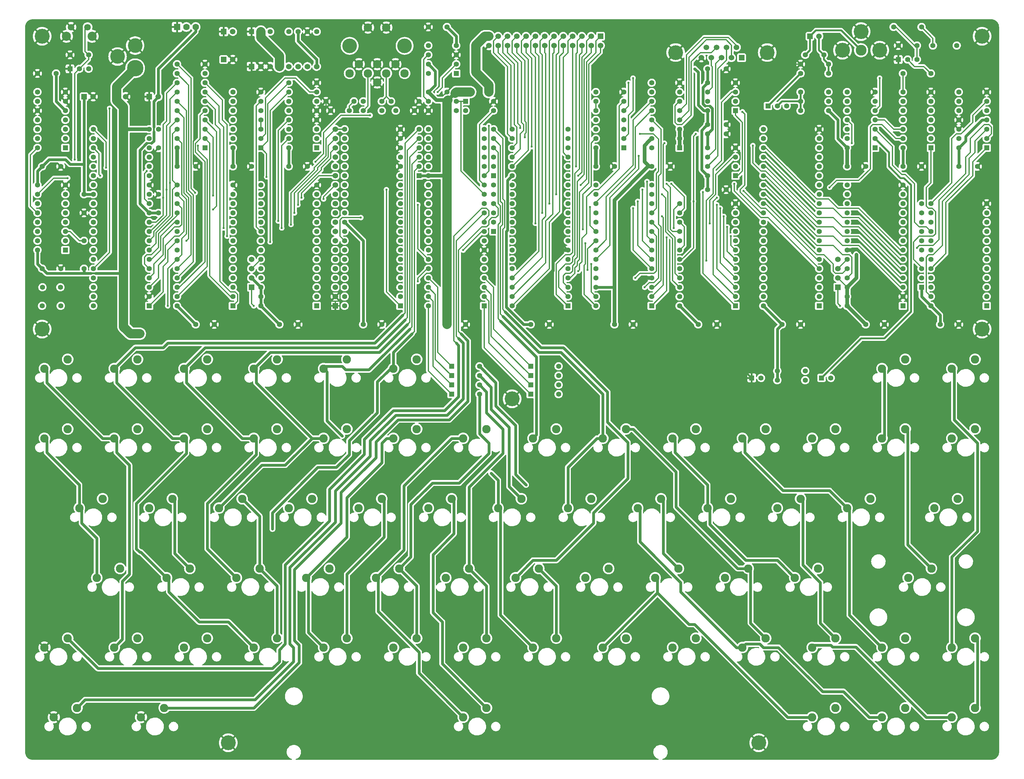
<source format=gbr>
G04 #@! TF.GenerationSoftware,KiCad,Pcbnew,(6.0.2)*
G04 #@! TF.CreationDate,2023-12-13T20:29:47-08:00*
G04 #@! TF.ProjectId,Radio-86RK,52616469-6f2d-4383-9652-4b2e6b696361,rev?*
G04 #@! TF.SameCoordinates,Original*
G04 #@! TF.FileFunction,Copper,L1,Top*
G04 #@! TF.FilePolarity,Positive*
%FSLAX46Y46*%
G04 Gerber Fmt 4.6, Leading zero omitted, Abs format (unit mm)*
G04 Created by KiCad (PCBNEW (6.0.2)) date 2023-12-13 20:29:47*
%MOMM*%
%LPD*%
G01*
G04 APERTURE LIST*
G04 #@! TA.AperFunction,ComponentPad*
%ADD10C,1.397000*%
G04 #@! TD*
G04 #@! TA.AperFunction,ComponentPad*
%ADD11R,1.490980X1.490980*%
G04 #@! TD*
G04 #@! TA.AperFunction,ComponentPad*
%ADD12C,1.490980*%
G04 #@! TD*
G04 #@! TA.AperFunction,ComponentPad*
%ADD13R,1.397000X1.397000*%
G04 #@! TD*
G04 #@! TA.AperFunction,ComponentPad*
%ADD14R,1.524000X1.524000*%
G04 #@! TD*
G04 #@! TA.AperFunction,ComponentPad*
%ADD15C,1.524000*%
G04 #@! TD*
G04 #@! TA.AperFunction,ComponentPad*
%ADD16C,1.800860*%
G04 #@! TD*
G04 #@! TA.AperFunction,ComponentPad*
%ADD17C,2.499360*%
G04 #@! TD*
G04 #@! TA.AperFunction,ComponentPad*
%ADD18R,1.778000X1.778000*%
G04 #@! TD*
G04 #@! TA.AperFunction,ComponentPad*
%ADD19C,1.778000*%
G04 #@! TD*
G04 #@! TA.AperFunction,ComponentPad*
%ADD20C,2.286000*%
G04 #@! TD*
G04 #@! TA.AperFunction,ComponentPad*
%ADD21C,4.064000*%
G04 #@! TD*
G04 #@! TA.AperFunction,ComponentPad*
%ADD22C,2.971800*%
G04 #@! TD*
G04 #@! TA.AperFunction,ComponentPad*
%ADD23C,2.300000*%
G04 #@! TD*
G04 #@! TA.AperFunction,ComponentPad*
%ADD24C,4.000000*%
G04 #@! TD*
G04 #@! TA.AperFunction,ComponentPad*
%ADD25C,4.500000*%
G04 #@! TD*
G04 #@! TA.AperFunction,ComponentPad*
%ADD26R,1.400000X1.400000*%
G04 #@! TD*
G04 #@! TA.AperFunction,ComponentPad*
%ADD27C,1.400000*%
G04 #@! TD*
G04 #@! TA.AperFunction,ComponentPad*
%ADD28C,4.048760*%
G04 #@! TD*
G04 #@! TA.AperFunction,ViaPad*
%ADD29C,0.600000*%
G04 #@! TD*
G04 #@! TA.AperFunction,Conductor*
%ADD30C,0.375000*%
G04 #@! TD*
G04 #@! TA.AperFunction,Conductor*
%ADD31C,1.000000*%
G04 #@! TD*
G04 #@! TA.AperFunction,Conductor*
%ADD32C,0.500000*%
G04 #@! TD*
G04 #@! TA.AperFunction,Conductor*
%ADD33C,0.750000*%
G04 #@! TD*
G04 #@! TA.AperFunction,Conductor*
%ADD34C,2.540000*%
G04 #@! TD*
G04 APERTURE END LIST*
D10*
X43180000Y-36830000D03*
X43180000Y-41910000D03*
X167640000Y-90170000D03*
X172720000Y-90170000D03*
X190500000Y-90170000D03*
X195580000Y-90170000D03*
X121920000Y-90170000D03*
X127000000Y-90170000D03*
X144780000Y-90170000D03*
X149860000Y-90170000D03*
X99060000Y-90170000D03*
X104140000Y-90170000D03*
X213360000Y-90170000D03*
X218440000Y-90170000D03*
X53340000Y-90170000D03*
X58420000Y-90170000D03*
X76200000Y-90170000D03*
X81280000Y-90170000D03*
X236220000Y-90170000D03*
X241300000Y-90170000D03*
X78740000Y-46990000D03*
X83820000Y-46990000D03*
X256540000Y-90170000D03*
X261620000Y-90170000D03*
X48260000Y-46990000D03*
X53340000Y-46990000D03*
X246380000Y-46990000D03*
X251460000Y-46990000D03*
X231140000Y-46990000D03*
X236220000Y-46990000D03*
X63500000Y-46990000D03*
X68580000Y-46990000D03*
X261620000Y-46990000D03*
X266700000Y-46990000D03*
X162560000Y-46990000D03*
X167640000Y-46990000D03*
X116840000Y-26670000D03*
X121920000Y-26670000D03*
X177800000Y-46990000D03*
X182880000Y-46990000D03*
X193040000Y-53340000D03*
X198120000Y-53340000D03*
X193040000Y-35560000D03*
X198120000Y-35560000D03*
X198120000Y-20320000D03*
X193040000Y-20320000D03*
X43180000Y-54610000D03*
X43180000Y-59690000D03*
X116840000Y-8890000D03*
X121920000Y-8890000D03*
X113030000Y-31750000D03*
X107950000Y-31750000D03*
X99060000Y-31750000D03*
X104140000Y-31750000D03*
D11*
X22880000Y-27940000D03*
D12*
X25380000Y-27940000D03*
D11*
X40660000Y-27940000D03*
D12*
X43160000Y-27940000D03*
D11*
X221000000Y-11430000D03*
D12*
X223500000Y-11430000D03*
D10*
X104140000Y-29210000D03*
X99060000Y-29210000D03*
X95250000Y-31750000D03*
X90170000Y-31750000D03*
D13*
X205105000Y-104775000D03*
D10*
X207645000Y-104775000D03*
D14*
X163830000Y-11430000D03*
D15*
X163830000Y-13970000D03*
X161290000Y-11430000D03*
X161290000Y-13970000D03*
X158750000Y-11430000D03*
X158750000Y-13970000D03*
X156210000Y-11430000D03*
X156210000Y-13970000D03*
X153670000Y-11430000D03*
X153670000Y-13970000D03*
X151130000Y-11430000D03*
X151130000Y-13970000D03*
X148590000Y-11430000D03*
X148590000Y-13970000D03*
X146050000Y-11430000D03*
X146050000Y-13970000D03*
X143510000Y-11430000D03*
X143510000Y-13970000D03*
X140970000Y-11430000D03*
X140970000Y-13970000D03*
X138430000Y-11430000D03*
X138430000Y-13970000D03*
X135890000Y-11430000D03*
X135890000Y-13970000D03*
X133350000Y-11430000D03*
X133350000Y-13970000D03*
D10*
X243840000Y-8890000D03*
X251460000Y-8890000D03*
X124460000Y-29210000D03*
X116840000Y-29210000D03*
X218440000Y-26670000D03*
X226060000Y-26670000D03*
X127000000Y-31750000D03*
X134620000Y-31750000D03*
X124460000Y-31750000D03*
X116840000Y-31750000D03*
X218440000Y-29210000D03*
X226060000Y-29210000D03*
X96520000Y-29210000D03*
X88900000Y-29210000D03*
X106680000Y-29210000D03*
X114300000Y-29210000D03*
D13*
X251460000Y-80010000D03*
D10*
X251460000Y-77470000D03*
X251460000Y-74930000D03*
X251460000Y-72390000D03*
X251460000Y-69850000D03*
X251460000Y-67310000D03*
X251460000Y-64770000D03*
X251460000Y-62230000D03*
X251460000Y-59690000D03*
X251460000Y-57150000D03*
D16*
X23842980Y-8930640D03*
X19342100Y-8930640D03*
D17*
X18092420Y-11430000D03*
X25092660Y-11430000D03*
D13*
X86360000Y-41910000D03*
D10*
X86360000Y-39370000D03*
X86360000Y-36830000D03*
X86360000Y-34290000D03*
X86360000Y-31750000D03*
X86360000Y-29210000D03*
X86360000Y-26670000D03*
X86360000Y-24130000D03*
X78740000Y-24130000D03*
X78740000Y-26670000D03*
X78740000Y-29210000D03*
X78740000Y-31750000D03*
X78740000Y-34290000D03*
X78740000Y-36830000D03*
X78740000Y-39370000D03*
X78740000Y-41910000D03*
D13*
X269240000Y-41910000D03*
D10*
X269240000Y-39370000D03*
X269240000Y-36830000D03*
X269240000Y-34290000D03*
X269240000Y-31750000D03*
X269240000Y-29210000D03*
X269240000Y-26670000D03*
X261620000Y-26670000D03*
X261620000Y-29210000D03*
X261620000Y-31750000D03*
X261620000Y-34290000D03*
X261620000Y-36830000D03*
X261620000Y-39370000D03*
X261620000Y-41910000D03*
D13*
X185420000Y-41910000D03*
D10*
X185420000Y-39370000D03*
X185420000Y-36830000D03*
X185420000Y-34290000D03*
X185420000Y-31750000D03*
X185420000Y-29210000D03*
X185420000Y-26670000D03*
X185420000Y-24130000D03*
X177800000Y-24130000D03*
X177800000Y-26670000D03*
X177800000Y-29210000D03*
X177800000Y-31750000D03*
X177800000Y-34290000D03*
X177800000Y-36830000D03*
X177800000Y-39370000D03*
X177800000Y-41910000D03*
D18*
X48260000Y-8890000D03*
D19*
X50800000Y-8890000D03*
X53340000Y-8890000D03*
D20*
X18415000Y-175895000D03*
X12065000Y-178435000D03*
X254158750Y-156845000D03*
X247808750Y-159385000D03*
X247015000Y-118745000D03*
X240665000Y-121285000D03*
X227965000Y-175895000D03*
X221615000Y-178435000D03*
X247015000Y-175895000D03*
X240665000Y-178435000D03*
D10*
X226060000Y-19050000D03*
X218440000Y-19050000D03*
D20*
X44767500Y-194945000D03*
X38417500Y-197485000D03*
X20955000Y-194945000D03*
X14605000Y-197485000D03*
X266065000Y-118745000D03*
X259715000Y-121285000D03*
X261302500Y-137795000D03*
X254952500Y-140335000D03*
D21*
X207010000Y-204470000D03*
D20*
X56515000Y-99695000D03*
X50165000Y-102235000D03*
D10*
X218440000Y-21590000D03*
X226060000Y-21590000D03*
D20*
X37465000Y-99695000D03*
X31115000Y-102235000D03*
X89852500Y-156845000D03*
X83502500Y-159385000D03*
X147002500Y-156845000D03*
X140652500Y-159385000D03*
D21*
X62230000Y-204470000D03*
X267970000Y-11430000D03*
D13*
X144780000Y-106680000D03*
D10*
X152400000Y-106680000D03*
D13*
X144780000Y-104140000D03*
D10*
X152400000Y-104140000D03*
D20*
X18415000Y-99695000D03*
X12065000Y-102235000D03*
X266065000Y-194945000D03*
X259715000Y-197485000D03*
X266065000Y-175895000D03*
X259715000Y-178435000D03*
D21*
X11430000Y-11430000D03*
D13*
X144780000Y-109220000D03*
D10*
X152400000Y-109220000D03*
D20*
X266065000Y-99695000D03*
X259715000Y-102235000D03*
X132715000Y-194945000D03*
X126365000Y-197485000D03*
X27940000Y-137795000D03*
X21590000Y-140335000D03*
X151765000Y-175895000D03*
X145415000Y-178435000D03*
X142240000Y-137795000D03*
X135890000Y-140335000D03*
X218440000Y-137795000D03*
X212090000Y-140335000D03*
X132715000Y-175895000D03*
X126365000Y-178435000D03*
X66040000Y-137795000D03*
X59690000Y-140335000D03*
X127952500Y-156845000D03*
X121602500Y-159385000D03*
D13*
X123190000Y-104140000D03*
D10*
X130810000Y-104140000D03*
D20*
X104140000Y-137795000D03*
X97790000Y-140335000D03*
X56515000Y-175895000D03*
X50165000Y-178435000D03*
X85090000Y-137795000D03*
X78740000Y-140335000D03*
X185102500Y-156845000D03*
X178752500Y-159385000D03*
X123190000Y-137795000D03*
X116840000Y-140335000D03*
X237490000Y-137795000D03*
X231140000Y-140335000D03*
X180340000Y-137795000D03*
X173990000Y-140335000D03*
X75565000Y-118745000D03*
X69215000Y-121285000D03*
X37465000Y-118745000D03*
X31115000Y-121285000D03*
X189865000Y-175895000D03*
X183515000Y-178435000D03*
X204152500Y-156845000D03*
X197802500Y-159385000D03*
X70802500Y-156845000D03*
X64452500Y-159385000D03*
X189865000Y-118745000D03*
X183515000Y-121285000D03*
X199390000Y-137795000D03*
X193040000Y-140335000D03*
X51752500Y-156845000D03*
X45402500Y-159385000D03*
X18415000Y-118745000D03*
X12065000Y-121285000D03*
X227965000Y-118745000D03*
X221615000Y-121285000D03*
X151765000Y-118745000D03*
X145415000Y-121285000D03*
X132715000Y-118745000D03*
X126365000Y-121285000D03*
X161290000Y-137795000D03*
X154940000Y-140335000D03*
X94615000Y-118745000D03*
X88265000Y-121285000D03*
X208915000Y-118745000D03*
X202565000Y-121285000D03*
X113665000Y-118745000D03*
X107315000Y-121285000D03*
X166052500Y-156845000D03*
X159702500Y-159385000D03*
X170815000Y-118745000D03*
X164465000Y-121285000D03*
X108902500Y-156845000D03*
X102552500Y-159385000D03*
X94615000Y-175895000D03*
X88265000Y-178435000D03*
X37465000Y-175895000D03*
X31115000Y-178435000D03*
X32702500Y-156845000D03*
X26352500Y-159385000D03*
X46990000Y-137795000D03*
X40640000Y-140335000D03*
X75565000Y-175895000D03*
X69215000Y-178435000D03*
X56515000Y-118745000D03*
X50165000Y-121285000D03*
D13*
X123190000Y-106680000D03*
D10*
X130810000Y-106680000D03*
D20*
X94615000Y-99695000D03*
X88265000Y-102235000D03*
D13*
X123190000Y-109220000D03*
D10*
X130810000Y-109220000D03*
D20*
X227965000Y-194945000D03*
X221615000Y-197485000D03*
X247015000Y-99695000D03*
X240665000Y-102235000D03*
D13*
X144780000Y-101600000D03*
D10*
X152400000Y-101600000D03*
D20*
X75565000Y-99695000D03*
X69215000Y-102235000D03*
D13*
X269240000Y-85090000D03*
D10*
X269240000Y-82550000D03*
X269240000Y-80010000D03*
X269240000Y-77470000D03*
X269240000Y-74930000D03*
X269240000Y-72390000D03*
X269240000Y-69850000D03*
X269240000Y-67310000D03*
X269240000Y-64770000D03*
X269240000Y-62230000D03*
X269240000Y-59690000D03*
X269240000Y-57150000D03*
X254000000Y-57150000D03*
X254000000Y-59690000D03*
X254000000Y-62230000D03*
X254000000Y-64770000D03*
X254000000Y-67310000D03*
X254000000Y-69850000D03*
X254000000Y-72390000D03*
X254000000Y-74930000D03*
X254000000Y-77470000D03*
X254000000Y-80010000D03*
X254000000Y-82550000D03*
X254000000Y-85090000D03*
D13*
X63500000Y-85090000D03*
D10*
X63500000Y-82550000D03*
X63500000Y-80010000D03*
X63500000Y-77470000D03*
X63500000Y-74930000D03*
X63500000Y-72390000D03*
X63500000Y-69850000D03*
X63500000Y-67310000D03*
X63500000Y-64770000D03*
X63500000Y-62230000D03*
X63500000Y-59690000D03*
X63500000Y-57150000D03*
X63500000Y-54610000D03*
X63500000Y-52070000D03*
X48260000Y-52070000D03*
X48260000Y-54610000D03*
X48260000Y-57150000D03*
X48260000Y-59690000D03*
X48260000Y-62230000D03*
X48260000Y-64770000D03*
X48260000Y-67310000D03*
X48260000Y-69850000D03*
X48260000Y-72390000D03*
X48260000Y-74930000D03*
X48260000Y-77470000D03*
X48260000Y-80010000D03*
X48260000Y-82550000D03*
X48260000Y-85090000D03*
D13*
X223520000Y-85090000D03*
D10*
X223520000Y-82550000D03*
X223520000Y-80010000D03*
X223520000Y-77470000D03*
X223520000Y-74930000D03*
X223520000Y-72390000D03*
X223520000Y-69850000D03*
X223520000Y-67310000D03*
X223520000Y-64770000D03*
X223520000Y-62230000D03*
X223520000Y-59690000D03*
X223520000Y-57150000D03*
X223520000Y-54610000D03*
X223520000Y-52070000D03*
X223520000Y-49530000D03*
X223520000Y-46990000D03*
X223520000Y-44450000D03*
X223520000Y-41910000D03*
X223520000Y-39370000D03*
X223520000Y-36830000D03*
X208280000Y-36830000D03*
X208280000Y-39370000D03*
X208280000Y-41910000D03*
X208280000Y-44450000D03*
X208280000Y-46990000D03*
X208280000Y-49530000D03*
X208280000Y-52070000D03*
X208280000Y-54610000D03*
X208280000Y-57150000D03*
X208280000Y-59690000D03*
X208280000Y-62230000D03*
X208280000Y-64770000D03*
X208280000Y-67310000D03*
X208280000Y-69850000D03*
X208280000Y-72390000D03*
X208280000Y-74930000D03*
X208280000Y-77470000D03*
X208280000Y-80010000D03*
X208280000Y-82550000D03*
X208280000Y-85090000D03*
D13*
X200660000Y-85090000D03*
D10*
X200660000Y-82550000D03*
X200660000Y-80010000D03*
X200660000Y-77470000D03*
X200660000Y-74930000D03*
X200660000Y-72390000D03*
X200660000Y-69850000D03*
X200660000Y-67310000D03*
X200660000Y-64770000D03*
X200660000Y-62230000D03*
X200660000Y-59690000D03*
X200660000Y-57150000D03*
X185420000Y-57150000D03*
X185420000Y-59690000D03*
X185420000Y-62230000D03*
X185420000Y-64770000D03*
X185420000Y-67310000D03*
X185420000Y-69850000D03*
X185420000Y-72390000D03*
X185420000Y-74930000D03*
X185420000Y-77470000D03*
X185420000Y-80010000D03*
X185420000Y-82550000D03*
X185420000Y-85090000D03*
D13*
X177800000Y-85090000D03*
D10*
X177800000Y-82550000D03*
X177800000Y-80010000D03*
X177800000Y-77470000D03*
X177800000Y-74930000D03*
X177800000Y-72390000D03*
X177800000Y-69850000D03*
X177800000Y-67310000D03*
X177800000Y-64770000D03*
X177800000Y-62230000D03*
X177800000Y-59690000D03*
X177800000Y-57150000D03*
X177800000Y-54610000D03*
X177800000Y-52070000D03*
X162560000Y-52070000D03*
X162560000Y-54610000D03*
X162560000Y-57150000D03*
X162560000Y-59690000D03*
X162560000Y-62230000D03*
X162560000Y-64770000D03*
X162560000Y-67310000D03*
X162560000Y-69850000D03*
X162560000Y-72390000D03*
X162560000Y-74930000D03*
X162560000Y-77470000D03*
X162560000Y-80010000D03*
X162560000Y-82550000D03*
X162560000Y-85090000D03*
D13*
X40640000Y-85090000D03*
D10*
X40640000Y-82550000D03*
X40640000Y-80010000D03*
X40640000Y-77470000D03*
X40640000Y-74930000D03*
X40640000Y-72390000D03*
X40640000Y-69850000D03*
X40640000Y-67310000D03*
X40640000Y-64770000D03*
X40640000Y-62230000D03*
X40640000Y-59690000D03*
X40640000Y-57150000D03*
X40640000Y-54610000D03*
X40640000Y-52070000D03*
X40640000Y-49530000D03*
X40640000Y-46990000D03*
X40640000Y-44450000D03*
X40640000Y-41910000D03*
X40640000Y-39370000D03*
X40640000Y-36830000D03*
X25400000Y-36830000D03*
X25400000Y-39370000D03*
X25400000Y-41910000D03*
X25400000Y-44450000D03*
X25400000Y-46990000D03*
X25400000Y-49530000D03*
X25400000Y-52070000D03*
X25400000Y-54610000D03*
X25400000Y-57150000D03*
X25400000Y-59690000D03*
X25400000Y-62230000D03*
X25400000Y-64770000D03*
X25400000Y-67310000D03*
X25400000Y-69850000D03*
X25400000Y-72390000D03*
X25400000Y-74930000D03*
X25400000Y-77470000D03*
X25400000Y-80010000D03*
X25400000Y-82550000D03*
X25400000Y-85090000D03*
D13*
X127000000Y-29210000D03*
D10*
X134620000Y-29210000D03*
D22*
X234950000Y-15240000D03*
D21*
X229870000Y-15240000D03*
X240030000Y-15240000D03*
X234950000Y-10160000D03*
D13*
X132080000Y-85090000D03*
D10*
X132080000Y-82550000D03*
X132080000Y-80010000D03*
X132080000Y-77470000D03*
X132080000Y-74930000D03*
X132080000Y-72390000D03*
X132080000Y-69850000D03*
X132080000Y-67310000D03*
X132080000Y-64770000D03*
X132080000Y-62230000D03*
X132080000Y-59690000D03*
X132080000Y-57150000D03*
X132080000Y-54610000D03*
X132080000Y-52070000D03*
X132080000Y-49530000D03*
X132080000Y-46990000D03*
X132080000Y-44450000D03*
X132080000Y-41910000D03*
X132080000Y-39370000D03*
X132080000Y-36830000D03*
X116840000Y-36830000D03*
X116840000Y-39370000D03*
X116840000Y-41910000D03*
X116840000Y-44450000D03*
X116840000Y-46990000D03*
X116840000Y-49530000D03*
X116840000Y-52070000D03*
X116840000Y-54610000D03*
X116840000Y-57150000D03*
X116840000Y-59690000D03*
X116840000Y-62230000D03*
X116840000Y-64770000D03*
X116840000Y-67310000D03*
X116840000Y-69850000D03*
X116840000Y-72390000D03*
X116840000Y-74930000D03*
X116840000Y-77470000D03*
X116840000Y-80010000D03*
X116840000Y-82550000D03*
X116840000Y-85090000D03*
D13*
X154940000Y-85090000D03*
D10*
X154940000Y-82550000D03*
X154940000Y-80010000D03*
X154940000Y-77470000D03*
X154940000Y-74930000D03*
X154940000Y-72390000D03*
X154940000Y-69850000D03*
X154940000Y-67310000D03*
X154940000Y-64770000D03*
X154940000Y-62230000D03*
X154940000Y-59690000D03*
X154940000Y-57150000D03*
X154940000Y-54610000D03*
X154940000Y-52070000D03*
X154940000Y-49530000D03*
X154940000Y-46990000D03*
X154940000Y-44450000D03*
X154940000Y-41910000D03*
X154940000Y-39370000D03*
X154940000Y-36830000D03*
X139700000Y-36830000D03*
X139700000Y-39370000D03*
X139700000Y-41910000D03*
X139700000Y-44450000D03*
X139700000Y-46990000D03*
X139700000Y-49530000D03*
X139700000Y-52070000D03*
X139700000Y-54610000D03*
X139700000Y-57150000D03*
X139700000Y-59690000D03*
X139700000Y-62230000D03*
X139700000Y-64770000D03*
X139700000Y-67310000D03*
X139700000Y-69850000D03*
X139700000Y-72390000D03*
X139700000Y-74930000D03*
X139700000Y-77470000D03*
X139700000Y-80010000D03*
X139700000Y-82550000D03*
X139700000Y-85090000D03*
X22860000Y-54610000D03*
X22860000Y-59690000D03*
D23*
X100370000Y-9050000D03*
X105370000Y-9050000D03*
X97870000Y-19050000D03*
X102870000Y-19050000D03*
X107870000Y-19050000D03*
X100370000Y-21550000D03*
X105370000Y-21550000D03*
X95370000Y-21550000D03*
X110370000Y-21550000D03*
X102870000Y-24050000D03*
D24*
X110370000Y-14050000D03*
X95370000Y-14050000D03*
D13*
X123190000Y-101600000D03*
D10*
X130810000Y-101600000D03*
D13*
X134620000Y-49530000D03*
D10*
X134620000Y-46990000D03*
X134620000Y-44450000D03*
X134620000Y-41910000D03*
X134620000Y-39370000D03*
X134620000Y-36830000D03*
D13*
X134620000Y-64770000D03*
D10*
X134620000Y-62230000D03*
X134620000Y-59690000D03*
X134620000Y-57150000D03*
X134620000Y-54610000D03*
X134620000Y-52070000D03*
D13*
X114300000Y-49530000D03*
D10*
X114300000Y-46990000D03*
X114300000Y-44450000D03*
X114300000Y-41910000D03*
X114300000Y-39370000D03*
X114300000Y-36830000D03*
D13*
X224155000Y-104775000D03*
D10*
X226695000Y-104775000D03*
D13*
X238760000Y-41910000D03*
D10*
X238760000Y-39370000D03*
X238760000Y-36830000D03*
X238760000Y-34290000D03*
X238760000Y-31750000D03*
X238760000Y-29210000D03*
X238760000Y-26670000D03*
X231140000Y-26670000D03*
X231140000Y-29210000D03*
X231140000Y-31750000D03*
X231140000Y-34290000D03*
X231140000Y-36830000D03*
X231140000Y-39370000D03*
X231140000Y-41910000D03*
D13*
X109220000Y-85090000D03*
D10*
X109220000Y-82550000D03*
X109220000Y-80010000D03*
X109220000Y-77470000D03*
X109220000Y-74930000D03*
X109220000Y-72390000D03*
X109220000Y-69850000D03*
X109220000Y-67310000D03*
X109220000Y-64770000D03*
X109220000Y-62230000D03*
X109220000Y-59690000D03*
X109220000Y-57150000D03*
X109220000Y-54610000D03*
X109220000Y-52070000D03*
X109220000Y-49530000D03*
X109220000Y-46990000D03*
X109220000Y-44450000D03*
X109220000Y-41910000D03*
X109220000Y-39370000D03*
X109220000Y-36830000D03*
X93980000Y-36830000D03*
X93980000Y-39370000D03*
X93980000Y-41910000D03*
X93980000Y-44450000D03*
X93980000Y-46990000D03*
X93980000Y-49530000D03*
X93980000Y-52070000D03*
X93980000Y-54610000D03*
X93980000Y-57150000D03*
X93980000Y-59690000D03*
X93980000Y-62230000D03*
X93980000Y-64770000D03*
X93980000Y-67310000D03*
X93980000Y-69850000D03*
X93980000Y-72390000D03*
X93980000Y-74930000D03*
X93980000Y-77470000D03*
X93980000Y-80010000D03*
X93980000Y-82550000D03*
X93980000Y-85090000D03*
D13*
X55880000Y-41910000D03*
D10*
X55880000Y-39370000D03*
X55880000Y-36830000D03*
X55880000Y-34290000D03*
X55880000Y-31750000D03*
X55880000Y-29210000D03*
X55880000Y-26670000D03*
X55880000Y-24130000D03*
X55880000Y-21590000D03*
X55880000Y-19050000D03*
X48260000Y-19050000D03*
X48260000Y-21590000D03*
X48260000Y-24130000D03*
X48260000Y-26670000D03*
X48260000Y-29210000D03*
X48260000Y-31750000D03*
X48260000Y-34290000D03*
X48260000Y-36830000D03*
X48260000Y-39370000D03*
X48260000Y-41910000D03*
X250190000Y-13970000D03*
X245110000Y-13970000D03*
D13*
X245110000Y-17780000D03*
D10*
X247650000Y-17780000D03*
X250190000Y-17780000D03*
X254558800Y-13970000D03*
X261061200Y-13970000D03*
D13*
X71120000Y-41910000D03*
D10*
X71120000Y-39370000D03*
X71120000Y-36830000D03*
X71120000Y-34290000D03*
X71120000Y-31750000D03*
X71120000Y-29210000D03*
X71120000Y-26670000D03*
X63500000Y-26670000D03*
X63500000Y-29210000D03*
X63500000Y-31750000D03*
X63500000Y-34290000D03*
X63500000Y-36830000D03*
X63500000Y-39370000D03*
X63500000Y-41910000D03*
X198120000Y-38100000D03*
X193040000Y-38100000D03*
X212090000Y-105410000D03*
X219710000Y-105410000D03*
D21*
X11430000Y-91440000D03*
D13*
X170180000Y-41910000D03*
D10*
X170180000Y-39370000D03*
X170180000Y-36830000D03*
X170180000Y-34290000D03*
X170180000Y-31750000D03*
X170180000Y-29210000D03*
X170180000Y-26670000D03*
X162560000Y-26670000D03*
X162560000Y-29210000D03*
X162560000Y-31750000D03*
X162560000Y-34290000D03*
X162560000Y-36830000D03*
X162560000Y-39370000D03*
X162560000Y-41910000D03*
D13*
X254000000Y-41910000D03*
D10*
X254000000Y-39370000D03*
X254000000Y-36830000D03*
X254000000Y-34290000D03*
X254000000Y-31750000D03*
X254000000Y-29210000D03*
X254000000Y-26670000D03*
X246380000Y-26670000D03*
X246380000Y-29210000D03*
X246380000Y-31750000D03*
X246380000Y-34290000D03*
X246380000Y-36830000D03*
X246380000Y-39370000D03*
X246380000Y-41910000D03*
D13*
X200660000Y-49530000D03*
D10*
X200660000Y-46990000D03*
X200660000Y-44450000D03*
X200660000Y-41910000D03*
X193040000Y-41910000D03*
X193040000Y-44450000D03*
X193040000Y-46990000D03*
X193040000Y-49530000D03*
D20*
X170815000Y-175895000D03*
X164465000Y-178435000D03*
X208915000Y-175895000D03*
X202565000Y-178435000D03*
X113665000Y-175895000D03*
X107315000Y-178435000D03*
X223202500Y-156845000D03*
X216852500Y-159385000D03*
D10*
X224790000Y-16510000D03*
X219710000Y-16510000D03*
D13*
X209550000Y-30480000D03*
D10*
X212090000Y-30480000D03*
X214630000Y-30480000D03*
D25*
X36830000Y-20170140D03*
D24*
X36830000Y-13970000D03*
X32029400Y-16969740D03*
D14*
X68580000Y-19685000D03*
D15*
X71120000Y-19685000D03*
X73660000Y-19685000D03*
X76200000Y-19685000D03*
X78740000Y-19685000D03*
X81280000Y-19685000D03*
X83820000Y-19685000D03*
X86360000Y-19685000D03*
D26*
X68580000Y-10160000D03*
D27*
X71120000Y-10160000D03*
X73660000Y-10160000D03*
X78740000Y-10160000D03*
X81280000Y-10160000D03*
X83820000Y-10160000D03*
X86360000Y-10160000D03*
D11*
X31770000Y-27940000D03*
D12*
X34270000Y-27940000D03*
D11*
X60980000Y-17780000D03*
D12*
X63480000Y-17780000D03*
D13*
X17780000Y-41910000D03*
D10*
X17780000Y-39370000D03*
X17780000Y-36830000D03*
X17780000Y-34290000D03*
X17780000Y-31750000D03*
X17780000Y-29210000D03*
X17780000Y-26670000D03*
X10160000Y-26670000D03*
X10160000Y-29210000D03*
X10160000Y-31750000D03*
X10160000Y-34290000D03*
X10160000Y-36830000D03*
X10160000Y-39370000D03*
X10160000Y-41910000D03*
D11*
X60980000Y-10160000D03*
D12*
X63480000Y-10160000D03*
D13*
X124460000Y-21590000D03*
D10*
X124460000Y-19050000D03*
X124460000Y-16510000D03*
X124460000Y-13970000D03*
X116840000Y-13970000D03*
X116840000Y-16510000D03*
X116840000Y-19050000D03*
X116840000Y-21590000D03*
D28*
X209344260Y-15875000D03*
X184355740Y-15875000D03*
D14*
X202336400Y-17297400D03*
D15*
X199593200Y-17297400D03*
X196850000Y-17297400D03*
X194106800Y-17297400D03*
X191363600Y-17297400D03*
X200964800Y-14452600D03*
X198247000Y-14452600D03*
X195478400Y-14452600D03*
X192735200Y-14452600D03*
D13*
X200660000Y-31750000D03*
D10*
X200660000Y-29210000D03*
X200660000Y-26670000D03*
X200660000Y-24130000D03*
X193040000Y-24130000D03*
X193040000Y-26670000D03*
X193040000Y-29210000D03*
X193040000Y-31750000D03*
X128270000Y-26670000D03*
X133350000Y-26670000D03*
X246380000Y-21590000D03*
X254000000Y-21590000D03*
X226060000Y-31750000D03*
X218440000Y-31750000D03*
X212090000Y-102870000D03*
X219710000Y-102870000D03*
D21*
X267970000Y-91440000D03*
X139700000Y-110490000D03*
D13*
X17780000Y-69850000D03*
D10*
X17780000Y-67310000D03*
X17780000Y-64770000D03*
X17780000Y-62230000D03*
X17780000Y-59690000D03*
X17780000Y-57150000D03*
X17780000Y-54610000D03*
X17780000Y-52070000D03*
X10160000Y-52070000D03*
X10160000Y-54610000D03*
X10160000Y-57150000D03*
X10160000Y-59690000D03*
X10160000Y-62230000D03*
X10160000Y-64770000D03*
X10160000Y-67310000D03*
X10160000Y-69850000D03*
X11430000Y-85090000D03*
X16510000Y-85090000D03*
X16410940Y-80010000D03*
X11529060Y-80010000D03*
X11430000Y-74930000D03*
X16510000Y-74930000D03*
X15240000Y-21590000D03*
X10160000Y-21590000D03*
X11430000Y-46990000D03*
X16510000Y-46990000D03*
D20*
X247015000Y-194945000D03*
X240665000Y-197485000D03*
D13*
X19050000Y-20320000D03*
D10*
X21590000Y-20320000D03*
X24130000Y-20320000D03*
X22860000Y-67310000D03*
X22860000Y-74930000D03*
X24130000Y-16510000D03*
X19050000Y-16510000D03*
D13*
X86360000Y-85090000D03*
D10*
X86360000Y-82550000D03*
X86360000Y-80010000D03*
X86360000Y-77470000D03*
X86360000Y-74930000D03*
X86360000Y-72390000D03*
X86360000Y-69850000D03*
X86360000Y-67310000D03*
X86360000Y-64770000D03*
X86360000Y-62230000D03*
X86360000Y-59690000D03*
X86360000Y-57150000D03*
X86360000Y-54610000D03*
X86360000Y-52070000D03*
X71120000Y-52070000D03*
X71120000Y-54610000D03*
X71120000Y-57150000D03*
X71120000Y-59690000D03*
X71120000Y-62230000D03*
X71120000Y-64770000D03*
X71120000Y-67310000D03*
X71120000Y-69850000D03*
X71120000Y-72390000D03*
X71120000Y-74930000D03*
X71120000Y-77470000D03*
X71120000Y-80010000D03*
X71120000Y-82550000D03*
X71120000Y-85090000D03*
D14*
X228600000Y-80010000D03*
D15*
X228600000Y-77470000D03*
X228600000Y-74930000D03*
X228600000Y-72390000D03*
D14*
X91440000Y-85090000D03*
D15*
X91440000Y-82550000D03*
X91440000Y-80010000D03*
X91440000Y-77470000D03*
X91440000Y-74930000D03*
X91440000Y-72390000D03*
X91440000Y-69850000D03*
X91440000Y-67310000D03*
X91440000Y-64770000D03*
X91440000Y-62230000D03*
X91440000Y-59690000D03*
X91440000Y-57150000D03*
X91440000Y-54610000D03*
X91440000Y-52070000D03*
X91440000Y-49530000D03*
X91440000Y-46990000D03*
X91440000Y-44450000D03*
X91440000Y-41910000D03*
X91440000Y-39370000D03*
X91440000Y-36830000D03*
D20*
X113665000Y-99695000D03*
X107315000Y-102235000D03*
D14*
X68580000Y-80010000D03*
D15*
X68580000Y-77470000D03*
X68580000Y-74930000D03*
X68580000Y-72390000D03*
D13*
X246380000Y-85090000D03*
D10*
X246380000Y-82550000D03*
X246380000Y-80010000D03*
X246380000Y-77470000D03*
X246380000Y-74930000D03*
X246380000Y-72390000D03*
X246380000Y-69850000D03*
X246380000Y-67310000D03*
X246380000Y-64770000D03*
X246380000Y-62230000D03*
X246380000Y-59690000D03*
X246380000Y-57150000D03*
X246380000Y-54610000D03*
X246380000Y-52070000D03*
X231140000Y-52070000D03*
X231140000Y-54610000D03*
X231140000Y-57150000D03*
X231140000Y-59690000D03*
X231140000Y-62230000D03*
X231140000Y-64770000D03*
X231140000Y-67310000D03*
X231140000Y-69850000D03*
X231140000Y-72390000D03*
X231140000Y-74930000D03*
X231140000Y-77470000D03*
X231140000Y-80010000D03*
X231140000Y-82550000D03*
X231140000Y-85090000D03*
D29*
X144780000Y-44450000D03*
X106680000Y-65405000D03*
X54610000Y-50482500D03*
X253417000Y-76200000D03*
X102870000Y-61595000D03*
X238760000Y-49530000D03*
X249555000Y-79692500D03*
X188277500Y-82550000D03*
X251460000Y-54927500D03*
X74612500Y-47625000D03*
X235585000Y-58420000D03*
X28257500Y-55880000D03*
X101600000Y-114300000D03*
X178752500Y-47942500D03*
X170497500Y-110807500D03*
X63500000Y-114300000D03*
X234940467Y-62865000D03*
X149225000Y-152400000D03*
X50165000Y-77152500D03*
X68580000Y-7302500D03*
X240030000Y-76200000D03*
X186055000Y-50165000D03*
X107632500Y-74930000D03*
X28257500Y-60960000D03*
X28575000Y-73660000D03*
X31115000Y-44450000D03*
X221297500Y-77470000D03*
X21272500Y-44132500D03*
X56515000Y-80010000D03*
X137487386Y-33029886D03*
X115570000Y-89535000D03*
X44767500Y-24130000D03*
X167640000Y-29210000D03*
X241617500Y-74612500D03*
X31115000Y-63500000D03*
X44450000Y-114300000D03*
X39370000Y-89535000D03*
X115887500Y-152400000D03*
X191135000Y-52070000D03*
X126047500Y-77470000D03*
X36195000Y-53340000D03*
X138430000Y-201930000D03*
X234950000Y-71120000D03*
X31115000Y-57785000D03*
X31115000Y-60960000D03*
X235902500Y-80327500D03*
X82550000Y-81280000D03*
X102870000Y-74930000D03*
X225425000Y-152400000D03*
X234950000Y-60325000D03*
X27940000Y-40640000D03*
X31115000Y-34290000D03*
X46990000Y-89535000D03*
X211137500Y-152400000D03*
X142240000Y-71120000D03*
X83820000Y-7302500D03*
X244792500Y-70167500D03*
X130175000Y-152400000D03*
X118427500Y-51117500D03*
X41592500Y-24130000D03*
X90170000Y-55889533D03*
X156210000Y-96520000D03*
X130175000Y-148590000D03*
X36195000Y-62865000D03*
X127000000Y-48260000D03*
X27940000Y-44450000D03*
X244167033Y-72062967D03*
X88592033Y-47634533D03*
X96837500Y-152400000D03*
X31115000Y-66040000D03*
X82550000Y-114300000D03*
X21272500Y-40640000D03*
X132080000Y-19685000D03*
X201930000Y-76200000D03*
X40640000Y-34290000D03*
X25400000Y-34290000D03*
X234950000Y-67945000D03*
X36195000Y-71120000D03*
X118427500Y-46990000D03*
X166433499Y-31686501D03*
X28257500Y-58420000D03*
X38100000Y-40640000D03*
X71120000Y-46990000D03*
X57467500Y-34290000D03*
X224790000Y-74295000D03*
X28257500Y-63500000D03*
X36195000Y-68580000D03*
X36195000Y-80327500D03*
X35877500Y-34290000D03*
X13652500Y-57150000D03*
X61912500Y-34290000D03*
X118427500Y-77470000D03*
X36195000Y-66040000D03*
X249555000Y-73977500D03*
X234950000Y-65405000D03*
X153670000Y-44450000D03*
X72707500Y-23495000D03*
X95567500Y-55880000D03*
X242887500Y-73342500D03*
X81280000Y-51117500D03*
X254000000Y-54927500D03*
X221297500Y-81280000D03*
X95567500Y-69850000D03*
X25400000Y-114300000D03*
X189547500Y-20320000D03*
X143510000Y-133985000D03*
X158432500Y-52069994D03*
X157797500Y-49530000D03*
X157162500Y-46990000D03*
X151765000Y-54610000D03*
X149860000Y-57150000D03*
X147955000Y-59690000D03*
X146050000Y-62547500D03*
X145097500Y-41592500D03*
X143192500Y-39052500D03*
X141922500Y-36512496D03*
X100965000Y-33020000D03*
X86042500Y-45720000D03*
X164465000Y-111125000D03*
X60007500Y-135572500D03*
X133985000Y-130810000D03*
X93345000Y-120650000D03*
X74295000Y-146050000D03*
X110172500Y-143827500D03*
X18424886Y-50174886D03*
X28892496Y-47307496D03*
X27305000Y-49530006D03*
X29845000Y-31115000D03*
X240030000Y-22860000D03*
X172720000Y-22860000D03*
X192722500Y-72707500D03*
X174307500Y-44132500D03*
X193675000Y-62547500D03*
X174625000Y-38100000D03*
X181292500Y-40640000D03*
X159067500Y-64135000D03*
X76835000Y-63817500D03*
X75882500Y-61912500D03*
X53213004Y-54165500D03*
X72707500Y-49847500D03*
X202565000Y-32067500D03*
X157787967Y-75574533D03*
X226377500Y-52705000D03*
X171450000Y-24130000D03*
X250190004Y-69215004D03*
X105410000Y-53340000D03*
X50800000Y-67310000D03*
X172720000Y-58420000D03*
X196532500Y-58420000D03*
X58102500Y-54927500D03*
X82222967Y-55572033D03*
X81265701Y-57472266D03*
X58119997Y-58755005D03*
X173990000Y-56515000D03*
X195580000Y-57467500D03*
X195580000Y-55562500D03*
X175260000Y-53340000D03*
X80327500Y-59690000D03*
X60960000Y-63817500D03*
X79375000Y-62865000D03*
X61912498Y-66040000D03*
X176530000Y-51117500D03*
X191770000Y-53975000D03*
X88265000Y-55880000D03*
X180657500Y-60642500D03*
X197485000Y-60642500D03*
X46355000Y-51435000D03*
X198437500Y-63500000D03*
X181927500Y-66357500D03*
X199390000Y-66040000D03*
X159702500Y-67945000D03*
X45402500Y-53340000D03*
X161290000Y-73660000D03*
X44450000Y-55562494D03*
X160337500Y-75247500D03*
X113982500Y-57467510D03*
X232410000Y-40640000D03*
X40004984Y-48260000D03*
X53975000Y-41274994D03*
X175895000Y-80010000D03*
X113982500Y-78422500D03*
X126365000Y-69850000D03*
X189229992Y-56514992D03*
X189865014Y-38100000D03*
X45720000Y-85090000D03*
X160972500Y-58102500D03*
X180657502Y-54609994D03*
X202865007Y-53640003D03*
X200342500Y-51752500D03*
X205422504Y-41275010D03*
X183197500Y-51752500D03*
X133350000Y-35877500D03*
X119380000Y-26670000D03*
X20320000Y-45085000D03*
X233680000Y-72390000D03*
X38100000Y-92710000D03*
X35560000Y-92710000D03*
X36830000Y-92710000D03*
X233680000Y-71120000D03*
X138112497Y-64770003D03*
X98425000Y-60960000D03*
X183832500Y-63817500D03*
X173355000Y-77470000D03*
X181927500Y-51752500D03*
X73660000Y-67627500D03*
X229244533Y-85090000D03*
X69215000Y-85090000D03*
D30*
X101680000Y-22860000D02*
X101680000Y-22780000D01*
X57467500Y-33865736D02*
X57467500Y-34290000D01*
X85090000Y-35560000D02*
X85661501Y-34988499D01*
X247650000Y-76200000D02*
X245745000Y-76200000D01*
X101720001Y-20440001D02*
X101720001Y-20199999D01*
X257810000Y-51117500D02*
X257810000Y-38100000D01*
X78105000Y-63500000D02*
X79057500Y-64452500D01*
X92700467Y-55889533D02*
X92710000Y-55880000D01*
X85661501Y-34988499D02*
X86360000Y-34290000D01*
X182880000Y-46990000D02*
X184150000Y-45720000D01*
X102870000Y-19050000D02*
X104775000Y-17145000D01*
X90170000Y-55889533D02*
X88900000Y-57159533D01*
X252730000Y-45720000D02*
X252730000Y-27940000D01*
X84455000Y-59690000D02*
X84455000Y-58420000D01*
X247650000Y-81280000D02*
X247650000Y-76200000D01*
X92710000Y-81280000D02*
X89535000Y-81280000D01*
X114300000Y-29210000D02*
X113030000Y-27940000D01*
X199390000Y-19050000D02*
X206169260Y-19050000D01*
X50165000Y-77470000D02*
X50165000Y-77152500D01*
X92710000Y-38100000D02*
X107950000Y-38100000D01*
X92710000Y-76200000D02*
X89535000Y-76200000D01*
X112331501Y-32448499D02*
X110490000Y-34290000D01*
X247650000Y-76200000D02*
X247650000Y-53340000D01*
X40660000Y-27940000D02*
X40660000Y-25062500D01*
X25400000Y-34290000D02*
X25400000Y-31115000D01*
X62230000Y-88900000D02*
X59690000Y-88900000D01*
X69850000Y-20955000D02*
X71120000Y-19685000D01*
X44767500Y-24130000D02*
X44767500Y-20320000D01*
X90805000Y-48260000D02*
X97790000Y-48260000D01*
X125730000Y-22860000D02*
X125730000Y-17780000D01*
X90170000Y-83820000D02*
X91440000Y-82550000D01*
X92710000Y-50800000D02*
X92710000Y-38100000D01*
X199390000Y-54610000D02*
X198120000Y-53340000D01*
X92710000Y-50800000D02*
X97790000Y-50800000D01*
X240030000Y-76200000D02*
X235902500Y-80327500D01*
X92710000Y-60325000D02*
X92710000Y-58420000D01*
X190500000Y-122555000D02*
X190500000Y-125412500D01*
X89535000Y-68580000D02*
X89535000Y-71120000D01*
X223520000Y-36830000D02*
X222250000Y-35560000D01*
X85407500Y-53022500D02*
X85725000Y-53340000D01*
X92710000Y-68580000D02*
X89535000Y-68580000D01*
X92710000Y-58420000D02*
X92710000Y-55880000D01*
X86360000Y-34290000D02*
X85090000Y-33020000D01*
X102870000Y-55880000D02*
X102870000Y-53340000D01*
X53022500Y-39687500D02*
X52705000Y-40005000D01*
X107950000Y-45720000D02*
X107950000Y-43180000D01*
X84455000Y-53975000D02*
X85407500Y-53022500D01*
X271145000Y-42545000D02*
X271145000Y-28575000D01*
X153670000Y-69850000D02*
X151130000Y-72390000D01*
X82550000Y-88900000D02*
X82550000Y-86995000D01*
X200660000Y-57150000D02*
X199390000Y-55880000D01*
X92710000Y-68580000D02*
X92710000Y-71120000D01*
X261620000Y-34290000D02*
X262318499Y-33591501D01*
X86360000Y-24130000D02*
X84137500Y-21907500D01*
X124460000Y-16510000D02*
X116840000Y-8890000D01*
X149225000Y-133667500D02*
X142240000Y-126682500D01*
X130175000Y-148590000D02*
X130175000Y-152400000D01*
X97870000Y-19050000D02*
X99695000Y-17225000D01*
X88900000Y-60960000D02*
X92075000Y-60960000D01*
X236220000Y-46990000D02*
X234950000Y-48260000D01*
X82550000Y-8572500D02*
X83820000Y-7302500D01*
X41910000Y-43180000D02*
X43180000Y-41910000D01*
X40660000Y-34270000D02*
X40640000Y-34290000D01*
X184721501Y-24828499D02*
X185420000Y-24130000D01*
X102870000Y-53340000D02*
X107950000Y-48260000D01*
X91440000Y-83820000D02*
X92710000Y-83820000D01*
X79057500Y-64452500D02*
X82550000Y-64452500D01*
X142240000Y-126682500D02*
X142240000Y-113030000D01*
X140970000Y-48260000D02*
X144780000Y-44450000D01*
X88265000Y-53022500D02*
X88265000Y-50800000D01*
X134620000Y-29210000D02*
X135890000Y-27940000D01*
X173990000Y-88900000D02*
X173990000Y-80645000D01*
X65405000Y-85725000D02*
X62230000Y-88900000D01*
X101680000Y-22780000D02*
X102235000Y-22225000D01*
X65405000Y-50165000D02*
X68580000Y-46990000D01*
X48895000Y-78740000D02*
X49530000Y-78105000D01*
X54610000Y-48260000D02*
X54610000Y-50482500D01*
X195580000Y-90170000D02*
X188277500Y-82867500D01*
X65405000Y-19685000D02*
X68580000Y-19685000D01*
X84137500Y-21907500D02*
X74295000Y-21907500D01*
X201930000Y-27305000D02*
X201930000Y-25400000D01*
D31*
X177800000Y-77470000D02*
X176530000Y-77470000D01*
D30*
X260350000Y-35560000D02*
X261620000Y-34290000D01*
X60980000Y-7917500D02*
X60980000Y-10160000D01*
X234950000Y-48260000D02*
X230505000Y-48260000D01*
D31*
X154940000Y-69850000D02*
X153670000Y-69850000D01*
D30*
X102235000Y-22225000D02*
X102235000Y-20955000D01*
D32*
X205105000Y-104775000D02*
X200025000Y-99695000D01*
D30*
X102870000Y-88900000D02*
X102870000Y-61595000D01*
X40660000Y-27940000D02*
X40660000Y-34270000D01*
X170497500Y-110807500D02*
X178435000Y-118745000D01*
X199390000Y-40640000D02*
X199390000Y-39370000D01*
X85407500Y-53022500D02*
X86360000Y-52070000D01*
X240030000Y-76200000D02*
X246380000Y-82550000D01*
X267335000Y-84455000D02*
X267335000Y-76200000D01*
X91440000Y-85090000D02*
X90170000Y-85090000D01*
X28257500Y-63500000D02*
X28257500Y-60960000D01*
X109220000Y-41910000D02*
X107950000Y-40640000D01*
X183578499Y-47688499D02*
X186055000Y-50165000D01*
X266700000Y-46990000D02*
X271145000Y-42545000D01*
X170815000Y-54927500D02*
X170815000Y-76835000D01*
X53022500Y-31432500D02*
X53022500Y-39687500D01*
X173990000Y-80010000D02*
X176530000Y-77470000D01*
X246380000Y-82550000D02*
X247650000Y-81280000D01*
X198120000Y-20320000D02*
X199390000Y-19050000D01*
X243840000Y-85090000D02*
X246380000Y-82550000D01*
X101720001Y-20199999D02*
X102870000Y-19050000D01*
X127000000Y-90170000D02*
X126047500Y-89217500D01*
X115570000Y-33020000D02*
X116840000Y-31750000D01*
X53340000Y-46990000D02*
X52705000Y-46355000D01*
X102870000Y-58420000D02*
X102870000Y-55880000D01*
X36195000Y-62865000D02*
X36195000Y-53340000D01*
X64225489Y-18525489D02*
X64245489Y-18525489D01*
X199390000Y-36830000D02*
X198120000Y-35560000D01*
X88900000Y-29210000D02*
X88900000Y-30480000D01*
X26987500Y-29547500D02*
X25380000Y-27940000D01*
X200025000Y-27940000D02*
X201295000Y-27940000D01*
X21272500Y-40640000D02*
X21272500Y-44132500D01*
X68580000Y-7620000D02*
X68580000Y-7302500D01*
X55181501Y-19748499D02*
X55880000Y-19050000D01*
X132080000Y-20320000D02*
X132080000Y-15240000D01*
X43180000Y-54610000D02*
X40640000Y-52070000D01*
X190500000Y-125412500D02*
X211137500Y-146050000D01*
X88900000Y-57159533D02*
X88900000Y-58420000D01*
X127635000Y-22860000D02*
X130810000Y-26035000D01*
X82550000Y-8890000D02*
X82550000Y-8572500D01*
X113030000Y-31750000D02*
X114300000Y-33020000D01*
X117475000Y-117792500D02*
X114300000Y-120967500D01*
X114300000Y-125095000D02*
X100012500Y-139382500D01*
X173990000Y-80645000D02*
X173990000Y-80010000D01*
X127000000Y-48260000D02*
X127000000Y-36830000D01*
X87630000Y-25400000D02*
X86360000Y-24130000D01*
X236220000Y-46990000D02*
X235267500Y-46037500D01*
X247650000Y-53340000D02*
X246380000Y-52070000D01*
X129857500Y-33972500D02*
X133350000Y-30480000D01*
X257810000Y-38100000D02*
X260350000Y-35560000D01*
X178752500Y-47942500D02*
X178117500Y-48577500D01*
X48577500Y-78740000D02*
X48895000Y-78740000D01*
X199390000Y-22860000D02*
X199390000Y-21590000D01*
X199390000Y-88900000D02*
X196850000Y-88900000D01*
X57467500Y-31432500D02*
X57467500Y-33865736D01*
X107950000Y-40640000D02*
X109220000Y-39370000D01*
X246380000Y-52070000D02*
X243840000Y-49530000D01*
X105965000Y-17145000D02*
X107870000Y-19050000D01*
X82550000Y-61595000D02*
X84455000Y-59690000D01*
X88900000Y-58420000D02*
X92710000Y-58420000D01*
X211137500Y-146050000D02*
X211137500Y-152400000D01*
X183515000Y-26035000D02*
X184721501Y-24828499D01*
X39370000Y-84265498D02*
X39370000Y-89535000D01*
X61277500Y-7620000D02*
X60980000Y-7917500D01*
X200660000Y-57150000D02*
X201930000Y-58420000D01*
X40640000Y-52070000D02*
X41910000Y-50800000D01*
X97790000Y-48260000D02*
X99060000Y-49530000D01*
X86360000Y-52070000D02*
X87630000Y-50800000D01*
X88265000Y-50800000D02*
X92710000Y-50800000D01*
X19367500Y-49847500D02*
X16510000Y-46990000D01*
X132080000Y-15240000D02*
X133350000Y-13970000D01*
X183515000Y-45085000D02*
X183515000Y-26035000D01*
X230505000Y-48260000D02*
X226060000Y-43815000D01*
X89535000Y-81280000D02*
X89535000Y-86360000D01*
X138430000Y-175260000D02*
X138430000Y-201930000D01*
X31115000Y-60960000D02*
X31115000Y-57785000D01*
X166433499Y-30416501D02*
X170180000Y-26670000D01*
D32*
X200025000Y-99695000D02*
X200025000Y-94615000D01*
D30*
X260921501Y-36131501D02*
X260350000Y-35560000D01*
X125730000Y-22860000D02*
X127635000Y-22860000D01*
X88900000Y-58420000D02*
X88900000Y-60960000D01*
X91440000Y-85090000D02*
X91440000Y-83820000D01*
D32*
X200025000Y-94615000D02*
X195580000Y-90170000D01*
D30*
X233680000Y-69850000D02*
X234950000Y-71120000D01*
X82550000Y-64452500D02*
X82550000Y-61595000D01*
X113030000Y-19367500D02*
X110807500Y-17145000D01*
X235585000Y-52705000D02*
X238760000Y-49530000D01*
X31115000Y-63500000D02*
X31115000Y-60960000D01*
X114300000Y-120967500D02*
X114300000Y-125095000D01*
X243840000Y-87630000D02*
X243840000Y-85090000D01*
X28257500Y-60960000D02*
X28257500Y-58420000D01*
X235585000Y-58420000D02*
X235585000Y-52705000D01*
X99695000Y-17225000D02*
X101045000Y-17225000D01*
X53975000Y-30480000D02*
X56515000Y-30480000D01*
X53340000Y-46990000D02*
X54610000Y-48260000D01*
X92710000Y-78740000D02*
X92710000Y-81280000D01*
X121920000Y-26670000D02*
X125730000Y-22860000D01*
X110490000Y-35560000D02*
X110490000Y-34290000D01*
X241617500Y-74612500D02*
X234950000Y-67945000D01*
X253417000Y-76200000D02*
X267335000Y-76200000D01*
X47625000Y-78740000D02*
X48577500Y-78740000D01*
X63500000Y-52070000D02*
X65405000Y-50165000D01*
X185420000Y-24130000D02*
X186372500Y-23177500D01*
X16192500Y-72072500D02*
X16192500Y-67627500D01*
X39370000Y-83820000D02*
X39370000Y-84265498D01*
X232410000Y-69850000D02*
X233680000Y-69850000D01*
X90179533Y-47634533D02*
X90805000Y-48260000D01*
X188277500Y-82867500D02*
X188277500Y-82550000D01*
X74295000Y-21907500D02*
X72707500Y-23495000D01*
X200660000Y-41910000D02*
X199390000Y-40640000D01*
X167640000Y-46990000D02*
X166433499Y-45783499D01*
X135890000Y-27940000D02*
X135890000Y-24130000D01*
X226060000Y-39370000D02*
X223520000Y-36830000D01*
X107950000Y-38100000D02*
X109220000Y-36830000D01*
X109775000Y-17145000D02*
X107870000Y-19050000D01*
X186372500Y-17891760D02*
X184355740Y-15875000D01*
X142240000Y-113030000D02*
X139700000Y-110490000D01*
X92710000Y-83820000D02*
X92710000Y-85090000D01*
X170815000Y-76835000D02*
X173990000Y-80010000D01*
X129222500Y-111760000D02*
X123190000Y-117792500D01*
X137477500Y-38417500D02*
X138430000Y-39370000D01*
X68580000Y-7620000D02*
X61277500Y-7620000D01*
X198120000Y-38100000D02*
X199390000Y-36830000D01*
X137487386Y-33029886D02*
X137477500Y-33039772D01*
X59690000Y-88900000D02*
X58420000Y-90170000D01*
X201295000Y-45720000D02*
X201930000Y-45085000D01*
X118427500Y-77470000D02*
X118427500Y-51117500D01*
X198120000Y-35560000D02*
X199390000Y-34290000D01*
X198120000Y-53340000D02*
X199390000Y-52070000D01*
X20320000Y-54610000D02*
X17780000Y-52070000D01*
X234950000Y-71120000D02*
X240030000Y-76200000D01*
X130175000Y-152400000D02*
X134937500Y-157162500D01*
X89535000Y-76200000D02*
X89535000Y-78740000D01*
X261620000Y-90170000D02*
X267335000Y-84455000D01*
X84455000Y-58420000D02*
X84455000Y-53975000D01*
X123190000Y-117792500D02*
X117475000Y-117792500D01*
X126047500Y-75882500D02*
X132080000Y-69850000D01*
X242887500Y-73342500D02*
X234950000Y-65405000D01*
X87630000Y-50800000D02*
X88265000Y-50800000D01*
X98425000Y-142240000D02*
X98425000Y-150812500D01*
X83820000Y-46990000D02*
X85090000Y-45720000D01*
X149225000Y-152400000D02*
X149225000Y-133667500D01*
X54292500Y-17462500D02*
X55880000Y-19050000D01*
X31115000Y-66040000D02*
X31115000Y-63500000D01*
X89535000Y-78740000D02*
X89535000Y-81280000D01*
X201930000Y-45085000D02*
X201930000Y-43180000D01*
X78105000Y-54292500D02*
X78105000Y-63500000D01*
X40640000Y-82550000D02*
X39370000Y-83820000D01*
X177165000Y-48577500D02*
X170815000Y-54927500D01*
X72390000Y-20955000D02*
X73660000Y-19685000D01*
X86360000Y-24130000D02*
X93345000Y-17145000D01*
X138430000Y-39370000D02*
X138430000Y-47625000D01*
X91440000Y-85090000D02*
X92710000Y-85090000D01*
X36195000Y-78105000D02*
X36195000Y-62865000D01*
X199390000Y-39370000D02*
X198120000Y-38100000D01*
X35877500Y-34290000D02*
X35877500Y-29547500D01*
X85725000Y-53340000D02*
X87947500Y-53340000D01*
X127000000Y-90170000D02*
X129222500Y-92392500D01*
X49530000Y-78105000D02*
X50165000Y-77470000D01*
X16192500Y-67627500D02*
X13652500Y-65087500D01*
X92710000Y-81280000D02*
X92710000Y-83820000D01*
X46990000Y-89535000D02*
X46990000Y-79375000D01*
X89535000Y-71120000D02*
X89535000Y-73660000D01*
X262318499Y-33591501D02*
X269240000Y-26670000D01*
X139065000Y-48260000D02*
X140970000Y-48260000D01*
X90170000Y-86360000D02*
X89535000Y-86360000D01*
X151130000Y-72390000D02*
X151130000Y-75565000D01*
X114300000Y-33020000D02*
X115570000Y-33020000D01*
X31115000Y-34290000D02*
X31115000Y-44450000D01*
X93345000Y-17145000D02*
X95965000Y-17145000D01*
X178435000Y-118745000D02*
X186690000Y-118745000D01*
X85090000Y-45720000D02*
X85090000Y-35560000D01*
X65087500Y-53657500D02*
X65087500Y-66992500D01*
X200660000Y-24130000D02*
X199390000Y-22860000D01*
X104775000Y-17145000D02*
X105965000Y-17145000D01*
X64245489Y-18525489D02*
X65405000Y-19685000D01*
X138430000Y-47625000D02*
X139065000Y-48260000D01*
X148590000Y-78105000D02*
X148590000Y-88900000D01*
X109220000Y-36830000D02*
X110490000Y-35560000D01*
X91440000Y-83820000D02*
X90170000Y-83820000D01*
X88592033Y-47634533D02*
X90179533Y-47634533D01*
X36195000Y-78105000D02*
X36195000Y-80327500D01*
X201295000Y-27940000D02*
X201930000Y-27305000D01*
X95965000Y-17145000D02*
X97870000Y-19050000D01*
X56515000Y-88265000D02*
X58420000Y-90170000D01*
X53975000Y-20955000D02*
X55181501Y-19748499D01*
X109220000Y-46990000D02*
X107950000Y-45720000D01*
X222250000Y-22860000D02*
X218440000Y-19050000D01*
X16510000Y-27940000D02*
X17780000Y-26670000D01*
X89535000Y-71120000D02*
X92710000Y-71120000D01*
X243840000Y-49530000D02*
X238760000Y-49530000D01*
X92710000Y-71120000D02*
X92710000Y-73660000D01*
X127000000Y-36830000D02*
X129857500Y-33972500D01*
X89535000Y-86360000D02*
X89535000Y-86995000D01*
X72707500Y-25082500D02*
X72707500Y-23495000D01*
X234969066Y-62865000D02*
X234940467Y-62865000D01*
X104140000Y-90170000D02*
X102870000Y-88900000D01*
X89535000Y-73660000D02*
X89535000Y-76200000D01*
X235267500Y-30162500D02*
X238760000Y-26670000D01*
X26967500Y-29547500D02*
X26987500Y-29547500D01*
X89535000Y-86995000D02*
X82550000Y-86995000D01*
X100012500Y-140652500D02*
X98425000Y-142240000D01*
D31*
X231140000Y-69850000D02*
X232410000Y-69850000D01*
D30*
X221297500Y-77470000D02*
X221297500Y-81280000D01*
X196850000Y-88900000D02*
X195580000Y-90170000D01*
X113030000Y-27940000D02*
X113030000Y-19367500D01*
X44767500Y-20320000D02*
X47625000Y-17462500D01*
X13652500Y-65087500D02*
X13652500Y-57150000D01*
X27940000Y-44450000D02*
X27940000Y-40640000D01*
X16510000Y-74930000D02*
X17780000Y-73660000D01*
X88900000Y-29210000D02*
X87630000Y-27940000D01*
X98425000Y-150812500D02*
X96837500Y-152400000D01*
X87630000Y-27940000D02*
X87630000Y-25400000D01*
X90170000Y-55889533D02*
X92700467Y-55889533D01*
X85090000Y-33020000D02*
X86360000Y-31750000D01*
X67310000Y-30480000D02*
X71120000Y-26670000D01*
X90170000Y-85090000D02*
X90170000Y-83820000D01*
X244167033Y-72062967D02*
X234969066Y-62865000D01*
X252730000Y-27940000D02*
X254000000Y-26670000D01*
X109220000Y-39370000D02*
X107950000Y-38100000D01*
X172720000Y-90170000D02*
X173990000Y-88900000D01*
X126047500Y-89217500D02*
X126047500Y-75882500D01*
X200025000Y-45720000D02*
X201295000Y-45720000D01*
X17780000Y-73660000D02*
X16192500Y-72072500D01*
X251460000Y-46990000D02*
X252730000Y-45720000D01*
X40640000Y-82550000D02*
X36195000Y-78105000D01*
X82550000Y-86995000D02*
X82550000Y-64452500D01*
X36195000Y-53340000D02*
X36195000Y-42545000D01*
X271145000Y-28575000D02*
X269240000Y-26670000D01*
X17780000Y-29210000D02*
X16510000Y-27940000D01*
X222250000Y-22860000D02*
X222250000Y-35560000D01*
X92075000Y-60960000D02*
X92710000Y-60325000D01*
X22860000Y-59690000D02*
X20320000Y-57150000D01*
X25400000Y-31115000D02*
X26967500Y-29547500D01*
X148590000Y-88900000D02*
X149860000Y-90170000D01*
X107950000Y-48260000D02*
X109220000Y-46990000D01*
X125730000Y-17780000D02*
X124460000Y-16510000D01*
X201930000Y-58420000D02*
X201930000Y-76200000D01*
X199390000Y-52070000D02*
X199390000Y-46355000D01*
X17780000Y-52070000D02*
X19367500Y-50482500D01*
X53975000Y-30480000D02*
X53975000Y-20955000D01*
X88900000Y-30480000D02*
X90170000Y-31750000D01*
X68580000Y-19685000D02*
X68580000Y-10160000D01*
X206375000Y-19050000D02*
X206169260Y-19050000D01*
X97790000Y-50800000D02*
X99060000Y-49530000D01*
X244792500Y-70167500D02*
X234950000Y-60325000D01*
X130810000Y-27940000D02*
X133350000Y-30480000D01*
X243840000Y-87630000D02*
X241300000Y-90170000D01*
X249555000Y-73977500D02*
X249555000Y-79692500D01*
X199390000Y-34290000D02*
X199390000Y-28575000D01*
X68580000Y-46990000D02*
X67310000Y-45720000D01*
X56515000Y-80010000D02*
X56515000Y-88265000D01*
X149860000Y-90170000D02*
X170497500Y-110807500D01*
X199390000Y-55880000D02*
X199390000Y-54610000D01*
X101045000Y-17225000D02*
X102870000Y-19050000D01*
X81280000Y-51117500D02*
X81280000Y-49530000D01*
X92710000Y-85090000D02*
X92710000Y-86360000D01*
X86360000Y-31750000D02*
X88900000Y-29210000D01*
X19367500Y-50482500D02*
X19367500Y-49847500D01*
X201930000Y-25400000D02*
X200660000Y-24130000D01*
X110807500Y-17145000D02*
X109775000Y-17145000D01*
X267335000Y-76200000D02*
X267335000Y-59055000D01*
X65405000Y-67310000D02*
X65405000Y-85725000D01*
X68580000Y-20955000D02*
X69850000Y-20955000D01*
X41910000Y-50800000D02*
X41910000Y-43180000D01*
X35877500Y-29547500D02*
X34270000Y-27940000D01*
X92710000Y-86360000D02*
X90170000Y-86360000D01*
X151130000Y-75565000D02*
X148590000Y-78105000D01*
X53022500Y-31432500D02*
X53975000Y-30480000D01*
X71120000Y-19685000D02*
X72390000Y-20955000D01*
X87947500Y-53340000D02*
X88265000Y-53022500D01*
X81280000Y-90170000D02*
X82550000Y-88900000D01*
X226060000Y-43815000D02*
X226060000Y-39370000D01*
X100012500Y-139382500D02*
X100012500Y-140652500D01*
X135890000Y-24130000D02*
X132080000Y-20320000D01*
X92710000Y-76200000D02*
X92710000Y-78740000D01*
X186372500Y-23177500D02*
X186372500Y-17891760D01*
X182880000Y-46990000D02*
X183578499Y-47688499D01*
X92710000Y-73660000D02*
X92710000Y-76200000D01*
X68580000Y-10160000D02*
X68580000Y-7620000D01*
X201930000Y-86360000D02*
X199390000Y-88900000D01*
X199390000Y-21590000D02*
X198120000Y-20320000D01*
X134937500Y-171767500D02*
X138430000Y-175260000D01*
X254000000Y-54927500D02*
X257810000Y-51117500D01*
X137477500Y-33039772D02*
X137477500Y-38417500D01*
X107950000Y-43180000D02*
X109220000Y-41910000D01*
X129222500Y-92392500D02*
X129222500Y-111760000D01*
X89535000Y-73660000D02*
X92710000Y-73660000D01*
X166433499Y-31686501D02*
X166433499Y-30416501D01*
X83820000Y-10160000D02*
X82550000Y-8890000D01*
X184150000Y-45720000D02*
X183515000Y-45085000D01*
X218440000Y-19050000D02*
X206375000Y-19050000D01*
X201930000Y-43180000D02*
X200660000Y-41910000D01*
X63480000Y-17780000D02*
X64225489Y-18525489D01*
X267335000Y-59055000D02*
X269240000Y-57150000D01*
X102235000Y-20955000D02*
X101720001Y-20440001D01*
X235267500Y-46037500D02*
X235267500Y-30162500D01*
X88900000Y-58420000D02*
X84455000Y-58420000D01*
X102870000Y-61595000D02*
X102870000Y-58420000D01*
X186690000Y-118745000D02*
X190500000Y-122555000D01*
X52705000Y-46355000D02*
X52705000Y-40005000D01*
X116840000Y-31750000D02*
X114300000Y-29210000D01*
X36195000Y-42545000D02*
X38100000Y-40640000D01*
X133350000Y-30480000D02*
X134620000Y-29210000D01*
X56515000Y-30480000D02*
X57467500Y-31432500D01*
X20320000Y-57150000D02*
X20320000Y-54610000D01*
X67310000Y-45720000D02*
X67310000Y-30480000D01*
X92710000Y-50800000D02*
X92710000Y-55880000D01*
X99060000Y-49530000D02*
X102870000Y-53340000D01*
X166433499Y-45783499D02*
X166433499Y-31686501D01*
X199390000Y-28575000D02*
X200025000Y-27940000D01*
X81280000Y-49530000D02*
X83820000Y-46990000D01*
X68580000Y-19685000D02*
X68580000Y-20955000D01*
X102870000Y-24050000D02*
X101680000Y-22860000D01*
X206169260Y-19050000D02*
X209344260Y-15875000D01*
X46990000Y-79375000D02*
X47625000Y-78740000D01*
X71120000Y-26670000D02*
X72707500Y-25082500D01*
X134937500Y-157162500D02*
X134937500Y-171767500D01*
X199390000Y-46355000D02*
X200025000Y-45720000D01*
X245745000Y-76200000D02*
X242887500Y-73342500D01*
X65087500Y-66992500D02*
X65405000Y-67310000D01*
X40660000Y-25062500D02*
X41592500Y-24130000D01*
X90170000Y-85090000D02*
X90170000Y-86360000D01*
X113030000Y-31750000D02*
X112331501Y-32448499D01*
X261620000Y-36830000D02*
X260921501Y-36131501D01*
X28257500Y-58420000D02*
X28257500Y-55880000D01*
X81280000Y-51117500D02*
X78105000Y-54292500D01*
X130810000Y-26035000D02*
X130810000Y-27940000D01*
X178117500Y-48577500D02*
X177165000Y-48577500D01*
X63500000Y-52070000D02*
X65087500Y-53657500D01*
X92710000Y-78740000D02*
X89535000Y-78740000D01*
X201930000Y-76200000D02*
X201930000Y-86360000D01*
X47625000Y-17462500D02*
X54292500Y-17462500D01*
D33*
X86360000Y-17780000D02*
X81280000Y-12700000D01*
X17780000Y-45085000D02*
X19070000Y-46375000D01*
X10160000Y-48260000D02*
X10160000Y-52070000D01*
X193040000Y-49530000D02*
X191452500Y-47942500D01*
X22880000Y-32682500D02*
X22880000Y-27940000D01*
X191452500Y-37147500D02*
X192341501Y-36258499D01*
X191452500Y-47942500D02*
X191452500Y-37147500D01*
X22880000Y-54590000D02*
X22880000Y-46375000D01*
X192052172Y-31750000D02*
X190500004Y-30197832D01*
X22880000Y-46375000D02*
X22880000Y-32682500D01*
X86360000Y-19685000D02*
X86360000Y-17780000D01*
X11430000Y-46990000D02*
X10160000Y-48260000D01*
X11430000Y-46990000D02*
X13335000Y-45085000D01*
X193040000Y-31750000D02*
X192052172Y-31750000D01*
X192341501Y-36258499D02*
X193040000Y-35560000D01*
X22860000Y-54610000D02*
X25400000Y-54610000D01*
X22860000Y-54610000D02*
X22880000Y-54590000D01*
X189547500Y-20320000D02*
X190500004Y-21272504D01*
X193040000Y-35560000D02*
X193040000Y-31750000D01*
X190500004Y-30197832D02*
X190500004Y-21272504D01*
X81280000Y-12700000D02*
X81280000Y-10160000D01*
X13335000Y-45085000D02*
X17780000Y-45085000D01*
X193040000Y-53340000D02*
X193040000Y-49530000D01*
X19070000Y-46375000D02*
X22880000Y-46375000D01*
X193040000Y-38100000D02*
X194313501Y-36826499D01*
X191766499Y-25403501D02*
X191766499Y-29841499D01*
X194313501Y-36826499D02*
X194313501Y-31118501D01*
X193040000Y-41910000D02*
X193040000Y-38100000D01*
X194313501Y-31118501D02*
X193675000Y-30480000D01*
X193040000Y-24130000D02*
X193040000Y-20320000D01*
D32*
X192405000Y-30480000D02*
X193675000Y-30480000D01*
D33*
X191770000Y-29845000D02*
X192405000Y-30480000D01*
X191766499Y-29841499D02*
X191770000Y-29845000D01*
X193040000Y-24130000D02*
X191766499Y-25403501D01*
X53340000Y-10160000D02*
X43160000Y-20340000D01*
X41913501Y-29186499D02*
X43160000Y-27940000D01*
X41910000Y-40005000D02*
X41275000Y-40640000D01*
X41913501Y-39981281D02*
X41913501Y-37468501D01*
X40640000Y-59690000D02*
X38100000Y-57150000D01*
X124460000Y-11430000D02*
X121920000Y-8890000D01*
X41910000Y-39984782D02*
X41913501Y-39981281D01*
D32*
X40005000Y-40640000D02*
X41275000Y-40640000D01*
D33*
X43160000Y-20340000D02*
X43160000Y-27940000D01*
X38100000Y-42545000D02*
X40005000Y-40640000D01*
X53340000Y-8890000D02*
X53340000Y-10160000D01*
X40640000Y-59690000D02*
X43180000Y-59690000D01*
X41913501Y-36198501D02*
X41913501Y-29186499D01*
X38100000Y-57150000D02*
X38100000Y-42545000D01*
X124460000Y-13970000D02*
X124460000Y-11430000D01*
D32*
X41913501Y-37468501D02*
X41913501Y-36198501D01*
D33*
X41910000Y-40005000D02*
X41910000Y-39984782D01*
D32*
X234950000Y-15240000D02*
X229552500Y-9842500D01*
X229552500Y-9842500D02*
X222587500Y-9842500D01*
X222587500Y-9842500D02*
X221000000Y-11430000D01*
X221000000Y-11430000D02*
X221000000Y-15220000D01*
X221000000Y-15220000D02*
X219710000Y-16510000D01*
D30*
X125730000Y-29210000D02*
X127000000Y-29210000D01*
X125730000Y-48260000D02*
X132080000Y-54610000D01*
X124460000Y-29210000D02*
X125730000Y-29210000D01*
X125730000Y-29210000D02*
X125730000Y-48260000D01*
X134620000Y-91440000D02*
X134620000Y-80010000D01*
X144780000Y-101600000D02*
X134620000Y-91440000D01*
X134620000Y-80010000D02*
X132080000Y-77470000D01*
D33*
X266065000Y-175895000D02*
X266700000Y-176530000D01*
X254158750Y-156845000D02*
X247650000Y-150336250D01*
X247650000Y-119380000D02*
X247015000Y-118745000D01*
X247650000Y-150336250D02*
X247650000Y-119380000D01*
X266700000Y-176530000D02*
X266700000Y-194310000D01*
X266700000Y-194310000D02*
X266065000Y-194945000D01*
D30*
X133985000Y-81915000D02*
X133985000Y-93345000D01*
X132080000Y-80010000D02*
X133985000Y-81915000D01*
X133985000Y-93345000D02*
X144780000Y-104140000D01*
X144780000Y-106680000D02*
X133350000Y-95250000D01*
X133350000Y-83820000D02*
X132080000Y-82550000D01*
X133350000Y-95250000D02*
X133350000Y-83820000D01*
D33*
X204152500Y-156845000D02*
X204787500Y-157480000D01*
X184467500Y-140017500D02*
X201295000Y-156845000D01*
X201295000Y-156845000D02*
X204152500Y-156845000D01*
X204787500Y-171767500D02*
X208915000Y-175895000D01*
X172720000Y-118745000D02*
X184467500Y-130492500D01*
X170815000Y-118745000D02*
X172720000Y-118745000D01*
X184467500Y-130492500D02*
X184467500Y-140017500D01*
X204787500Y-157480000D02*
X204787500Y-171767500D01*
D30*
X132080000Y-96520000D02*
X144780000Y-109220000D01*
X132080000Y-85090000D02*
X132080000Y-96520000D01*
D33*
X113665000Y-161607500D02*
X108902500Y-156845000D01*
X112077500Y-139382500D02*
X112077500Y-153670000D01*
X112077500Y-153670000D02*
X108902500Y-156845000D01*
X70802500Y-156845000D02*
X70802500Y-142557500D01*
X130810000Y-109220000D02*
X130810000Y-120015000D01*
X75565000Y-175895000D02*
X75565000Y-161607500D01*
X133350000Y-122555000D02*
X133350000Y-125412500D01*
X75565000Y-161607500D02*
X70802500Y-156845000D01*
X133350000Y-125412500D02*
X125253750Y-133508750D01*
X113665000Y-175895000D02*
X113665000Y-161607500D01*
X125253750Y-133508750D02*
X117951250Y-133508750D01*
X70802500Y-142557500D02*
X66040000Y-137795000D01*
X117951250Y-133508750D02*
X112077500Y-139382500D01*
X130810000Y-120015000D02*
X133350000Y-122555000D01*
D30*
X116840000Y-85090000D02*
X116840000Y-102870000D01*
X116840000Y-102870000D02*
X123190000Y-109220000D01*
X118110000Y-83820000D02*
X118110000Y-101600000D01*
X118110000Y-101600000D02*
X123190000Y-106680000D01*
X116840000Y-82550000D02*
X118110000Y-83820000D01*
D33*
X130810000Y-106680000D02*
X132715000Y-108585000D01*
X132715000Y-114300000D02*
X137160000Y-118745000D01*
X127952500Y-156845000D02*
X127952500Y-134620000D01*
X180975000Y-138430000D02*
X180975000Y-152717500D01*
X180340000Y-137795000D02*
X180975000Y-138430000D01*
X180975000Y-152717500D02*
X185102500Y-156845000D01*
X137160000Y-118745000D02*
X137160000Y-125412500D01*
X151765000Y-161607500D02*
X147002500Y-156845000D01*
X132715000Y-161607500D02*
X127952500Y-156845000D01*
X127952500Y-134620000D02*
X137160000Y-125412500D01*
X132715000Y-175895000D02*
X132715000Y-161607500D01*
X132715000Y-108585000D02*
X132715000Y-114300000D01*
X151765000Y-175895000D02*
X151765000Y-161607500D01*
X133985000Y-113347500D02*
X133985000Y-107315000D01*
X133985000Y-107315000D02*
X130810000Y-104140000D01*
X46990000Y-137795000D02*
X47625000Y-138430000D01*
X94615000Y-175895000D02*
X94615000Y-158432500D01*
X104775000Y-148272500D02*
X104775000Y-138430000D01*
X47625000Y-152717500D02*
X51752500Y-156845000D01*
X142240000Y-137795000D02*
X138906250Y-134461250D01*
X94615000Y-158432500D02*
X104775000Y-148272500D01*
X104775000Y-138430000D02*
X104140000Y-137795000D01*
X138906250Y-134461250D02*
X138906250Y-118268750D01*
X47625000Y-138430000D02*
X47625000Y-152717500D01*
X138906250Y-118268750D02*
X133985000Y-113347500D01*
D30*
X118745000Y-81915000D02*
X118745000Y-99695000D01*
X116840000Y-80010000D02*
X118745000Y-81915000D01*
X118745000Y-99695000D02*
X123190000Y-104140000D01*
X119380000Y-80010000D02*
X116840000Y-77470000D01*
X123190000Y-101600000D02*
X119380000Y-97790000D01*
X119380000Y-97790000D02*
X119380000Y-80010000D01*
D33*
X120650000Y-182880000D02*
X120650000Y-171450000D01*
X135255000Y-106045000D02*
X135255000Y-112395000D01*
X118110000Y-168910000D02*
X118110000Y-153035000D01*
X223837500Y-160655000D02*
X219075000Y-155892500D01*
X140652500Y-131127500D02*
X143510000Y-133985000D01*
X227965000Y-175895000D02*
X223837500Y-171767500D01*
X123825000Y-147320000D02*
X123825000Y-138430000D01*
X123825000Y-138430000D02*
X123190000Y-137795000D01*
X130810000Y-101600000D02*
X135255000Y-106045000D01*
X132715000Y-194945000D02*
X120650000Y-182880000D01*
X219075000Y-138430000D02*
X218440000Y-137795000D01*
X223837500Y-171767500D02*
X223837500Y-160655000D01*
X135255000Y-112395000D02*
X140652500Y-117792500D01*
X118110000Y-153035000D02*
X123825000Y-147320000D01*
X140652500Y-117792500D02*
X140652500Y-131127500D01*
X120650000Y-171450000D02*
X118110000Y-168910000D01*
X219075000Y-155892500D02*
X219075000Y-138430000D01*
D32*
X248602500Y-86677500D02*
X241300000Y-93980000D01*
X238760000Y-39370000D02*
X242570000Y-43180000D01*
X248602500Y-52070000D02*
X248602500Y-86677500D01*
X245745000Y-50165000D02*
X246697500Y-50165000D01*
X242570000Y-46990000D02*
X245745000Y-50165000D01*
X241300000Y-93980000D02*
X234950000Y-93980000D01*
X234950000Y-93980000D02*
X224155000Y-104775000D01*
X242570000Y-43180000D02*
X242570000Y-46990000D01*
X246697500Y-50165000D02*
X248602500Y-52070000D01*
D30*
X199593200Y-13855700D02*
X199593200Y-17297400D01*
X192722500Y-12382500D02*
X198120000Y-12382500D01*
X187960000Y-17145000D02*
X192722500Y-12382500D01*
X187960000Y-31750000D02*
X187960000Y-17145000D01*
X185420000Y-34290000D02*
X187960000Y-31750000D01*
X198120000Y-12382500D02*
X199593200Y-13855700D01*
X193040000Y-44450000D02*
X195262500Y-42227500D01*
X195262500Y-18884900D02*
X196850000Y-17297400D01*
X195262500Y-42227500D02*
X195262500Y-18884900D01*
X194106800Y-19481800D02*
X194106800Y-17297400D01*
X194310000Y-25400000D02*
X194310000Y-19685000D01*
X193738499Y-25971501D02*
X194310000Y-25400000D01*
X194310000Y-19685000D02*
X194106800Y-19481800D01*
X193040000Y-26670000D02*
X193738499Y-25971501D01*
X195478400Y-14452600D02*
X194056000Y-15875000D01*
X194056000Y-15875000D02*
X191084738Y-15875000D01*
X188595000Y-33020000D02*
X186055000Y-35560000D01*
X184150000Y-30480000D02*
X184721501Y-29908499D01*
X191084738Y-15875000D02*
X188595000Y-18364738D01*
X188595000Y-18364738D02*
X188595000Y-33020000D01*
X184150000Y-34925000D02*
X184150000Y-30480000D01*
X186055000Y-35560000D02*
X184785000Y-35560000D01*
X184721501Y-29908499D02*
X185420000Y-29210000D01*
X184785000Y-35560000D02*
X184150000Y-34925000D01*
X195897500Y-44132500D02*
X195897500Y-20320000D01*
X198247000Y-17970500D02*
X198247000Y-15530230D01*
X198247000Y-15530230D02*
X198247000Y-14452600D01*
X193040000Y-46990000D02*
X195897500Y-44132500D01*
X195897500Y-20320000D02*
X198247000Y-17970500D01*
X187325000Y-16510000D02*
X192087500Y-11747500D01*
X185420000Y-31750000D02*
X187325000Y-29845000D01*
X200964800Y-13957300D02*
X200964800Y-14452600D01*
X198755000Y-11747500D02*
X200964800Y-13957300D01*
X187325000Y-29845000D02*
X187325000Y-16510000D01*
X192087500Y-11747500D02*
X198755000Y-11747500D01*
X160020000Y-50482494D02*
X158732499Y-51769995D01*
X162560000Y-15875000D02*
X160020000Y-18415000D01*
X163830000Y-11430000D02*
X162560000Y-12700000D01*
X162560000Y-12700000D02*
X162560000Y-15875000D01*
X160020000Y-18415000D02*
X160020000Y-50482494D01*
X158732499Y-51769995D02*
X158432500Y-52069994D01*
X157480000Y-73025000D02*
X158115000Y-72390000D01*
X158115000Y-72390000D02*
X158115000Y-53975000D01*
X160655000Y-19050000D02*
X163830000Y-15875000D01*
X160655000Y-51435000D02*
X160655000Y-19050000D01*
X156845000Y-76200000D02*
X156845000Y-74690040D01*
X154940000Y-77470000D02*
X155575000Y-77470000D01*
X158115000Y-53975000D02*
X160655000Y-51435000D01*
X156845000Y-74690040D02*
X157480000Y-74055040D01*
X157480000Y-74055040D02*
X157480000Y-73025000D01*
X163830000Y-15875000D02*
X163830000Y-13970000D01*
X155575000Y-77470000D02*
X156845000Y-76200000D01*
X158750000Y-48577500D02*
X158097499Y-49230001D01*
X161290000Y-11430000D02*
X160020000Y-12700000D01*
X160020000Y-12700000D02*
X160020000Y-15875000D01*
X160020000Y-15875000D02*
X158750000Y-17145000D01*
X158097499Y-49230001D02*
X157797500Y-49530000D01*
X158750000Y-17145000D02*
X158750000Y-48577500D01*
X159385000Y-49212500D02*
X159385000Y-17780000D01*
X154940000Y-80010000D02*
X153670000Y-78740000D01*
X159385000Y-17780000D02*
X161290000Y-15875000D01*
X153670000Y-78740000D02*
X153670000Y-76835000D01*
X156845000Y-73501250D02*
X156845000Y-72390000D01*
X156210000Y-75565000D02*
X156210000Y-74136250D01*
X153670000Y-76835000D02*
X154305000Y-76200000D01*
X154305000Y-76200000D02*
X155575000Y-76200000D01*
X155575000Y-76200000D02*
X156210000Y-75565000D01*
X157480000Y-51117500D02*
X159385000Y-49212500D01*
X156210000Y-74136250D02*
X156845000Y-73501250D01*
X161290000Y-15875000D02*
X161290000Y-13970000D01*
X157480000Y-71755000D02*
X157480000Y-51117500D01*
X156845000Y-72390000D02*
X157480000Y-71755000D01*
X157480000Y-12700000D02*
X157480000Y-15875000D01*
X157162500Y-16192500D02*
X157162500Y-46390002D01*
X157480000Y-15875000D02*
X157162500Y-16192500D01*
X158750000Y-11430000D02*
X157480000Y-12700000D01*
X157162500Y-46390002D02*
X157162500Y-46990000D01*
X152400000Y-75565000D02*
X154305000Y-73660000D01*
X155575000Y-73660000D02*
X156210000Y-73025000D01*
X152400000Y-80010000D02*
X152400000Y-75565000D01*
X156845000Y-48895000D02*
X158115000Y-47625000D01*
X154940000Y-82550000D02*
X152400000Y-80010000D01*
X154305000Y-73660000D02*
X155575000Y-73660000D01*
X158115000Y-16510000D02*
X158750000Y-15875000D01*
X158115000Y-47625000D02*
X158115000Y-16510000D01*
X156845000Y-71120000D02*
X156845000Y-48895000D01*
X156210000Y-73025000D02*
X156210000Y-71755000D01*
X158750000Y-15875000D02*
X158750000Y-13970000D01*
X156210000Y-71755000D02*
X156845000Y-71120000D01*
X153670000Y-43180000D02*
X154241501Y-43751501D01*
X154241501Y-43751501D02*
X154940000Y-44450000D01*
X154940000Y-12700000D02*
X154940000Y-15875000D01*
X154940000Y-15875000D02*
X153670000Y-17145000D01*
X153670000Y-17145000D02*
X153670000Y-43180000D01*
X156210000Y-11430000D02*
X154940000Y-12700000D01*
X154305000Y-71120000D02*
X151765000Y-73660000D01*
X156210000Y-13970000D02*
X156210000Y-70485000D01*
X151765000Y-73660000D02*
X151765000Y-81915000D01*
X155575000Y-71120000D02*
X154305000Y-71120000D01*
X151765000Y-81915000D02*
X154940000Y-85090000D01*
X156210000Y-70485000D02*
X155575000Y-71120000D01*
X152400000Y-15875000D02*
X151765000Y-16510000D01*
X153670000Y-11430000D02*
X152400000Y-12700000D01*
X152400000Y-12700000D02*
X152400000Y-15875000D01*
X151765000Y-16510000D02*
X151765000Y-54610000D01*
X153670000Y-15875000D02*
X153670000Y-13970000D01*
X152717500Y-59372500D02*
X152717500Y-16827500D01*
X149860000Y-62230000D02*
X152717500Y-59372500D01*
X149860000Y-74930000D02*
X149860000Y-62230000D01*
X139700000Y-85090000D02*
X149860000Y-74930000D01*
X152717500Y-16827500D02*
X153670000Y-15875000D01*
X151130000Y-11430000D02*
X149860000Y-12700000D01*
X149860000Y-12700000D02*
X149860000Y-56725736D01*
X149860000Y-56725736D02*
X149860000Y-57150000D01*
X148907500Y-61912500D02*
X150812500Y-60007500D01*
X139700000Y-82550000D02*
X148907500Y-73342500D01*
X148907500Y-73342500D02*
X148907500Y-61912500D01*
X151130000Y-15875000D02*
X151130000Y-13970000D01*
X150812500Y-60007500D02*
X150812500Y-16192500D01*
X150812500Y-16192500D02*
X151130000Y-15875000D01*
X147955000Y-16510000D02*
X147955000Y-59090002D01*
X147320000Y-12700000D02*
X147320000Y-15875000D01*
X148590000Y-11430000D02*
X147320000Y-12700000D01*
X147320000Y-15875000D02*
X147955000Y-16510000D01*
X147955000Y-59090002D02*
X147955000Y-59690000D01*
X139700000Y-80010000D02*
X147955000Y-71755000D01*
X147955000Y-61595000D02*
X148907500Y-60642500D01*
X148907500Y-60642500D02*
X148907500Y-16192500D01*
X147955000Y-71755000D02*
X147955000Y-61595000D01*
X148590000Y-15875000D02*
X148590000Y-13970000D01*
X148907500Y-16192500D02*
X148590000Y-15875000D01*
X146050000Y-62123236D02*
X146050000Y-62547500D01*
X144780000Y-15875000D02*
X146050000Y-17145000D01*
X146050000Y-11430000D02*
X144780000Y-12700000D01*
X144780000Y-12700000D02*
X144780000Y-15875000D01*
X146050000Y-17145000D02*
X146050000Y-62123236D01*
X147002500Y-70167500D02*
X147002500Y-16827500D01*
X146050000Y-15875000D02*
X146050000Y-13970000D01*
X147002500Y-16827500D02*
X146050000Y-15875000D01*
X139700000Y-77470000D02*
X147002500Y-70167500D01*
X142240000Y-15875000D02*
X142240000Y-12700000D01*
X144145000Y-42545000D02*
X144145000Y-17780000D01*
X142240000Y-12700000D02*
X143510000Y-11430000D01*
X144145000Y-17780000D02*
X142240000Y-15875000D01*
X139700000Y-46990000D02*
X144145000Y-42545000D01*
X145097500Y-17462500D02*
X145097500Y-41168236D01*
X143510000Y-13970000D02*
X143510000Y-15875000D01*
X143510000Y-15875000D02*
X145097500Y-17462500D01*
X145097500Y-41168236D02*
X145097500Y-41592500D01*
X142240000Y-18415000D02*
X139700000Y-15875000D01*
X141922500Y-42227500D02*
X141922500Y-38100000D01*
X142875000Y-37147500D02*
X142875000Y-35560000D01*
X142875000Y-35560000D02*
X142240000Y-34925000D01*
X140208001Y-12191999D02*
X140970000Y-11430000D01*
X139700000Y-15875000D02*
X139700000Y-12700000D01*
X139700000Y-44450000D02*
X141922500Y-42227500D01*
X141922500Y-38100000D02*
X142875000Y-37147500D01*
X142240000Y-34925000D02*
X142240000Y-18415000D01*
X139700000Y-12700000D02*
X140208001Y-12191999D01*
X143192500Y-39052500D02*
X143192500Y-38100000D01*
X143192500Y-18097500D02*
X140970000Y-15875000D01*
X143510000Y-34925000D02*
X143192500Y-34607500D01*
X143510000Y-37782500D02*
X143510000Y-34925000D01*
X143192500Y-38100000D02*
X143510000Y-37782500D01*
X143192500Y-34607500D02*
X143192500Y-18097500D01*
X140970000Y-15875000D02*
X140970000Y-13970000D01*
X140335000Y-19050000D02*
X137160000Y-15875000D01*
X140970000Y-36195000D02*
X140335000Y-35560000D01*
X137160000Y-12700000D02*
X138430000Y-11430000D01*
X140970000Y-40640000D02*
X140970000Y-36195000D01*
X139700000Y-41910000D02*
X140970000Y-40640000D01*
X137160000Y-15875000D02*
X137160000Y-12700000D01*
X140335000Y-35560000D02*
X140335000Y-19050000D01*
X138430000Y-15875000D02*
X141287500Y-18732500D01*
X141922500Y-36512496D02*
X141922500Y-35877500D01*
X138430000Y-13970000D02*
X138430000Y-15875000D01*
X141922500Y-35877500D02*
X141287500Y-35242500D01*
X141287500Y-35242500D02*
X141287500Y-18732500D01*
X139700000Y-39370000D02*
X138430000Y-38100000D01*
X138430000Y-38100000D02*
X138430000Y-19685000D01*
X134620000Y-12700000D02*
X135890000Y-11430000D01*
X138430000Y-19685000D02*
X134620000Y-15875000D01*
X134620000Y-15875000D02*
X134620000Y-12700000D01*
X139382500Y-36512500D02*
X139382500Y-19367500D01*
X135890000Y-15875000D02*
X135890000Y-13970000D01*
X139700000Y-36830000D02*
X139382500Y-36512500D01*
X139382500Y-19367500D02*
X135890000Y-15875000D01*
X93027500Y-33020000D02*
X100965000Y-33020000D01*
X162560000Y-31750000D02*
X162560000Y-29210000D01*
X88265000Y-43497500D02*
X88265000Y-37782500D01*
X86042500Y-45720000D02*
X88265000Y-43497500D01*
X88265000Y-37782500D02*
X93027500Y-33020000D01*
D32*
X209550000Y-30480000D02*
X218440000Y-21590000D01*
X218440000Y-31750000D02*
X218440000Y-29210000D01*
X218440000Y-29210000D02*
X213360000Y-29210000D01*
X218440000Y-29210000D02*
X218440000Y-26670000D01*
X213360000Y-29210000D02*
X212090000Y-30480000D01*
D30*
X116840000Y-29210000D02*
X115570000Y-27940000D01*
X115570000Y-17780000D02*
X116141501Y-17208499D01*
X115570000Y-27940000D02*
X115570000Y-17780000D01*
X116141501Y-17208499D02*
X116840000Y-16510000D01*
X130810000Y-50800000D02*
X130810000Y-35877500D01*
X130810000Y-35877500D02*
X130810000Y-35560000D01*
X132080000Y-52070000D02*
X130810000Y-50800000D01*
X130810000Y-35560000D02*
X134620000Y-31750000D01*
D33*
X193675000Y-140970000D02*
X193675000Y-144780000D01*
X184150000Y-121920000D02*
X183515000Y-121285000D01*
X145415000Y-121285000D02*
X146367500Y-120332500D01*
X193040000Y-140335000D02*
X193040000Y-133985000D01*
X212090000Y-154622500D02*
X216852500Y-159385000D01*
X193040000Y-133985000D02*
X184150000Y-125095000D01*
X241300000Y-102870000D02*
X240665000Y-102235000D01*
X184150000Y-125095000D02*
X184150000Y-121920000D01*
D30*
X136513969Y-62241031D02*
X136513969Y-57773969D01*
D33*
X146367500Y-120332500D02*
X146367500Y-99060000D01*
D30*
X135890000Y-88582500D02*
X135890000Y-62865000D01*
X135890000Y-43180000D02*
X134620000Y-41910000D01*
X136513969Y-57773969D02*
X135890000Y-57150000D01*
D33*
X203517500Y-154622500D02*
X212090000Y-154622500D01*
X193040000Y-140335000D02*
X193675000Y-140970000D01*
X193675000Y-144780000D02*
X203517500Y-154622500D01*
D30*
X136525000Y-89217500D02*
X135890000Y-88582500D01*
D33*
X240665000Y-121285000D02*
X241300000Y-120650000D01*
X241300000Y-120650000D02*
X241300000Y-102870000D01*
X136525000Y-89217500D02*
X146367500Y-99060000D01*
D30*
X135890000Y-62865000D02*
X136513969Y-62241031D01*
X135890000Y-57150000D02*
X135890000Y-43180000D01*
D33*
X266700000Y-122555000D02*
X260350000Y-116205000D01*
X26352500Y-159385000D02*
X26352500Y-148590000D01*
X164465000Y-111125000D02*
X164465000Y-109220000D01*
X162848554Y-121285000D02*
X164465000Y-121285000D01*
X260350000Y-102870000D02*
X259715000Y-102235000D01*
X26352500Y-148590000D02*
X22225000Y-144462500D01*
X260350000Y-116205000D02*
X260350000Y-102870000D01*
X259715000Y-153670000D02*
X266700000Y-146685000D01*
X21590000Y-133985000D02*
X12700000Y-125095000D01*
D30*
X136525000Y-87312500D02*
X136525000Y-63500000D01*
X136525000Y-63500000D02*
X137088979Y-62936021D01*
D33*
X164465000Y-109220000D02*
X153035000Y-97790000D01*
X266700000Y-146685000D02*
X266700000Y-122555000D01*
X164465000Y-121285000D02*
X164465000Y-111125000D01*
X154940000Y-129193554D02*
X162848554Y-121285000D01*
X259715000Y-178435000D02*
X259715000Y-153670000D01*
X22225000Y-144462500D02*
X22225000Y-140970000D01*
X22225000Y-140970000D02*
X21590000Y-140335000D01*
D30*
X137088979Y-57078979D02*
X136525000Y-56515000D01*
D33*
X12700000Y-121920000D02*
X12065000Y-121285000D01*
D30*
X137160000Y-87947500D02*
X136525000Y-87312500D01*
X136525000Y-41275000D02*
X134620000Y-39370000D01*
D33*
X153035000Y-97790000D02*
X147002500Y-97790000D01*
X147002500Y-97790000D02*
X137160000Y-87947500D01*
D30*
X137088979Y-62936021D02*
X137088979Y-57078979D01*
D33*
X21590000Y-140335000D02*
X21590000Y-133985000D01*
X12700000Y-125095000D02*
X12700000Y-121920000D01*
X154940000Y-140335000D02*
X154940000Y-129193554D01*
D30*
X136525000Y-56515000D02*
X136525000Y-41275000D01*
X137160000Y-39370000D02*
X134620000Y-36830000D01*
D33*
X171291250Y-132238750D02*
X171291250Y-122396250D01*
X33337500Y-160337500D02*
X35242500Y-158432500D01*
X12700000Y-102870000D02*
X12065000Y-102235000D01*
X31115000Y-178435000D02*
X33337500Y-176212500D01*
X161925000Y-141605000D02*
X171291250Y-132238750D01*
D30*
X137160000Y-55880000D02*
X137160000Y-39370000D01*
D33*
X35242500Y-158432500D02*
X35242500Y-128587500D01*
D30*
X137663989Y-63631011D02*
X137663989Y-56383989D01*
D33*
X31115000Y-121285000D02*
X27940000Y-121285000D01*
X31750000Y-125095000D02*
X31750000Y-121920000D01*
X27940000Y-121285000D02*
X12700000Y-106045000D01*
X145415000Y-154622500D02*
X151765000Y-154622500D01*
X140652500Y-159385000D02*
X145415000Y-154622500D01*
X35242500Y-128587500D02*
X31750000Y-125095000D01*
X151765000Y-154622500D02*
X161925000Y-144462500D01*
X147637500Y-96520000D02*
X137795000Y-86677500D01*
D30*
X137663989Y-56383989D02*
X137160000Y-55880000D01*
D33*
X171291250Y-122396250D02*
X165735000Y-116840000D01*
D30*
X137795000Y-86677500D02*
X137160000Y-86042500D01*
D33*
X33337500Y-176212500D02*
X33337500Y-160337500D01*
X12700000Y-106045000D02*
X12700000Y-102870000D01*
X153670000Y-96520000D02*
X147637500Y-96520000D01*
X165735000Y-116840000D02*
X165735000Y-108585000D01*
X161925000Y-144462500D02*
X161925000Y-141605000D01*
X165735000Y-108585000D02*
X153670000Y-96520000D01*
X31750000Y-121920000D02*
X31115000Y-121285000D01*
D30*
X137160000Y-64135000D02*
X137663989Y-63631011D01*
X137160000Y-86042500D02*
X137160000Y-64135000D01*
D33*
X46990000Y-121285000D02*
X50165000Y-121285000D01*
X45720000Y-95250000D02*
X102235000Y-95250000D01*
X31115000Y-102235000D02*
X36830000Y-96520000D01*
X45402500Y-159385000D02*
X46037500Y-160020000D01*
X62230000Y-171450000D02*
X69215000Y-178435000D01*
X37147500Y-151447500D02*
X37147500Y-139065000D01*
X31750000Y-102870000D02*
X31750000Y-106045000D01*
X54292500Y-171450000D02*
X62230000Y-171450000D01*
D30*
X110490000Y-86995000D02*
X110490000Y-40640000D01*
D33*
X36830000Y-96520000D02*
X44450000Y-96520000D01*
X50165000Y-121285000D02*
X50800000Y-121920000D01*
X38417500Y-152400000D02*
X38100000Y-152400000D01*
X38100000Y-152400000D02*
X37147500Y-151447500D01*
X50800000Y-125412500D02*
X37147500Y-139065000D01*
X45402500Y-159385000D02*
X38417500Y-152400000D01*
D30*
X110490000Y-40640000D02*
X114300000Y-36830000D01*
X109855000Y-87630000D02*
X110490000Y-86995000D01*
D33*
X50800000Y-121920000D02*
X50800000Y-125412500D01*
X31750000Y-106045000D02*
X46990000Y-121285000D01*
X44450000Y-96520000D02*
X45720000Y-95250000D01*
X31115000Y-102235000D02*
X31750000Y-102870000D01*
X102235000Y-95250000D02*
X109855000Y-87630000D01*
X46037500Y-163195000D02*
X54292500Y-171450000D01*
X46037500Y-160020000D02*
X46037500Y-163195000D01*
X65405000Y-96520000D02*
X55880000Y-96520000D01*
X179387500Y-163512500D02*
X179387500Y-160020000D01*
X50800000Y-106045000D02*
X50800000Y-102870000D01*
X66675000Y-96520000D02*
X65405000Y-96520000D01*
X164465000Y-178435000D02*
X179387500Y-163512500D01*
X179387500Y-160020000D02*
X178752500Y-159385000D01*
D30*
X111125000Y-88265000D02*
X111125000Y-42545000D01*
D33*
X69850000Y-125730000D02*
X56515000Y-139065000D01*
X66040000Y-121285000D02*
X50800000Y-106045000D01*
D30*
X111125000Y-42545000D02*
X114300000Y-39370000D01*
D33*
X66040000Y-121285000D02*
X69215000Y-121285000D01*
X56515000Y-151447500D02*
X56515000Y-139065000D01*
X187960000Y-172085000D02*
X179387500Y-163512500D01*
X55880000Y-96520000D02*
X50165000Y-102235000D01*
X69850000Y-121920000D02*
X69850000Y-125730000D01*
X66675000Y-96520000D02*
X102870000Y-96520000D01*
X214947500Y-197485000D02*
X189547500Y-172085000D01*
X102870000Y-96520000D02*
X110490000Y-88900000D01*
D30*
X110490000Y-88900000D02*
X111125000Y-88265000D01*
D33*
X64452500Y-159385000D02*
X56515000Y-151447500D01*
X189547500Y-172085000D02*
X187960000Y-172085000D01*
X69215000Y-121285000D02*
X69850000Y-121920000D01*
X221615000Y-197485000D02*
X214947500Y-197485000D01*
X50800000Y-102870000D02*
X50165000Y-102235000D01*
X231140000Y-140335000D02*
X231775000Y-140970000D01*
X213677500Y-135572500D02*
X226377500Y-135572500D01*
X111125000Y-90170000D02*
X103505000Y-97790000D01*
X59690000Y-140335000D02*
X71437500Y-128587500D01*
X203200000Y-125095000D02*
X213677500Y-135572500D01*
X202565000Y-121285000D02*
X203200000Y-121920000D01*
X203200000Y-121920000D02*
X203200000Y-125095000D01*
X85090000Y-121285000D02*
X88265000Y-121285000D01*
X71437500Y-128587500D02*
X77787500Y-128587500D01*
X135890000Y-132715000D02*
X135890000Y-140335000D01*
X136525000Y-140970000D02*
X135890000Y-140335000D01*
D30*
X114300000Y-41910000D02*
X111760000Y-44450000D01*
D33*
X145415000Y-178435000D02*
X136525000Y-169545000D01*
X231775000Y-140970000D02*
X231775000Y-169545000D01*
X231775000Y-169545000D02*
X240665000Y-178435000D01*
X226377500Y-135572500D02*
X231140000Y-140335000D01*
X133985000Y-130810000D02*
X135890000Y-132715000D01*
D30*
X111760000Y-89535000D02*
X111125000Y-90170000D01*
D33*
X69215000Y-102235000D02*
X69850000Y-102870000D01*
X69850000Y-106045000D02*
X85090000Y-121285000D01*
X77787500Y-128587500D02*
X85090000Y-121285000D01*
D30*
X111760000Y-44450000D02*
X111760000Y-89535000D01*
D33*
X136525000Y-169545000D02*
X136525000Y-140970000D01*
X103505000Y-97790000D02*
X73660000Y-97790000D01*
X69850000Y-102870000D02*
X69850000Y-106045000D01*
X73660000Y-97790000D02*
X69215000Y-102235000D01*
X84137500Y-160020000D02*
X83502500Y-159385000D01*
X94615000Y-148272500D02*
X83502500Y-159385000D01*
X100647500Y-102552500D02*
X94297500Y-102552500D01*
D30*
X112395000Y-90805000D02*
X111760000Y-91440000D01*
X112395000Y-46355000D02*
X112395000Y-90805000D01*
D33*
X233521250Y-178276250D02*
X227171250Y-178276250D01*
X88900000Y-101600000D02*
X88265000Y-102235000D01*
X94297500Y-102552500D02*
X93345000Y-101600000D01*
X111760000Y-91440000D02*
X100647500Y-102552500D01*
X84137500Y-174307500D02*
X84137500Y-160020000D01*
X93345000Y-101600000D02*
X88900000Y-101600000D01*
X94615000Y-137477500D02*
X94615000Y-148272500D01*
X226695000Y-177800000D02*
X222250000Y-177800000D01*
D30*
X114300000Y-44450000D02*
X112395000Y-46355000D01*
D33*
X107315000Y-121285000D02*
X105410000Y-121285000D01*
X105410000Y-121285000D02*
X104140000Y-122555000D01*
X89154000Y-103124000D02*
X88265000Y-102235000D01*
X104140000Y-127952500D02*
X94615000Y-137477500D01*
X227171250Y-178276250D02*
X226695000Y-177800000D01*
X93345000Y-120650000D02*
X89154000Y-116459000D01*
X88265000Y-178435000D02*
X84137500Y-174307500D01*
X259715000Y-197485000D02*
X252730000Y-197485000D01*
X222250000Y-177800000D02*
X221615000Y-178435000D01*
X252730000Y-197485000D02*
X233521250Y-178276250D01*
X104140000Y-122555000D02*
X104140000Y-127952500D01*
X89154000Y-116459000D02*
X89154000Y-103124000D01*
X103187500Y-168592500D02*
X103187500Y-160020000D01*
X95250000Y-125730000D02*
X95250000Y-121920000D01*
X174625000Y-149542500D02*
X185737500Y-160655000D01*
X110172500Y-151765000D02*
X102552500Y-159385000D01*
X107315000Y-97790000D02*
X112395000Y-92710000D01*
X86677500Y-129222500D02*
X74295000Y-141605000D01*
D30*
X113030000Y-92075000D02*
X113030000Y-48260000D01*
D33*
X91757500Y-129222500D02*
X86677500Y-129222500D01*
X237172500Y-197485000D02*
X230187500Y-190500000D01*
X102870000Y-105863439D02*
X106498439Y-102235000D01*
X103187500Y-160020000D02*
X102552500Y-159385000D01*
X203517500Y-177482500D02*
X202565000Y-178435000D01*
X230187500Y-190500000D02*
X224472500Y-190500000D01*
X126365000Y-197485000D02*
X114300000Y-185420000D01*
X224472500Y-190500000D02*
X212407500Y-178435000D01*
X208280000Y-178435000D02*
X207327500Y-177482500D01*
X102870000Y-114300000D02*
X102870000Y-105863439D01*
X207327500Y-177482500D02*
X203517500Y-177482500D01*
X173990000Y-140335000D02*
X174625000Y-140970000D01*
X110172500Y-143827500D02*
X110172500Y-151765000D01*
X74295000Y-141605000D02*
X74295000Y-146050000D01*
D30*
X112395000Y-92710000D02*
X113030000Y-92075000D01*
D33*
X212407500Y-178435000D02*
X208280000Y-178435000D01*
X174625000Y-140970000D02*
X174625000Y-149542500D01*
X240665000Y-197485000D02*
X237172500Y-197485000D01*
X106498439Y-102235000D02*
X107315000Y-102235000D01*
X110172500Y-134302500D02*
X123190000Y-121285000D01*
X185737500Y-160655000D02*
X185737500Y-163223946D01*
X114300000Y-179705000D02*
X103187500Y-168592500D01*
X107315000Y-102235000D02*
X107315000Y-97790000D01*
X91757500Y-129222500D02*
X95250000Y-125730000D01*
X200948554Y-178435000D02*
X202565000Y-178435000D01*
X185737500Y-163223946D02*
X200948554Y-178435000D01*
X95250000Y-121920000D02*
X102870000Y-114300000D01*
D30*
X113030000Y-48260000D02*
X114300000Y-46990000D01*
D33*
X123190000Y-121285000D02*
X126365000Y-121285000D01*
X110172500Y-143827500D02*
X110172500Y-134302500D01*
X114300000Y-185420000D02*
X114300000Y-179705000D01*
X89852500Y-135191500D02*
X89852500Y-143827500D01*
X124460000Y-95250000D02*
X125095000Y-95885000D01*
D30*
X133350000Y-59055000D02*
X132715000Y-58420000D01*
X123825000Y-94615000D02*
X124460000Y-95250000D01*
D33*
X26670000Y-184150000D02*
X18415000Y-175895000D01*
X77787500Y-177482500D02*
X76200000Y-179070000D01*
X76200000Y-182245000D02*
X74295000Y-184150000D01*
X89852500Y-143827500D02*
X77787500Y-155892500D01*
X125095000Y-109855000D02*
X121285000Y-113665000D01*
D30*
X131445000Y-58420000D02*
X123825000Y-66040000D01*
D33*
X76200000Y-179070000D02*
X76200000Y-182245000D01*
X74295000Y-184150000D02*
X26670000Y-184150000D01*
D30*
X132080000Y-62230000D02*
X132080000Y-61595000D01*
X132080000Y-61595000D02*
X133350000Y-60325000D01*
X123825000Y-66040000D02*
X123825000Y-94615000D01*
D33*
X125095000Y-95885000D02*
X125095000Y-109855000D01*
X107315000Y-113665000D02*
X99377500Y-121602500D01*
D30*
X133350000Y-60325000D02*
X133350000Y-59055000D01*
X132715000Y-58420000D02*
X131445000Y-58420000D01*
D33*
X77787500Y-155892500D02*
X77787500Y-177482500D01*
X99377500Y-125666500D02*
X89852500Y-135191500D01*
X99377500Y-121602500D02*
X99377500Y-125666500D01*
X121285000Y-113665000D02*
X107315000Y-113665000D01*
X91440000Y-135636000D02*
X91440000Y-144145000D01*
X126365000Y-110490000D02*
X121920000Y-114935000D01*
X69532500Y-192722500D02*
X23177500Y-192722500D01*
X107950000Y-114935000D02*
X100965000Y-121920000D01*
X91440000Y-144145000D02*
X79057500Y-156527500D01*
D30*
X124460000Y-93345000D02*
X125095000Y-93980000D01*
D33*
X23177500Y-192722500D02*
X20955000Y-194945000D01*
X100965000Y-121920000D02*
X100965000Y-126111000D01*
X121920000Y-114935000D02*
X107950000Y-114935000D01*
X125095000Y-93980000D02*
X126365000Y-95250000D01*
X80010000Y-182245000D02*
X69532500Y-192722500D01*
D30*
X124460000Y-67310000D02*
X124460000Y-93345000D01*
D33*
X126365000Y-95250000D02*
X126365000Y-110490000D01*
D30*
X132080000Y-59690000D02*
X124460000Y-67310000D01*
D33*
X80010000Y-178435000D02*
X80010000Y-182245000D01*
X100965000Y-126111000D02*
X91440000Y-135636000D01*
X79057500Y-156527500D02*
X79057500Y-177482500D01*
X79057500Y-177482500D02*
X80010000Y-178435000D01*
X80327500Y-176530000D02*
X80327500Y-157162500D01*
X81597500Y-177800000D02*
X80327500Y-176530000D01*
D30*
X134620000Y-57150000D02*
X135890000Y-58420000D01*
D33*
X108585000Y-116205000D02*
X122555000Y-116205000D01*
X93027500Y-144462500D02*
X93027500Y-136080500D01*
D30*
X132715000Y-63500000D02*
X131445000Y-63500000D01*
X133350000Y-62865000D02*
X132715000Y-63500000D01*
D33*
X80327500Y-157162500D02*
X93027500Y-144462500D01*
X93027500Y-136080500D02*
X102552500Y-126555500D01*
D30*
X134163186Y-60960000D02*
X133350000Y-61773186D01*
D33*
X127635000Y-94615000D02*
X125730000Y-92710000D01*
D30*
X131445000Y-63500000D02*
X125095000Y-69850000D01*
D33*
X102552500Y-126555500D02*
X102552500Y-122237500D01*
D30*
X135890000Y-58420000D02*
X135890000Y-60325000D01*
D33*
X122555000Y-116205000D02*
X127635000Y-111125000D01*
D30*
X135890000Y-60325000D02*
X135255000Y-60960000D01*
X133350000Y-61773186D02*
X133350000Y-62865000D01*
X125095000Y-92075000D02*
X125730000Y-92710000D01*
D33*
X44767500Y-194945000D02*
X69215000Y-194945000D01*
X127635000Y-111125000D02*
X127635000Y-94615000D01*
D30*
X125095000Y-69850000D02*
X125095000Y-92075000D01*
D33*
X69215000Y-194945000D02*
X81597500Y-182562500D01*
X102552500Y-122237500D02*
X108585000Y-116205000D01*
X81597500Y-182562500D02*
X81597500Y-177800000D01*
D30*
X135255000Y-60960000D02*
X134163186Y-60960000D01*
X14605000Y-50165000D02*
X18415000Y-50165000D01*
X18415000Y-50165000D02*
X18424886Y-50174886D01*
X10160000Y-54610000D02*
X14605000Y-50165000D01*
X28892496Y-40322496D02*
X28892496Y-46883232D01*
X25400000Y-36830000D02*
X28892496Y-40322496D01*
X28892496Y-46883232D02*
X28892496Y-47307496D01*
X26987500Y-49212506D02*
X27305000Y-49530006D01*
X26987500Y-43497500D02*
X26987500Y-49212506D01*
X25400000Y-41910000D02*
X26987500Y-43497500D01*
X25400000Y-74930000D02*
X29845000Y-70485000D01*
X171450000Y-33020000D02*
X172720000Y-31750000D01*
X172720000Y-31750000D02*
X172720000Y-22860000D01*
X240030000Y-30480000D02*
X238760000Y-31750000D01*
X29845000Y-70485000D02*
X29845000Y-31115000D01*
X240030000Y-22860000D02*
X240030000Y-30480000D01*
X171450000Y-38100000D02*
X171450000Y-33020000D01*
X170180000Y-39370000D02*
X171450000Y-38100000D01*
X192722500Y-56336814D02*
X192722500Y-72283236D01*
X196850000Y-45402500D02*
X194627500Y-47625000D01*
X194627500Y-47625000D02*
X194627500Y-54431814D01*
X200660000Y-26670000D02*
X199672172Y-26670000D01*
X194627500Y-54431814D02*
X192722500Y-56336814D01*
X196850000Y-29492172D02*
X196850000Y-45402500D01*
X199672172Y-26670000D02*
X196850000Y-29492172D01*
X192722500Y-72283236D02*
X192722500Y-72707500D01*
X174307500Y-44556764D02*
X174307500Y-44132500D01*
X174307500Y-47625000D02*
X174307500Y-44556764D01*
X162560000Y-72390000D02*
X166370000Y-68580000D01*
X166370000Y-55562500D02*
X174307500Y-47625000D01*
X166370000Y-68580000D02*
X166370000Y-55562500D01*
X177101501Y-32448499D02*
X177800000Y-31750000D01*
X162560000Y-69850000D02*
X165417500Y-66992500D01*
X165417500Y-55245000D02*
X173355000Y-47307500D01*
X173355000Y-47307500D02*
X173355000Y-36195000D01*
X165417500Y-66992500D02*
X165417500Y-55245000D01*
X173355000Y-36195000D02*
X177101501Y-32448499D01*
X200025000Y-44450000D02*
X195262500Y-49212500D01*
X195262500Y-54610000D02*
X193675000Y-56197500D01*
X200660000Y-44450000D02*
X200025000Y-44450000D01*
X195262500Y-49212500D02*
X195262500Y-54610000D01*
X193675000Y-56197500D02*
X193675000Y-62547500D01*
X172720000Y-34290000D02*
X177800000Y-29210000D01*
X162560000Y-56832500D02*
X172720000Y-46672500D01*
X172720000Y-46672500D02*
X172720000Y-34290000D01*
X162560000Y-57150000D02*
X162560000Y-56832500D01*
X177800000Y-59690000D02*
X179070000Y-58420000D01*
X179070000Y-48895000D02*
X179705000Y-48260000D01*
X179705000Y-48260000D02*
X179705000Y-39548186D01*
X178256814Y-38100000D02*
X175049264Y-38100000D01*
X179705000Y-39548186D02*
X178256814Y-38100000D01*
X175049264Y-38100000D02*
X174625000Y-38100000D01*
X179070000Y-58420000D02*
X179070000Y-48895000D01*
X179645010Y-62805010D02*
X180340000Y-63500000D01*
X180340000Y-48895000D02*
X179645010Y-49589990D01*
X180340000Y-63500000D02*
X180340000Y-78105000D01*
X177800000Y-34290000D02*
X180340000Y-36830000D01*
X180340000Y-36830000D02*
X180340000Y-48895000D01*
X179645010Y-49589990D02*
X179645010Y-62805010D01*
X178435000Y-80010000D02*
X177800000Y-80010000D01*
X180340000Y-78105000D02*
X178435000Y-80010000D01*
X181292500Y-40640000D02*
X180975000Y-40957500D01*
X180975000Y-52705000D02*
X182245000Y-53975000D01*
X182245000Y-53975000D02*
X182245000Y-64452500D01*
X182245000Y-64452500D02*
X184150000Y-66357500D01*
X180975000Y-40957500D02*
X180975000Y-52705000D01*
X184150000Y-76200000D02*
X185420000Y-77470000D01*
X184150000Y-66357500D02*
X184150000Y-76200000D01*
X159067500Y-54610000D02*
X161290000Y-52387500D01*
X161290000Y-52387500D02*
X161290000Y-40640000D01*
X162560000Y-39370000D02*
X161861501Y-40068499D01*
X161861501Y-40068499D02*
X161290000Y-40640000D01*
X159067500Y-64135000D02*
X159067500Y-54610000D01*
X76835000Y-63817500D02*
X76835000Y-41275000D01*
X76835000Y-41275000D02*
X78740000Y-39370000D01*
X75882500Y-44450000D02*
X75882500Y-61912500D01*
X75882500Y-37147500D02*
X78740000Y-34290000D01*
X75882500Y-44450000D02*
X75882500Y-37147500D01*
X48260000Y-19050000D02*
X52070000Y-22860000D01*
X52070000Y-22860000D02*
X52070000Y-53022496D01*
X52070000Y-53022496D02*
X52913005Y-53865501D01*
X52913005Y-53865501D02*
X53213004Y-54165500D01*
X72964520Y-40065480D02*
X71120000Y-41910000D01*
X72964520Y-29905480D02*
X72964520Y-40065480D01*
X78740000Y-24130000D02*
X72964520Y-29905480D01*
X72707500Y-43497500D02*
X72707500Y-49847500D01*
X71120000Y-41910000D02*
X72707500Y-43497500D01*
X208280000Y-59690000D02*
X207645000Y-59690000D01*
X203200000Y-32702500D02*
X202565000Y-32067500D01*
X207645000Y-59690000D02*
X201930000Y-53975000D01*
X201930000Y-53340000D02*
X203200000Y-52070000D01*
X201930000Y-53975000D02*
X201930000Y-53340000D01*
X203200000Y-52070000D02*
X203200000Y-32702500D01*
X222885000Y-55880000D02*
X208915000Y-41910000D01*
X226060000Y-55880000D02*
X222885000Y-55880000D01*
X228600000Y-58420000D02*
X226060000Y-55880000D01*
X234315000Y-58420000D02*
X228600000Y-58420000D01*
X245745000Y-69850000D02*
X234315000Y-58420000D01*
X246380000Y-69850000D02*
X245745000Y-69850000D01*
X208915000Y-41910000D02*
X208280000Y-41910000D01*
X229870000Y-60960000D02*
X234315000Y-60960000D01*
X222885000Y-58420000D02*
X227330000Y-58420000D01*
X208280000Y-44450000D02*
X208915000Y-44450000D01*
X227330000Y-58420000D02*
X229870000Y-60960000D01*
X234315000Y-60960000D02*
X245745000Y-72390000D01*
X208915000Y-44450000D02*
X222885000Y-58420000D01*
X245745000Y-72390000D02*
X246380000Y-72390000D01*
X208280000Y-46990000D02*
X208915000Y-46990000D01*
X234315000Y-63500000D02*
X245745000Y-74930000D01*
X208915000Y-46990000D02*
X222885000Y-60960000D01*
X229870000Y-63500000D02*
X234315000Y-63500000D01*
X222885000Y-60960000D02*
X227330000Y-60960000D01*
X245745000Y-74930000D02*
X246380000Y-74930000D01*
X227330000Y-60960000D02*
X229870000Y-63500000D01*
X227330000Y-63500000D02*
X229870000Y-66040000D01*
X208915000Y-49530000D02*
X222885000Y-63500000D01*
X229870000Y-66040000D02*
X234315000Y-66040000D01*
X234315000Y-66040000D02*
X245745000Y-77470000D01*
X208280000Y-49530000D02*
X208915000Y-49530000D01*
X245745000Y-77470000D02*
X246380000Y-77470000D01*
X222885000Y-63500000D02*
X227330000Y-63500000D01*
X227330000Y-66040000D02*
X229870000Y-68580000D01*
X229870000Y-68580000D02*
X234315000Y-68580000D01*
X222885000Y-66040000D02*
X227330000Y-66040000D01*
X245745000Y-80010000D02*
X246380000Y-80010000D01*
X208915000Y-52070000D02*
X222885000Y-66040000D01*
X208280000Y-52070000D02*
X208915000Y-52070000D01*
X234315000Y-68580000D02*
X245745000Y-80010000D01*
X208915000Y-54610000D02*
X208280000Y-54610000D01*
X222885000Y-68580000D02*
X208915000Y-54610000D01*
X231774123Y-71120000D02*
X229870000Y-71120000D01*
X231140000Y-77470000D02*
X232410000Y-76200000D01*
X232410000Y-76200000D02*
X232410000Y-71755877D01*
X227330000Y-68580000D02*
X222885000Y-68580000D01*
X229870000Y-71120000D02*
X227330000Y-68580000D01*
X232410000Y-71755877D02*
X231774123Y-71120000D01*
X227330000Y-73660000D02*
X224790000Y-71120000D01*
X229870000Y-76200000D02*
X227965000Y-76200000D01*
X208915000Y-57150000D02*
X208280000Y-57150000D01*
X231140000Y-74930000D02*
X229870000Y-76200000D01*
X222885000Y-71120000D02*
X208915000Y-57150000D01*
X227965000Y-76200000D02*
X227330000Y-75565000D01*
X224790000Y-71120000D02*
X222885000Y-71120000D01*
X227330000Y-75565000D02*
X227330000Y-73660000D01*
X158115000Y-75247500D02*
X158115000Y-73666050D01*
X168910000Y-30480000D02*
X170180000Y-29210000D01*
X168910000Y-47695280D02*
X168910000Y-30480000D01*
X158115000Y-73666050D02*
X158753025Y-73028025D01*
X162040006Y-53340000D02*
X163265280Y-53340000D01*
X157787967Y-75574533D02*
X158115000Y-75247500D01*
X158753025Y-73028025D02*
X158753025Y-66671975D01*
X160077503Y-55302503D02*
X162040006Y-53340000D01*
X158753025Y-66671975D02*
X160077503Y-65347497D01*
X163265280Y-53340000D02*
X168910000Y-47695280D01*
X160077503Y-65347497D02*
X160077503Y-55302503D01*
X69850000Y-63500000D02*
X71120000Y-64770000D01*
X69850000Y-30480000D02*
X69850000Y-63500000D01*
X71120000Y-29210000D02*
X69850000Y-30480000D01*
X259715000Y-51435000D02*
X259715000Y-39370000D01*
X265430000Y-34925000D02*
X265430000Y-33020000D01*
X259715000Y-39370000D02*
X260985000Y-38100000D01*
X265430000Y-33020000D02*
X269240000Y-29210000D01*
X260985000Y-38100000D02*
X262255000Y-38100000D01*
X254000000Y-57150000D02*
X259715000Y-51435000D01*
X262255000Y-38100000D02*
X265430000Y-34925000D01*
X247015000Y-49212500D02*
X246062500Y-49212500D01*
X254000000Y-64770000D02*
X252730000Y-63500000D01*
X249555000Y-62230000D02*
X249555000Y-51752500D01*
X250825000Y-63500000D02*
X249555000Y-62230000D01*
X243522500Y-46672500D02*
X243522500Y-41592500D01*
X243522500Y-41592500D02*
X238760000Y-36830000D01*
X246062500Y-49212500D02*
X243522500Y-46672500D01*
X252730000Y-63500000D02*
X250825000Y-63500000D01*
X249555000Y-51752500D02*
X247015000Y-49212500D01*
X257175000Y-56515000D02*
X264477500Y-49212500D01*
X253365000Y-71120000D02*
X254635000Y-71120000D01*
X264477500Y-49212500D02*
X264477500Y-44767500D01*
X252730000Y-71755000D02*
X253365000Y-71120000D01*
X254635000Y-71120000D02*
X257175000Y-68580000D01*
X266065000Y-43180000D02*
X266065000Y-40005000D01*
X257175000Y-68580000D02*
X257175000Y-56515000D01*
X254000000Y-82550000D02*
X252730000Y-81280000D01*
X252730000Y-81280000D02*
X252730000Y-71755000D01*
X264477500Y-44767500D02*
X266065000Y-43180000D01*
X266065000Y-40005000D02*
X269240000Y-36830000D01*
X72390000Y-28257500D02*
X72390000Y-38100000D01*
X80645000Y-22860000D02*
X77787500Y-22860000D01*
X77787500Y-22860000D02*
X72390000Y-28257500D01*
X86360000Y-26670000D02*
X84455000Y-26670000D01*
X84455000Y-26670000D02*
X80645000Y-22860000D01*
X72390000Y-38100000D02*
X71120000Y-39370000D01*
X237490000Y-47625000D02*
X234315000Y-50800000D01*
X228282500Y-50800000D02*
X226377500Y-52705000D01*
X244475000Y-39370000D02*
X240665000Y-35560000D01*
X237490000Y-36195000D02*
X237490000Y-47625000D01*
X234315000Y-50800000D02*
X228282500Y-50800000D01*
X238125000Y-35560000D02*
X237490000Y-36195000D01*
X246380000Y-39370000D02*
X244475000Y-39370000D01*
X240665000Y-35560000D02*
X238125000Y-35560000D01*
X241300000Y-34290000D02*
X243840000Y-36830000D01*
X238760000Y-34290000D02*
X241300000Y-34290000D01*
X243840000Y-36830000D02*
X246380000Y-36830000D01*
X265430000Y-49530000D02*
X265430000Y-45720000D01*
X265430000Y-45720000D02*
X269240000Y-41910000D01*
X258127500Y-56832500D02*
X265430000Y-49530000D01*
X254000000Y-74930000D02*
X258127500Y-70802500D01*
X258127500Y-70802500D02*
X258127500Y-56832500D01*
X171450000Y-30480000D02*
X171450000Y-24554264D01*
X171450000Y-24554264D02*
X171450000Y-24130000D01*
X170180000Y-31750000D02*
X171450000Y-30480000D01*
X250825008Y-68580000D02*
X254635000Y-68580000D01*
X268605000Y-35560000D02*
X269875000Y-35560000D01*
X263525000Y-44450000D02*
X264795000Y-43180000D01*
X264795000Y-43180000D02*
X264795000Y-39370000D01*
X269875000Y-35560000D02*
X270510000Y-36195000D01*
X263525000Y-48895000D02*
X263525000Y-44450000D01*
X256222500Y-66992500D02*
X256222500Y-56197500D01*
X270510000Y-38100000D02*
X269240000Y-39370000D01*
X264795000Y-39370000D02*
X268605000Y-35560000D01*
X250190004Y-69215004D02*
X250825008Y-68580000D01*
X270510000Y-36195000D02*
X270510000Y-38100000D01*
X254635000Y-68580000D02*
X256222500Y-66992500D01*
X256222500Y-56197500D02*
X263525000Y-48895000D01*
X109220000Y-85090000D02*
X105410000Y-81280000D01*
X105410000Y-53764264D02*
X105410000Y-53340000D01*
X105410000Y-81280000D02*
X105410000Y-53764264D01*
X252730000Y-57785000D02*
X252730000Y-52705000D01*
X255270000Y-65405000D02*
X255270000Y-59352718D01*
X249240010Y-72392510D02*
X249240010Y-67624990D01*
X254337282Y-58420000D02*
X253365000Y-58420000D01*
X254000000Y-51435000D02*
X254000000Y-41910000D01*
X253365000Y-58420000D02*
X252730000Y-57785000D01*
X252730000Y-52705000D02*
X254000000Y-51435000D01*
X250825000Y-66040000D02*
X254635000Y-66040000D01*
X251460000Y-74612500D02*
X249240010Y-72392510D01*
X251460000Y-74930000D02*
X251460000Y-74612500D01*
X255270000Y-59352718D02*
X254337282Y-58420000D01*
X254635000Y-66040000D02*
X255270000Y-65405000D01*
X249240010Y-67624990D02*
X250825000Y-66040000D01*
X44450000Y-74295000D02*
X45720000Y-73025000D01*
X51435000Y-66675000D02*
X51435000Y-55562500D01*
X50165000Y-33655000D02*
X48260000Y-31750000D01*
X45720000Y-69850000D02*
X48260000Y-67310000D01*
X44450000Y-81280000D02*
X44450000Y-74295000D01*
X45720000Y-73025000D02*
X45720000Y-69850000D01*
X50165000Y-54292500D02*
X50165000Y-33655000D01*
X40640000Y-85090000D02*
X44450000Y-81280000D01*
X50800000Y-67310000D02*
X51435000Y-66675000D01*
X51435000Y-55562500D02*
X50165000Y-54292500D01*
X86995000Y-49530000D02*
X91440000Y-49530000D01*
X43180000Y-73977500D02*
X45085000Y-72072500D01*
X55880000Y-36830000D02*
X58102500Y-39052500D01*
X177800000Y-74930000D02*
X172720000Y-69850000D01*
X48895000Y-66040000D02*
X50165000Y-64770000D01*
X58102500Y-54503236D02*
X58102500Y-54927500D01*
X58102500Y-39052500D02*
X58102500Y-54503236D01*
X82222967Y-54302033D02*
X86995000Y-49530000D01*
X45085000Y-72072500D02*
X45085000Y-68580000D01*
X196532500Y-58844264D02*
X196532500Y-58420000D01*
X172720000Y-58844264D02*
X172720000Y-58420000D01*
X45085000Y-68580000D02*
X47625000Y-66040000D01*
X43180000Y-77470000D02*
X43180000Y-73977500D01*
X40640000Y-80010000D02*
X43180000Y-77470000D01*
X48895000Y-55245000D02*
X48260000Y-54610000D01*
X50165000Y-64770000D02*
X50165000Y-56515000D01*
X200660000Y-77470000D02*
X196532500Y-73342500D01*
X47625000Y-66040000D02*
X48895000Y-66040000D01*
X196532500Y-73342500D02*
X196532500Y-58844264D01*
X50165000Y-56515000D02*
X48895000Y-55245000D01*
X172720000Y-69850000D02*
X172720000Y-58844264D01*
X82222967Y-55572033D02*
X82222967Y-54302033D01*
X59055000Y-57785000D02*
X59055000Y-57820002D01*
X87630000Y-47942500D02*
X87630000Y-47307500D01*
X173990000Y-68580000D02*
X173990000Y-56515000D01*
X48958499Y-57848499D02*
X48260000Y-57150000D01*
X81270467Y-57467500D02*
X81270467Y-54302033D01*
X90170000Y-43180000D02*
X91440000Y-41910000D01*
X41910000Y-73660000D02*
X44450000Y-71120000D01*
X44450000Y-71120000D02*
X44450000Y-66675000D01*
X48895000Y-63500000D02*
X49530000Y-62865000D01*
X81270467Y-54302033D02*
X87630000Y-47942500D01*
X41910000Y-76200000D02*
X41910000Y-73660000D01*
X90170000Y-44767500D02*
X90170000Y-43180000D01*
X59055000Y-57820002D02*
X58119997Y-58755005D01*
X87630000Y-47307500D02*
X90170000Y-44767500D01*
X49530000Y-62865000D02*
X49530000Y-58420000D01*
X40640000Y-77470000D02*
X41910000Y-76200000D01*
X49530000Y-58420000D02*
X48958499Y-57848499D01*
X55880000Y-34290000D02*
X59055000Y-37465000D01*
X195580000Y-74930000D02*
X195580000Y-57467500D01*
X47625000Y-63500000D02*
X48895000Y-63500000D01*
X59055000Y-37465000D02*
X59055000Y-57785000D01*
X44450000Y-66675000D02*
X47625000Y-63500000D01*
X177800000Y-72390000D02*
X173990000Y-68580000D01*
X200660000Y-80010000D02*
X195580000Y-74930000D01*
X81265701Y-57472266D02*
X81270467Y-57467500D01*
X175260000Y-67310000D02*
X175260000Y-53764264D01*
X59690000Y-30480000D02*
X59690000Y-34925000D01*
X59690000Y-34925000D02*
X60960000Y-36195000D01*
X43239990Y-69155010D02*
X43239990Y-65345010D01*
X41275000Y-71120000D02*
X43239990Y-69155010D01*
X177800000Y-69850000D02*
X175260000Y-67310000D01*
X89535000Y-44450000D02*
X89535000Y-41275000D01*
X194627500Y-56515000D02*
X195580000Y-55562500D01*
X200660000Y-82550000D02*
X194627500Y-76517500D01*
X86677500Y-47307500D02*
X89535000Y-44450000D01*
X39370000Y-71755000D02*
X40005000Y-71120000D01*
X194627500Y-76517500D02*
X194627500Y-56515000D01*
X39370000Y-73660000D02*
X39370000Y-71755000D01*
X80327500Y-59690000D02*
X80327500Y-54292500D01*
X40640000Y-74930000D02*
X39370000Y-73660000D01*
X86677500Y-47942500D02*
X86677500Y-47307500D01*
X40005000Y-71120000D02*
X41275000Y-71120000D01*
X43239990Y-65345010D02*
X48260000Y-60325000D01*
X89535000Y-41275000D02*
X91440000Y-39370000D01*
X175260000Y-53764264D02*
X175260000Y-53340000D01*
X60960000Y-36195000D02*
X60960000Y-63817500D01*
X80327500Y-54292500D02*
X86677500Y-47942500D01*
X48260000Y-60325000D02*
X48260000Y-59690000D01*
X55880000Y-26670000D02*
X59690000Y-30480000D01*
X40640000Y-72390000D02*
X41275000Y-72390000D01*
X43815000Y-66040000D02*
X47625000Y-62230000D01*
X43815000Y-69850000D02*
X43815000Y-66040000D01*
X41275000Y-72390000D02*
X43815000Y-69850000D01*
X91440000Y-36830000D02*
X93980000Y-36830000D01*
X85725000Y-47288756D02*
X88900000Y-44113756D01*
X79375000Y-54248126D02*
X85725000Y-47898126D01*
X61912498Y-65615736D02*
X61912498Y-66040000D01*
X47625000Y-62230000D02*
X48260000Y-62230000D01*
X177800000Y-67310000D02*
X176530000Y-66040000D01*
X60642500Y-28892500D02*
X60642500Y-34290004D01*
X85725000Y-47898126D02*
X85725000Y-47288756D01*
X55880000Y-24130000D02*
X60642500Y-28892500D01*
X191770000Y-54399264D02*
X191770000Y-53975000D01*
X191770000Y-76200000D02*
X191770000Y-54399264D01*
X61912498Y-35560002D02*
X61912498Y-65615736D01*
X176530000Y-51541764D02*
X176530000Y-51117500D01*
X88900000Y-39370000D02*
X91440000Y-36830000D01*
X60642500Y-34290004D02*
X61912498Y-35560002D01*
X176530000Y-66040000D02*
X176530000Y-51541764D01*
X200660000Y-85090000D02*
X191770000Y-76200000D01*
X79375000Y-62865000D02*
X79375000Y-54248126D01*
X88900000Y-44113756D02*
X88900000Y-39370000D01*
X200660000Y-74930000D02*
X197485000Y-71755000D01*
X48260000Y-52070000D02*
X46990000Y-50800000D01*
X88265000Y-55245000D02*
X91440000Y-52070000D01*
X46990000Y-50800000D02*
X46990000Y-38100000D01*
X46990000Y-60642500D02*
X46990000Y-53340000D01*
X180957499Y-79392501D02*
X180957499Y-60942499D01*
X180957499Y-60942499D02*
X180657500Y-60642500D01*
X42545000Y-65087500D02*
X46990000Y-60642500D01*
X40640000Y-69850000D02*
X42545000Y-67945000D01*
X46990000Y-38100000D02*
X48260000Y-36830000D01*
X197485000Y-61066764D02*
X197485000Y-60642500D01*
X197485000Y-71755000D02*
X197485000Y-61066764D01*
X177800000Y-82550000D02*
X180957499Y-79392501D01*
X88265000Y-55880000D02*
X88265000Y-55245000D01*
X42545000Y-67945000D02*
X42545000Y-65087500D01*
X46990000Y-53340000D02*
X48260000Y-52070000D01*
X41910000Y-66040000D02*
X41910000Y-64770000D01*
X48260000Y-34290000D02*
X46355000Y-36195000D01*
X41910000Y-64770000D02*
X46355000Y-60325000D01*
X46355000Y-51859264D02*
X46355000Y-51435000D01*
X198437500Y-70167500D02*
X198437500Y-63924264D01*
X40640000Y-67310000D02*
X41910000Y-66040000D01*
X46355000Y-36195000D02*
X46355000Y-51010736D01*
X200660000Y-72390000D02*
X198437500Y-70167500D01*
X181927500Y-66781764D02*
X181927500Y-66357500D01*
X181927500Y-80962500D02*
X181927500Y-66781764D01*
X46355000Y-60325000D02*
X46355000Y-51859264D01*
X198437500Y-63924264D02*
X198437500Y-63500000D01*
X177800000Y-85090000D02*
X181927500Y-80962500D01*
X46355000Y-51010736D02*
X46355000Y-51435000D01*
X40640000Y-64770000D02*
X40957500Y-64770000D01*
X46355000Y-34925000D02*
X45402500Y-35877500D01*
X48260000Y-26670000D02*
X46355000Y-28575000D01*
X45402500Y-52915736D02*
X45402500Y-53340000D01*
X45402500Y-35877500D02*
X45402500Y-52915736D01*
X45402500Y-60325000D02*
X45402500Y-53764264D01*
X45402500Y-53764264D02*
X45402500Y-53340000D01*
X199390000Y-68580000D02*
X199390000Y-66040000D01*
X159385000Y-81915000D02*
X159385000Y-73977500D01*
X46355000Y-28575000D02*
X46355000Y-34925000D01*
X200660000Y-69850000D02*
X199390000Y-68580000D01*
X159385000Y-73977500D02*
X159702500Y-73660000D01*
X40957500Y-64770000D02*
X45402500Y-60325000D01*
X159702500Y-73660000D02*
X159702500Y-67945000D01*
X162560000Y-85090000D02*
X159385000Y-81915000D01*
X42545000Y-62230000D02*
X44450000Y-60325000D01*
X44450000Y-35560000D02*
X44450000Y-55138230D01*
X48260000Y-24130000D02*
X45402500Y-26987500D01*
X45402500Y-34607500D02*
X44450000Y-35560000D01*
X40640000Y-62230000D02*
X42545000Y-62230000D01*
X161290000Y-81280000D02*
X161290000Y-73660000D01*
X44450000Y-55986758D02*
X44450000Y-55562494D01*
X162560000Y-82550000D02*
X161290000Y-81280000D01*
X44450000Y-60325000D02*
X44450000Y-55986758D01*
X44450000Y-55138230D02*
X44450000Y-55562494D01*
X45402500Y-26987500D02*
X45402500Y-34607500D01*
X160337500Y-75247500D02*
X160337500Y-69532500D01*
X113982500Y-69532500D02*
X113982500Y-57891774D01*
X39370000Y-55880000D02*
X39370000Y-48894984D01*
X232410000Y-40215736D02*
X232410000Y-40640000D01*
X39370000Y-48894984D02*
X39704985Y-48559999D01*
X39704985Y-48559999D02*
X40004984Y-48260000D01*
X113982500Y-57891774D02*
X113982500Y-57467510D01*
X160337500Y-69532500D02*
X162560000Y-67310000D01*
X232410000Y-35560000D02*
X232410000Y-40215736D01*
X231140000Y-34290000D02*
X232410000Y-35560000D01*
X40640000Y-57150000D02*
X39370000Y-55880000D01*
X116840000Y-72390000D02*
X113982500Y-69532500D01*
X113982500Y-78422500D02*
X113982500Y-77470000D01*
X113982500Y-77470000D02*
X116522500Y-74930000D01*
X116522500Y-74930000D02*
X116840000Y-74930000D01*
X179705000Y-77470000D02*
X178435000Y-78740000D01*
X53975000Y-42545000D02*
X53975000Y-41274994D01*
X48260000Y-82550000D02*
X56515000Y-74295000D01*
X177165000Y-78740000D02*
X176194999Y-79710001D01*
X177800000Y-62230000D02*
X179705000Y-64135000D01*
X179705000Y-64135000D02*
X179705000Y-77470000D01*
X56515000Y-45085000D02*
X53975000Y-42545000D01*
X176194999Y-79710001D02*
X175895000Y-80010000D01*
X56515000Y-74295000D02*
X56515000Y-45085000D01*
X178435000Y-78740000D02*
X177165000Y-78740000D01*
X189229992Y-56939256D02*
X189229992Y-56514992D01*
X189229992Y-69215008D02*
X189229992Y-56939256D01*
X126365000Y-69850000D02*
X131445000Y-64770000D01*
X185420000Y-72390000D02*
X186055000Y-72390000D01*
X189229992Y-38735022D02*
X189565015Y-38399999D01*
X189229992Y-56514992D02*
X189229992Y-38735022D01*
X131445000Y-64770000D02*
X132080000Y-64770000D01*
X189565015Y-38399999D02*
X189865014Y-38100000D01*
X186055000Y-72390000D02*
X189229992Y-69215008D01*
X51435000Y-53536260D02*
X52705000Y-54806260D01*
X48958499Y-76771501D02*
X48260000Y-77470000D01*
X52705000Y-73025000D02*
X48958499Y-76771501D01*
X52705000Y-54806260D02*
X52705000Y-73025000D01*
X51435000Y-24765000D02*
X51435000Y-53536260D01*
X48260000Y-21590000D02*
X51435000Y-24765000D01*
X52070000Y-55177059D02*
X52070000Y-71120000D01*
X50800000Y-31750000D02*
X50800000Y-53907059D01*
X52070000Y-71120000D02*
X48958499Y-74231501D01*
X50800000Y-53907059D02*
X52070000Y-55177059D01*
X48260000Y-29210000D02*
X50800000Y-31750000D01*
X48958499Y-74231501D02*
X48260000Y-74930000D01*
X57150000Y-76835000D02*
X62865000Y-82550000D01*
X57150000Y-40640000D02*
X57150000Y-76835000D01*
X62865000Y-82550000D02*
X63500000Y-82550000D01*
X55880000Y-39370000D02*
X57150000Y-40640000D01*
X53287499Y-43127499D02*
X55880000Y-45720000D01*
X48895000Y-80010000D02*
X48260000Y-80010000D01*
X54550010Y-39429990D02*
X53287499Y-40692501D01*
X54550010Y-33079990D02*
X54550010Y-39429990D01*
X55880000Y-73025000D02*
X48895000Y-80010000D01*
X55880000Y-31750000D02*
X54550010Y-33079990D01*
X55880000Y-45720000D02*
X55880000Y-73025000D01*
X53287499Y-40692501D02*
X53287499Y-43127499D01*
X64135000Y-81280000D02*
X64770000Y-81915000D01*
X58737500Y-35560000D02*
X60007500Y-36830000D01*
X56515000Y-29210000D02*
X58737500Y-31432500D01*
X64770000Y-81915000D02*
X64770000Y-83820000D01*
X55880000Y-29210000D02*
X56515000Y-29210000D01*
X60007500Y-78422500D02*
X62865000Y-81280000D01*
X60007500Y-36830000D02*
X60007500Y-78422500D01*
X62865000Y-81280000D02*
X64135000Y-81280000D01*
X64770000Y-83820000D02*
X63500000Y-85090000D01*
X58737500Y-31432500D02*
X58737500Y-35560000D01*
X49530000Y-71120000D02*
X48260000Y-72390000D01*
X50800000Y-55954441D02*
X50800000Y-65405000D01*
X49530000Y-66675000D02*
X49530000Y-71120000D01*
X50800000Y-65405000D02*
X49530000Y-66675000D01*
X49530000Y-54684441D02*
X50800000Y-55954441D01*
X48260000Y-39370000D02*
X49530000Y-40640000D01*
X49530000Y-40640000D02*
X49530000Y-54684441D01*
X45720000Y-84665736D02*
X45720000Y-85090000D01*
X45720000Y-74930000D02*
X45720000Y-84665736D01*
X48260000Y-72390000D02*
X45720000Y-74930000D01*
X160972500Y-63182500D02*
X160972500Y-58102500D01*
X185420000Y-69850000D02*
X186690000Y-68580000D01*
X186690000Y-63500000D02*
X185420000Y-62230000D01*
X186690000Y-68580000D02*
X186690000Y-63500000D01*
X162560000Y-64770000D02*
X160972500Y-63182500D01*
X10160000Y-59690000D02*
X9461501Y-58991501D01*
X8255000Y-57785000D02*
X8255000Y-43815000D01*
X9461501Y-58991501D02*
X8255000Y-57785000D01*
X8255000Y-43815000D02*
X10160000Y-41910000D01*
X181669990Y-55622482D02*
X180957501Y-54909993D01*
X183515000Y-66675000D02*
X181669990Y-64829990D01*
X185420000Y-80010000D02*
X183515000Y-78105000D01*
X180957501Y-54909993D02*
X180657502Y-54609994D01*
X183515000Y-78105000D02*
X183515000Y-66675000D01*
X181669990Y-64829990D02*
X181669990Y-55622482D01*
X203165006Y-53940002D02*
X202865007Y-53640003D01*
X223520000Y-72390000D02*
X222885000Y-72390000D01*
X208915000Y-58420000D02*
X207645004Y-58420000D01*
X222885000Y-72390000D02*
X208915000Y-58420000D01*
X207645004Y-58420000D02*
X203165006Y-53940002D01*
X223520000Y-74930000D02*
X209550000Y-60960000D01*
X207645000Y-60960000D02*
X200342500Y-53657500D01*
X200342500Y-52176764D02*
X200342500Y-51752500D01*
X200342500Y-53657500D02*
X200342500Y-52176764D01*
X209550000Y-60960000D02*
X207645000Y-60960000D01*
X205422504Y-41699274D02*
X205422504Y-41275010D01*
X207645000Y-48260000D02*
X205422504Y-46037504D01*
X222885000Y-62230000D02*
X208915000Y-48260000D01*
X208915000Y-48260000D02*
X207645000Y-48260000D01*
X223520000Y-62230000D02*
X222885000Y-62230000D01*
X205422504Y-46037504D02*
X205422504Y-41699274D01*
X252095000Y-19685000D02*
X249555000Y-19685000D01*
X248348499Y-18478499D02*
X247650000Y-17780000D01*
X254000000Y-21590000D02*
X252095000Y-19685000D01*
X249555000Y-19685000D02*
X248348499Y-18478499D01*
X246380000Y-26670000D02*
X246380000Y-21590000D01*
X185420000Y-59690000D02*
X186690000Y-58420000D01*
X186690000Y-58420000D02*
X186690000Y-55245000D01*
X186690000Y-55245000D02*
X183497499Y-52052499D01*
X183497499Y-52052499D02*
X183197500Y-51752500D01*
X202565000Y-48260000D02*
X202565000Y-34925000D01*
X200660000Y-33020000D02*
X200660000Y-31750000D01*
X202565000Y-34925000D02*
X200660000Y-33020000D01*
X201295000Y-49530000D02*
X202565000Y-48260000D01*
X200660000Y-49530000D02*
X201295000Y-49530000D01*
X100370000Y-30440000D02*
X99060000Y-31750000D01*
X100370000Y-21550000D02*
X100370000Y-30440000D01*
X105450000Y-27980000D02*
X106680000Y-29210000D01*
X105370000Y-27980000D02*
X105450000Y-27980000D01*
X105370000Y-21550000D02*
X105370000Y-27980000D01*
X105370000Y-27980000D02*
X104140000Y-29210000D01*
X251460000Y-8890000D02*
X254558800Y-11988800D01*
X254558800Y-11988800D02*
X254558800Y-13970000D01*
X133350000Y-48260000D02*
X133350000Y-35877500D01*
X132080000Y-49530000D02*
X133350000Y-48260000D01*
D32*
X226060000Y-21590000D02*
X226060000Y-19050000D01*
X223500000Y-15220000D02*
X224790000Y-16510000D01*
X224790000Y-17780000D02*
X226060000Y-19050000D01*
X224790000Y-17780000D02*
X224790000Y-16510000D01*
X223500000Y-11430000D02*
X223500000Y-15220000D01*
D34*
X133350000Y-24765000D02*
X129857500Y-21272500D01*
X129857500Y-21272500D02*
X129857500Y-13844870D01*
X129857500Y-13844870D02*
X132272370Y-11430000D01*
X132272370Y-11430000D02*
X133350000Y-11430000D01*
X133350000Y-26670000D02*
X133350000Y-24765000D01*
D30*
X19050000Y-64770000D02*
X17780000Y-64770000D01*
X21590000Y-67310000D02*
X19050000Y-64770000D01*
X22860000Y-67310000D02*
X21590000Y-67310000D01*
X119380000Y-26670000D02*
X120650000Y-25400000D01*
X95250000Y-30480000D02*
X96520000Y-29210000D01*
X95250000Y-31750000D02*
X95250000Y-30480000D01*
X120650000Y-22860000D02*
X124460000Y-19050000D01*
X120650000Y-25400000D02*
X120650000Y-22860000D01*
X250190000Y-13970000D02*
X250190000Y-17780000D01*
X249555000Y-13970000D02*
X250190000Y-13970000D01*
X244475000Y-8890000D02*
X249555000Y-13970000D01*
X243840000Y-8890000D02*
X244475000Y-8890000D01*
X20320000Y-45085000D02*
X20320000Y-21590000D01*
X24130000Y-17780000D02*
X24130000Y-16510000D01*
X23177500Y-15557500D02*
X23177500Y-9596120D01*
X24130000Y-16510000D02*
X23177500Y-15557500D01*
X21590000Y-20320000D02*
X24130000Y-17780000D01*
X20320000Y-21590000D02*
X21590000Y-20320000D01*
X23177500Y-9596120D02*
X23842980Y-8930640D01*
D33*
X228600000Y-39370000D02*
X228600000Y-34290000D01*
D31*
X162560000Y-46990000D02*
X162560000Y-41910000D01*
D33*
X246380000Y-46990000D02*
X246380000Y-41910000D01*
D31*
X167640000Y-80010000D02*
X167640000Y-90170000D01*
D34*
X36830000Y-92710000D02*
X38100000Y-92710000D01*
D33*
X118745000Y-24765000D02*
X118745000Y-20955000D01*
X138112497Y-85407497D02*
X142875000Y-90170000D01*
X17780000Y-31750000D02*
X15240000Y-29210000D01*
D34*
X33655000Y-30797500D02*
X31770000Y-28912500D01*
D33*
X22860000Y-74930000D02*
X22860000Y-75917828D01*
X138412496Y-64470004D02*
X138112497Y-64770003D01*
D34*
X121920000Y-29210000D02*
X121920000Y-49530000D01*
D33*
X138426499Y-50803501D02*
X138426499Y-64456001D01*
X267970000Y-34290000D02*
X269240000Y-34290000D01*
D31*
X177165000Y-46990000D02*
X175895000Y-45720000D01*
D33*
X11430000Y-74930000D02*
X12703501Y-76203501D01*
D34*
X121920000Y-65600927D02*
X121920000Y-90170000D01*
D33*
X116840000Y-26670000D02*
X118745000Y-24765000D01*
D31*
X40640000Y-36830000D02*
X33655000Y-36830000D01*
X233680000Y-77470000D02*
X233680000Y-72390000D01*
D33*
X256540000Y-87630000D02*
X254000000Y-85090000D01*
D31*
X116840000Y-49530000D02*
X121920000Y-49530000D01*
D33*
X71120000Y-82550000D02*
X71120000Y-80010000D01*
D32*
X26031499Y-76203501D02*
X26035000Y-76200000D01*
D31*
X175895000Y-45720000D02*
X175895000Y-41275000D01*
X119062500Y-28892500D02*
X116840000Y-26670000D01*
D34*
X128270000Y-26670000D02*
X124460000Y-26670000D01*
D31*
X122237500Y-28892500D02*
X119062500Y-28892500D01*
X231140000Y-80010000D02*
X233680000Y-77470000D01*
D33*
X263525000Y-40005000D02*
X263525000Y-38735000D01*
D34*
X31770000Y-25230140D02*
X36830000Y-20170140D01*
D33*
X15240000Y-29210000D02*
X15240000Y-21590000D01*
D31*
X177101501Y-40068499D02*
X177800000Y-39370000D01*
D33*
X63500000Y-46990000D02*
X63500000Y-41910000D01*
X71120000Y-85090000D02*
X71120000Y-82550000D01*
D34*
X31770000Y-28912500D02*
X31770000Y-27940000D01*
D31*
X185420000Y-41910000D02*
X185420000Y-39370000D01*
D33*
X118745000Y-20955000D02*
X117538499Y-19748499D01*
X213360000Y-90170000D02*
X208280000Y-85090000D01*
X212090000Y-91440000D02*
X213360000Y-90170000D01*
X117538499Y-19748499D02*
X116840000Y-19050000D01*
D34*
X35560000Y-92710000D02*
X36830000Y-92710000D01*
X33655000Y-36830000D02*
X33655000Y-30797500D01*
D33*
X138112497Y-64770003D02*
X138112497Y-85407497D01*
D34*
X71120000Y-11747500D02*
X71120000Y-11149949D01*
D31*
X233680000Y-71120000D02*
X233680000Y-72390000D01*
D33*
X139700000Y-49530000D02*
X138426499Y-50803501D01*
X22856499Y-75921329D02*
X22856499Y-76203501D01*
D34*
X124460000Y-26670000D02*
X124142500Y-26987500D01*
D33*
X114300000Y-49530000D02*
X116840000Y-49530000D01*
X226060000Y-31750000D02*
X228600000Y-34290000D01*
D32*
X24761499Y-76203501D02*
X26031499Y-76203501D01*
D33*
X254000000Y-85090000D02*
X251460000Y-82550000D01*
D31*
X231140000Y-46990000D02*
X231140000Y-41910000D01*
D33*
X68580000Y-77470000D02*
X71120000Y-80010000D01*
X10160000Y-69850000D02*
X10160000Y-73660000D01*
X261620000Y-41910000D02*
X263525000Y-40005000D01*
D31*
X167640000Y-56197500D02*
X167640000Y-80010000D01*
X236220000Y-90170000D02*
X231140000Y-85090000D01*
D34*
X33655000Y-90805000D02*
X35560000Y-92710000D01*
D33*
X99060000Y-90170000D02*
X99060000Y-67310000D01*
X10160000Y-73660000D02*
X11430000Y-74930000D01*
X190500000Y-90170000D02*
X185420000Y-85090000D01*
X261620000Y-46990000D02*
X261620000Y-41910000D01*
X76200000Y-90170000D02*
X71120000Y-85090000D01*
D31*
X48260000Y-41910000D02*
X48260000Y-46990000D01*
X177800000Y-46990000D02*
X176847500Y-46990000D01*
D34*
X33655000Y-76200000D02*
X33655000Y-90805000D01*
D33*
X256540000Y-90170000D02*
X256540000Y-87630000D01*
D34*
X71120000Y-11149949D02*
X71120000Y-10160000D01*
D33*
X78740000Y-46990000D02*
X78740000Y-41910000D01*
D31*
X177800000Y-46990000D02*
X177165000Y-46990000D01*
D33*
X263525000Y-38735000D02*
X267970000Y-34290000D01*
D34*
X33655000Y-36830000D02*
X33655000Y-76200000D01*
D33*
X33655000Y-76200000D02*
X26035000Y-76200000D01*
D31*
X231140000Y-80010000D02*
X231140000Y-85090000D01*
D33*
X162560000Y-80010000D02*
X167640000Y-80010000D01*
X212090000Y-105410000D02*
X212090000Y-102870000D01*
D34*
X121920000Y-49530000D02*
X121920000Y-65600927D01*
D31*
X185420000Y-39370000D02*
X185420000Y-36830000D01*
D33*
X251460000Y-82550000D02*
X251460000Y-80010000D01*
X231140000Y-41910000D02*
X228600000Y-39370000D01*
D34*
X31770000Y-27940000D02*
X31770000Y-25230140D01*
X122237500Y-28892500D02*
X121920000Y-29210000D01*
D33*
X142875000Y-90170000D02*
X144780000Y-90170000D01*
X99060000Y-67310000D02*
X93980000Y-62230000D01*
D34*
X76200000Y-16827500D02*
X71120000Y-11747500D01*
X76200000Y-19685000D02*
X76200000Y-16827500D01*
D31*
X176847500Y-46990000D02*
X167640000Y-56197500D01*
D33*
X22856499Y-76203501D02*
X24761499Y-76203501D01*
X53340000Y-90170000D02*
X48260000Y-85090000D01*
X138426499Y-64456001D02*
X138412496Y-64470004D01*
D31*
X122237500Y-28892500D02*
X124088501Y-27041499D01*
X175895000Y-41275000D02*
X177101501Y-40068499D01*
D30*
X231140000Y-80010000D02*
X228600000Y-77470000D01*
D33*
X212090000Y-102870000D02*
X212090000Y-91440000D01*
X22860000Y-75917828D02*
X22856499Y-75921329D01*
X12703501Y-76203501D02*
X22856499Y-76203501D01*
D30*
X71120000Y-36830000D02*
X71120000Y-34290000D01*
X92710000Y-66040000D02*
X93980000Y-67310000D01*
X98425000Y-60960000D02*
X93345000Y-60960000D01*
X93345000Y-60960000D02*
X92710000Y-61595000D01*
X92710000Y-61595000D02*
X92710000Y-66040000D01*
X68580000Y-74930000D02*
X71120000Y-72390000D01*
X179070000Y-66040000D02*
X179070000Y-75565000D01*
X179070000Y-75565000D02*
X178435000Y-76200000D01*
X183832500Y-58737500D02*
X183832500Y-63393236D01*
X178435000Y-76200000D02*
X174625000Y-76200000D01*
X177800000Y-64770000D02*
X179070000Y-66040000D01*
X185420000Y-57150000D02*
X183832500Y-58737500D01*
X183832500Y-63393236D02*
X183832500Y-63817500D01*
X174625000Y-76200000D02*
X173355000Y-77470000D01*
X182880000Y-64135000D02*
X182880000Y-52705000D01*
X185420000Y-64770000D02*
X183515000Y-64770000D01*
X183515000Y-64770000D02*
X182880000Y-64135000D01*
X182880000Y-52705000D02*
X181927500Y-51752500D01*
X73660000Y-67627500D02*
X73660000Y-31750000D01*
X73660000Y-31750000D02*
X78740000Y-26670000D01*
X229244533Y-85090000D02*
X228600000Y-84445467D01*
X228600000Y-84445467D02*
X228600000Y-80010000D01*
X69215000Y-85090000D02*
X68580000Y-84455000D01*
X68580000Y-84455000D02*
X68580000Y-80010000D01*
X228600000Y-74930000D02*
X231140000Y-72390000D01*
G04 #@! TA.AperFunction,Conductor*
G36*
X270486000Y-6783300D02*
G01*
X270495799Y-6784826D01*
X270495801Y-6784826D01*
X270504670Y-6786207D01*
X270513573Y-6785043D01*
X270513575Y-6785043D01*
X270516651Y-6784641D01*
X270541228Y-6783847D01*
X270660168Y-6791643D01*
X270776933Y-6799296D01*
X270793273Y-6801447D01*
X270920409Y-6826736D01*
X271047547Y-6852025D01*
X271063457Y-6856288D01*
X271308949Y-6939621D01*
X271324176Y-6945928D01*
X271556696Y-7060595D01*
X271570969Y-7068836D01*
X271786521Y-7212863D01*
X271799597Y-7222896D01*
X271994513Y-7393833D01*
X272006167Y-7405487D01*
X272177104Y-7600403D01*
X272187137Y-7613479D01*
X272331164Y-7829031D01*
X272339405Y-7843304D01*
X272454072Y-8075824D01*
X272460378Y-8091050D01*
X272543712Y-8336543D01*
X272547975Y-8352453D01*
X272569552Y-8460926D01*
X272598553Y-8606727D01*
X272600704Y-8623067D01*
X272615739Y-8852449D01*
X272615099Y-8866821D01*
X272615285Y-8866823D01*
X272615175Y-8875793D01*
X272613793Y-8884670D01*
X272615187Y-8895330D01*
X272617136Y-8910236D01*
X272618200Y-8926573D01*
X272618200Y-206966615D01*
X272616700Y-206986000D01*
X272613793Y-207004670D01*
X272614957Y-207013573D01*
X272614957Y-207013575D01*
X272615359Y-207016651D01*
X272616153Y-207041228D01*
X272608357Y-207160168D01*
X272600704Y-207276933D01*
X272598553Y-207293273D01*
X272547976Y-207547544D01*
X272543712Y-207563457D01*
X272468605Y-207784716D01*
X272460379Y-207808949D01*
X272454072Y-207824176D01*
X272339405Y-208056696D01*
X272331164Y-208070969D01*
X272187137Y-208286521D01*
X272177104Y-208299597D01*
X272006167Y-208494513D01*
X271994513Y-208506167D01*
X271799597Y-208677104D01*
X271786521Y-208687137D01*
X271570969Y-208831164D01*
X271556696Y-208839405D01*
X271324176Y-208954072D01*
X271308950Y-208960378D01*
X271063457Y-209043712D01*
X271047547Y-209047975D01*
X270920408Y-209073265D01*
X270793273Y-209098553D01*
X270776933Y-209100704D01*
X270547551Y-209115739D01*
X270533179Y-209115099D01*
X270533177Y-209115285D01*
X270524207Y-209115175D01*
X270515330Y-209113793D01*
X270490114Y-209117090D01*
X270489764Y-209117136D01*
X270473427Y-209118200D01*
X180856470Y-209118200D01*
X180788349Y-209098198D01*
X180741856Y-209044542D01*
X180731752Y-208974268D01*
X180761246Y-208909688D01*
X180812860Y-208873988D01*
X181015920Y-208799076D01*
X181015922Y-208799075D01*
X181020102Y-208797533D01*
X181263915Y-208665978D01*
X181486761Y-208501382D01*
X181525352Y-208463393D01*
X181681010Y-208310160D01*
X181684191Y-208307029D01*
X181852266Y-208086797D01*
X181987635Y-207845080D01*
X182087594Y-207586700D01*
X182102323Y-207523157D01*
X182149144Y-207321153D01*
X182150150Y-207316814D01*
X182174055Y-207040807D01*
X182173663Y-207033670D01*
X182159386Y-206774259D01*
X182158832Y-206764184D01*
X182104784Y-206492467D01*
X182085971Y-206438896D01*
X205405812Y-206438896D01*
X205414641Y-206450516D01*
X205643101Y-206616502D01*
X205649782Y-206620742D01*
X205922920Y-206770902D01*
X205930055Y-206774259D01*
X206219862Y-206889002D01*
X206227387Y-206891447D01*
X206529271Y-206968957D01*
X206537042Y-206970440D01*
X206846266Y-207009503D01*
X206854156Y-207010000D01*
X207165844Y-207010000D01*
X207173734Y-207009503D01*
X207482958Y-206970440D01*
X207490729Y-206968957D01*
X207792613Y-206891447D01*
X207800138Y-206889002D01*
X208089945Y-206774259D01*
X208097080Y-206770902D01*
X208370218Y-206620742D01*
X208376899Y-206616502D01*
X208605732Y-206450246D01*
X208614155Y-206439323D01*
X208607251Y-206426462D01*
X207022810Y-204842020D01*
X207008869Y-204834408D01*
X207007034Y-204834539D01*
X207000420Y-204838790D01*
X205412425Y-206426786D01*
X205405812Y-206438896D01*
X182085971Y-206438896D01*
X182012989Y-206231075D01*
X181885281Y-205985225D01*
X181848106Y-205933203D01*
X181726793Y-205763444D01*
X181724205Y-205759822D01*
X181532977Y-205559364D01*
X181315412Y-205387849D01*
X181207545Y-205325195D01*
X181079698Y-205250935D01*
X181079692Y-205250932D01*
X181075851Y-205248701D01*
X180819074Y-205144696D01*
X180814761Y-205143625D01*
X180814756Y-205143623D01*
X180554525Y-205078981D01*
X180554520Y-205078980D01*
X180550204Y-205077908D01*
X180545776Y-205077454D01*
X180545774Y-205077454D01*
X180471905Y-205069886D01*
X180313930Y-205053700D01*
X180142426Y-205053700D01*
X179936651Y-205068270D01*
X179932296Y-205069208D01*
X179932293Y-205069208D01*
X179670172Y-205125641D01*
X179670170Y-205125642D01*
X179665816Y-205126579D01*
X179661630Y-205128123D01*
X179661631Y-205128123D01*
X179410080Y-205220924D01*
X179410078Y-205220925D01*
X179405898Y-205222467D01*
X179162085Y-205354022D01*
X178939239Y-205518618D01*
X178936060Y-205521747D01*
X178936057Y-205521750D01*
X178897848Y-205559364D01*
X178741809Y-205712971D01*
X178573734Y-205933203D01*
X178438365Y-206174920D01*
X178338406Y-206433300D01*
X178337403Y-206437625D01*
X178337402Y-206437630D01*
X178303061Y-206585788D01*
X178275850Y-206703186D01*
X178251945Y-206979193D01*
X178252189Y-206983628D01*
X178252189Y-206983632D01*
X178254006Y-207016651D01*
X178267168Y-207255816D01*
X178321216Y-207527533D01*
X178413011Y-207788925D01*
X178540719Y-208034775D01*
X178543301Y-208038388D01*
X178543304Y-208038393D01*
X178580428Y-208090342D01*
X178701795Y-208260178D01*
X178893023Y-208460636D01*
X178896519Y-208463392D01*
X178896520Y-208463393D01*
X179107092Y-208629395D01*
X179110588Y-208632151D01*
X179197351Y-208682547D01*
X179346302Y-208769065D01*
X179346308Y-208769068D01*
X179350149Y-208771299D01*
X179354272Y-208772969D01*
X179606926Y-208875304D01*
X179606115Y-208877305D01*
X179657490Y-208912416D01*
X179685144Y-208977805D01*
X179673055Y-209047765D01*
X179625063Y-209100083D01*
X179559969Y-209118200D01*
X80780470Y-209118200D01*
X80712349Y-209098198D01*
X80665856Y-209044542D01*
X80655752Y-208974268D01*
X80685246Y-208909688D01*
X80736860Y-208873988D01*
X80939920Y-208799076D01*
X80939922Y-208799075D01*
X80944102Y-208797533D01*
X81187915Y-208665978D01*
X81410761Y-208501382D01*
X81449352Y-208463393D01*
X81605010Y-208310160D01*
X81608191Y-208307029D01*
X81776266Y-208086797D01*
X81911635Y-207845080D01*
X82011594Y-207586700D01*
X82026323Y-207523157D01*
X82073144Y-207321153D01*
X82074150Y-207316814D01*
X82098055Y-207040807D01*
X82097663Y-207033670D01*
X82083386Y-206774259D01*
X82082832Y-206764184D01*
X82028784Y-206492467D01*
X81936989Y-206231075D01*
X81809281Y-205985225D01*
X81772106Y-205933203D01*
X81650793Y-205763444D01*
X81648205Y-205759822D01*
X81456977Y-205559364D01*
X81239412Y-205387849D01*
X81131545Y-205325195D01*
X81003698Y-205250935D01*
X81003692Y-205250932D01*
X80999851Y-205248701D01*
X80743074Y-205144696D01*
X80738761Y-205143625D01*
X80738756Y-205143623D01*
X80478525Y-205078981D01*
X80478520Y-205078980D01*
X80474204Y-205077908D01*
X80469776Y-205077454D01*
X80469774Y-205077454D01*
X80395905Y-205069886D01*
X80237930Y-205053700D01*
X80066426Y-205053700D01*
X79860651Y-205068270D01*
X79856296Y-205069208D01*
X79856293Y-205069208D01*
X79594172Y-205125641D01*
X79594170Y-205125642D01*
X79589816Y-205126579D01*
X79585630Y-205128123D01*
X79585631Y-205128123D01*
X79334080Y-205220924D01*
X79334078Y-205220925D01*
X79329898Y-205222467D01*
X79086085Y-205354022D01*
X78863239Y-205518618D01*
X78860060Y-205521747D01*
X78860057Y-205521750D01*
X78821848Y-205559364D01*
X78665809Y-205712971D01*
X78497734Y-205933203D01*
X78362365Y-206174920D01*
X78262406Y-206433300D01*
X78261403Y-206437625D01*
X78261402Y-206437630D01*
X78227061Y-206585788D01*
X78199850Y-206703186D01*
X78175945Y-206979193D01*
X78176189Y-206983628D01*
X78176189Y-206983632D01*
X78178006Y-207016651D01*
X78191168Y-207255816D01*
X78245216Y-207527533D01*
X78337011Y-207788925D01*
X78464719Y-208034775D01*
X78467301Y-208038388D01*
X78467304Y-208038393D01*
X78504428Y-208090342D01*
X78625795Y-208260178D01*
X78817023Y-208460636D01*
X78820519Y-208463392D01*
X78820520Y-208463393D01*
X79031092Y-208629395D01*
X79034588Y-208632151D01*
X79121351Y-208682547D01*
X79270302Y-208769065D01*
X79270308Y-208769068D01*
X79274149Y-208771299D01*
X79278272Y-208772969D01*
X79530926Y-208875304D01*
X79530115Y-208877305D01*
X79581490Y-208912416D01*
X79609144Y-208977805D01*
X79597055Y-209047765D01*
X79549063Y-209100083D01*
X79483969Y-209118200D01*
X8933385Y-209118200D01*
X8914000Y-209116700D01*
X8904201Y-209115174D01*
X8904199Y-209115174D01*
X8895330Y-209113793D01*
X8886427Y-209114957D01*
X8886425Y-209114957D01*
X8883349Y-209115359D01*
X8858772Y-209116153D01*
X8739832Y-209108357D01*
X8623067Y-209100704D01*
X8606727Y-209098553D01*
X8479592Y-209073265D01*
X8352453Y-209047975D01*
X8336543Y-209043712D01*
X8091050Y-208960378D01*
X8075824Y-208954072D01*
X7843304Y-208839405D01*
X7829031Y-208831164D01*
X7613479Y-208687137D01*
X7600403Y-208677104D01*
X7405487Y-208506167D01*
X7393833Y-208494513D01*
X7222896Y-208299597D01*
X7212863Y-208286521D01*
X7068836Y-208070969D01*
X7060595Y-208056696D01*
X6945928Y-207824176D01*
X6939621Y-207808949D01*
X6931395Y-207784716D01*
X6856288Y-207563457D01*
X6852024Y-207547544D01*
X6801447Y-207293273D01*
X6799296Y-207276933D01*
X6784261Y-207047551D01*
X6784901Y-207033179D01*
X6784715Y-207033177D01*
X6784825Y-207024207D01*
X6786207Y-207015330D01*
X6782864Y-206989764D01*
X6781800Y-206973427D01*
X6781800Y-206438896D01*
X60625812Y-206438896D01*
X60634641Y-206450516D01*
X60863101Y-206616502D01*
X60869782Y-206620742D01*
X61142920Y-206770902D01*
X61150055Y-206774259D01*
X61439862Y-206889002D01*
X61447387Y-206891447D01*
X61749271Y-206968957D01*
X61757042Y-206970440D01*
X62066266Y-207009503D01*
X62074156Y-207010000D01*
X62385844Y-207010000D01*
X62393734Y-207009503D01*
X62702958Y-206970440D01*
X62710729Y-206968957D01*
X63012613Y-206891447D01*
X63020138Y-206889002D01*
X63309945Y-206774259D01*
X63317080Y-206770902D01*
X63590218Y-206620742D01*
X63596899Y-206616502D01*
X63825732Y-206450246D01*
X63834155Y-206439323D01*
X63827251Y-206426462D01*
X62242810Y-204842020D01*
X62228869Y-204834408D01*
X62227034Y-204834539D01*
X62220420Y-204838790D01*
X60632425Y-206426786D01*
X60625812Y-206438896D01*
X6781800Y-206438896D01*
X6781800Y-204473958D01*
X59685227Y-204473958D01*
X59704797Y-204785013D01*
X59705790Y-204792874D01*
X59764191Y-205099020D01*
X59766162Y-205106697D01*
X59862472Y-205403112D01*
X59865387Y-205410475D01*
X59998092Y-205692488D01*
X60001904Y-205699421D01*
X60168908Y-205962576D01*
X60173562Y-205968982D01*
X60251767Y-206063515D01*
X60264286Y-206071971D01*
X60275024Y-206065765D01*
X61857980Y-204482810D01*
X61864357Y-204471131D01*
X62594408Y-204471131D01*
X62594539Y-204472966D01*
X62598790Y-204479580D01*
X64183873Y-206064662D01*
X64197135Y-206071904D01*
X64207239Y-206064716D01*
X64286438Y-205968982D01*
X64291092Y-205962576D01*
X64458096Y-205699421D01*
X64461908Y-205692488D01*
X64594613Y-205410475D01*
X64597528Y-205403112D01*
X64693838Y-205106697D01*
X64695809Y-205099020D01*
X64754210Y-204792874D01*
X64755203Y-204785013D01*
X64774773Y-204473958D01*
X204465227Y-204473958D01*
X204484797Y-204785013D01*
X204485790Y-204792874D01*
X204544191Y-205099020D01*
X204546162Y-205106697D01*
X204642472Y-205403112D01*
X204645387Y-205410475D01*
X204778092Y-205692488D01*
X204781904Y-205699421D01*
X204948908Y-205962576D01*
X204953562Y-205968982D01*
X205031767Y-206063515D01*
X205044286Y-206071971D01*
X205055024Y-206065765D01*
X206637980Y-204482810D01*
X206644357Y-204471131D01*
X207374408Y-204471131D01*
X207374539Y-204472966D01*
X207378790Y-204479580D01*
X208963873Y-206064662D01*
X208977135Y-206071904D01*
X208987239Y-206064716D01*
X209066438Y-205968982D01*
X209071092Y-205962576D01*
X209238096Y-205699421D01*
X209241908Y-205692488D01*
X209374613Y-205410475D01*
X209377528Y-205403112D01*
X209473838Y-205106697D01*
X209475809Y-205099020D01*
X209534210Y-204792874D01*
X209535203Y-204785013D01*
X209554773Y-204473958D01*
X209554773Y-204466042D01*
X209535203Y-204154987D01*
X209534210Y-204147126D01*
X209475809Y-203840980D01*
X209473838Y-203833303D01*
X209377528Y-203536888D01*
X209374613Y-203529525D01*
X209241908Y-203247512D01*
X209238096Y-203240579D01*
X209071092Y-202977424D01*
X209066438Y-202971018D01*
X208988233Y-202876485D01*
X208975714Y-202868029D01*
X208964976Y-202874235D01*
X207382020Y-204457190D01*
X207374408Y-204471131D01*
X206644357Y-204471131D01*
X206645592Y-204468869D01*
X206645461Y-204467034D01*
X206641210Y-204460420D01*
X205056127Y-202875338D01*
X205042865Y-202868096D01*
X205032761Y-202875284D01*
X204953562Y-202971018D01*
X204948908Y-202977424D01*
X204781904Y-203240579D01*
X204778092Y-203247512D01*
X204645387Y-203529525D01*
X204642472Y-203536888D01*
X204546162Y-203833303D01*
X204544191Y-203840980D01*
X204485790Y-204147126D01*
X204484797Y-204154987D01*
X204465227Y-204466042D01*
X204465227Y-204473958D01*
X64774773Y-204473958D01*
X64774773Y-204466042D01*
X64755203Y-204154987D01*
X64754210Y-204147126D01*
X64695809Y-203840980D01*
X64693838Y-203833303D01*
X64597528Y-203536888D01*
X64594613Y-203529525D01*
X64461908Y-203247512D01*
X64458096Y-203240579D01*
X64291092Y-202977424D01*
X64286438Y-202971018D01*
X64208233Y-202876485D01*
X64195714Y-202868029D01*
X64184976Y-202874235D01*
X62602020Y-204457190D01*
X62594408Y-204471131D01*
X61864357Y-204471131D01*
X61865592Y-204468869D01*
X61865461Y-204467034D01*
X61861210Y-204460420D01*
X60276127Y-202875338D01*
X60262865Y-202868096D01*
X60252761Y-202875284D01*
X60173562Y-202971018D01*
X60168908Y-202977424D01*
X60001904Y-203240579D01*
X59998092Y-203247512D01*
X59865387Y-203529525D01*
X59862472Y-203536888D01*
X59766162Y-203833303D01*
X59764191Y-203840980D01*
X59705790Y-204147126D01*
X59704797Y-204154987D01*
X59685227Y-204466042D01*
X59685227Y-204473958D01*
X6781800Y-204473958D01*
X6781800Y-202500677D01*
X60625845Y-202500677D01*
X60632749Y-202513538D01*
X62217190Y-204097980D01*
X62231131Y-204105592D01*
X62232966Y-204105461D01*
X62239580Y-204101210D01*
X63827575Y-202513214D01*
X63834188Y-202501104D01*
X63833864Y-202500677D01*
X205405845Y-202500677D01*
X205412749Y-202513538D01*
X206997190Y-204097980D01*
X207011131Y-204105592D01*
X207012966Y-204105461D01*
X207019580Y-204101210D01*
X208607575Y-202513214D01*
X208614188Y-202501104D01*
X208605359Y-202489484D01*
X208376899Y-202323498D01*
X208370218Y-202319258D01*
X208097080Y-202169098D01*
X208089945Y-202165741D01*
X207800138Y-202050998D01*
X207792613Y-202048553D01*
X207490729Y-201971043D01*
X207482958Y-201969560D01*
X207173734Y-201930497D01*
X207165844Y-201930000D01*
X206854156Y-201930000D01*
X206846266Y-201930497D01*
X206537042Y-201969560D01*
X206529271Y-201971043D01*
X206227387Y-202048553D01*
X206219862Y-202050998D01*
X205930055Y-202165741D01*
X205922920Y-202169098D01*
X205649782Y-202319258D01*
X205643101Y-202323498D01*
X205414268Y-202489754D01*
X205405845Y-202500677D01*
X63833864Y-202500677D01*
X63825359Y-202489484D01*
X63596899Y-202323498D01*
X63590218Y-202319258D01*
X63317080Y-202169098D01*
X63309945Y-202165741D01*
X63020138Y-202050998D01*
X63012613Y-202048553D01*
X62710729Y-201971043D01*
X62702958Y-201969560D01*
X62393734Y-201930497D01*
X62385844Y-201930000D01*
X62074156Y-201930000D01*
X62066266Y-201930497D01*
X61757042Y-201969560D01*
X61749271Y-201971043D01*
X61447387Y-202048553D01*
X61439862Y-202050998D01*
X61150055Y-202165741D01*
X61142920Y-202169098D01*
X60869782Y-202319258D01*
X60863101Y-202323498D01*
X60634268Y-202489754D01*
X60625845Y-202500677D01*
X6781800Y-202500677D01*
X6781800Y-200025000D01*
X12046898Y-200025000D01*
X12066467Y-200248677D01*
X12067891Y-200253990D01*
X12067891Y-200253992D01*
X12117343Y-200438547D01*
X12124580Y-200465557D01*
X12126902Y-200470538D01*
X12126903Y-200470539D01*
X12217145Y-200664064D01*
X12217148Y-200664069D01*
X12219471Y-200669051D01*
X12268852Y-200739574D01*
X12339345Y-200840248D01*
X12348257Y-200852976D01*
X12507024Y-201011743D01*
X12511532Y-201014900D01*
X12511535Y-201014902D01*
X12521265Y-201021715D01*
X12690949Y-201140529D01*
X12695931Y-201142852D01*
X12695936Y-201142855D01*
X12889461Y-201233097D01*
X12894443Y-201235420D01*
X12899751Y-201236842D01*
X12899753Y-201236843D01*
X13106008Y-201292109D01*
X13106010Y-201292109D01*
X13111323Y-201293533D01*
X13208915Y-201302071D01*
X13276245Y-201307962D01*
X13276252Y-201307962D01*
X13278969Y-201308200D01*
X13391031Y-201308200D01*
X13393748Y-201307962D01*
X13393755Y-201307962D01*
X13461085Y-201302071D01*
X13558677Y-201293533D01*
X13563990Y-201292109D01*
X13563992Y-201292109D01*
X13770247Y-201236843D01*
X13770249Y-201236842D01*
X13775557Y-201235420D01*
X13780539Y-201233097D01*
X13974064Y-201142855D01*
X13974069Y-201142852D01*
X13979051Y-201140529D01*
X14148735Y-201021715D01*
X14158465Y-201014902D01*
X14158468Y-201014900D01*
X14162976Y-201011743D01*
X14321743Y-200852976D01*
X14330656Y-200840248D01*
X14401148Y-200739574D01*
X14450529Y-200669051D01*
X14452852Y-200664069D01*
X14452855Y-200664064D01*
X14543097Y-200470539D01*
X14543098Y-200470538D01*
X14545420Y-200465557D01*
X14552658Y-200438547D01*
X14602109Y-200253992D01*
X14602109Y-200253990D01*
X14603533Y-200248677D01*
X14623102Y-200025000D01*
X14614195Y-199923192D01*
X15985938Y-199923192D01*
X15986025Y-199927193D01*
X15986025Y-199927200D01*
X15990293Y-200122800D01*
X15992690Y-200232665D01*
X16038711Y-200538772D01*
X16123255Y-200836550D01*
X16244950Y-201121171D01*
X16401824Y-201388023D01*
X16591334Y-201632778D01*
X16810407Y-201851470D01*
X16813588Y-201853924D01*
X16813589Y-201853925D01*
X16978960Y-201981507D01*
X17055493Y-202040552D01*
X17058972Y-202042589D01*
X17240666Y-202148975D01*
X17322618Y-202196960D01*
X17326303Y-202198528D01*
X17326307Y-202198530D01*
X17465035Y-202257559D01*
X17607452Y-202318158D01*
X17905376Y-202402182D01*
X18028300Y-202420443D01*
X18208262Y-202447178D01*
X18208269Y-202447179D01*
X18211563Y-202447668D01*
X18214896Y-202447808D01*
X18214899Y-202447808D01*
X18244202Y-202449036D01*
X18295829Y-202451200D01*
X18493304Y-202451200D01*
X18618467Y-202443216D01*
X18719911Y-202436745D01*
X18719916Y-202436744D01*
X18723919Y-202436489D01*
X18727858Y-202435727D01*
X19023893Y-202378452D01*
X19023897Y-202378451D01*
X19027830Y-202377690D01*
X19321806Y-202280751D01*
X19601082Y-202147244D01*
X19604447Y-202145071D01*
X19604451Y-202145069D01*
X19857764Y-201981507D01*
X19857770Y-201981502D01*
X19861130Y-201979333D01*
X20097735Y-201779740D01*
X20307061Y-201551701D01*
X20485714Y-201298912D01*
X20630799Y-201025472D01*
X20739963Y-200735813D01*
X20811437Y-200434631D01*
X20844062Y-200126808D01*
X20841961Y-200030475D01*
X20841842Y-200025000D01*
X22206898Y-200025000D01*
X22226467Y-200248677D01*
X22227891Y-200253990D01*
X22227891Y-200253992D01*
X22277343Y-200438547D01*
X22284580Y-200465557D01*
X22286902Y-200470538D01*
X22286903Y-200470539D01*
X22377145Y-200664064D01*
X22377148Y-200664069D01*
X22379471Y-200669051D01*
X22428852Y-200739574D01*
X22499345Y-200840248D01*
X22508257Y-200852976D01*
X22667024Y-201011743D01*
X22671532Y-201014900D01*
X22671535Y-201014902D01*
X22681265Y-201021715D01*
X22850949Y-201140529D01*
X22855931Y-201142852D01*
X22855936Y-201142855D01*
X23049461Y-201233097D01*
X23054443Y-201235420D01*
X23059751Y-201236842D01*
X23059753Y-201236843D01*
X23266008Y-201292109D01*
X23266010Y-201292109D01*
X23271323Y-201293533D01*
X23368915Y-201302071D01*
X23436245Y-201307962D01*
X23436252Y-201307962D01*
X23438969Y-201308200D01*
X23551031Y-201308200D01*
X23553748Y-201307962D01*
X23553755Y-201307962D01*
X23621085Y-201302071D01*
X23718677Y-201293533D01*
X23723990Y-201292109D01*
X23723992Y-201292109D01*
X23930247Y-201236843D01*
X23930249Y-201236842D01*
X23935557Y-201235420D01*
X23940539Y-201233097D01*
X24134064Y-201142855D01*
X24134069Y-201142852D01*
X24139051Y-201140529D01*
X24308735Y-201021715D01*
X24318465Y-201014902D01*
X24318468Y-201014900D01*
X24322976Y-201011743D01*
X24481743Y-200852976D01*
X24490656Y-200840248D01*
X24561148Y-200739574D01*
X24610529Y-200669051D01*
X24612852Y-200664069D01*
X24612855Y-200664064D01*
X24703097Y-200470539D01*
X24703098Y-200470538D01*
X24705420Y-200465557D01*
X24712658Y-200438547D01*
X24762109Y-200253992D01*
X24762109Y-200253990D01*
X24763533Y-200248677D01*
X24783102Y-200025000D01*
X35859398Y-200025000D01*
X35878967Y-200248677D01*
X35880391Y-200253990D01*
X35880391Y-200253992D01*
X35929843Y-200438547D01*
X35937080Y-200465557D01*
X35939402Y-200470538D01*
X35939403Y-200470539D01*
X36029645Y-200664064D01*
X36029648Y-200664069D01*
X36031971Y-200669051D01*
X36081352Y-200739574D01*
X36151845Y-200840248D01*
X36160757Y-200852976D01*
X36319524Y-201011743D01*
X36324032Y-201014900D01*
X36324035Y-201014902D01*
X36333765Y-201021715D01*
X36503449Y-201140529D01*
X36508431Y-201142852D01*
X36508436Y-201142855D01*
X36701961Y-201233097D01*
X36706943Y-201235420D01*
X36712251Y-201236842D01*
X36712253Y-201236843D01*
X36918508Y-201292109D01*
X36918510Y-201292109D01*
X36923823Y-201293533D01*
X37021415Y-201302071D01*
X37088745Y-201307962D01*
X37088752Y-201307962D01*
X37091469Y-201308200D01*
X37203531Y-201308200D01*
X37206248Y-201307962D01*
X37206255Y-201307962D01*
X37273585Y-201302071D01*
X37371177Y-201293533D01*
X37376490Y-201292109D01*
X37376492Y-201292109D01*
X37582747Y-201236843D01*
X37582749Y-201236842D01*
X37588057Y-201235420D01*
X37593039Y-201233097D01*
X37786564Y-201142855D01*
X37786569Y-201142852D01*
X37791551Y-201140529D01*
X37961235Y-201021715D01*
X37970965Y-201014902D01*
X37970968Y-201014900D01*
X37975476Y-201011743D01*
X38134243Y-200852976D01*
X38143156Y-200840248D01*
X38213648Y-200739574D01*
X38263029Y-200669051D01*
X38265352Y-200664069D01*
X38265355Y-200664064D01*
X38355597Y-200470539D01*
X38355598Y-200470538D01*
X38357920Y-200465557D01*
X38365158Y-200438547D01*
X38414609Y-200253992D01*
X38414609Y-200253990D01*
X38416033Y-200248677D01*
X38435602Y-200025000D01*
X38426695Y-199923192D01*
X39798438Y-199923192D01*
X39798525Y-199927193D01*
X39798525Y-199927200D01*
X39802793Y-200122800D01*
X39805190Y-200232665D01*
X39851211Y-200538772D01*
X39935755Y-200836550D01*
X40057450Y-201121171D01*
X40214324Y-201388023D01*
X40403834Y-201632778D01*
X40622907Y-201851470D01*
X40626088Y-201853924D01*
X40626089Y-201853925D01*
X40791460Y-201981507D01*
X40867993Y-202040552D01*
X40871472Y-202042589D01*
X41053166Y-202148975D01*
X41135118Y-202196960D01*
X41138803Y-202198528D01*
X41138807Y-202198530D01*
X41277535Y-202257559D01*
X41419952Y-202318158D01*
X41717876Y-202402182D01*
X41840800Y-202420443D01*
X42020762Y-202447178D01*
X42020769Y-202447179D01*
X42024063Y-202447668D01*
X42027396Y-202447808D01*
X42027399Y-202447808D01*
X42056702Y-202449036D01*
X42108329Y-202451200D01*
X42305804Y-202451200D01*
X42430967Y-202443216D01*
X42532411Y-202436745D01*
X42532416Y-202436744D01*
X42536419Y-202436489D01*
X42540358Y-202435727D01*
X42836393Y-202378452D01*
X42836397Y-202378451D01*
X42840330Y-202377690D01*
X43134306Y-202280751D01*
X43413582Y-202147244D01*
X43416947Y-202145071D01*
X43416951Y-202145069D01*
X43670264Y-201981507D01*
X43670270Y-201981502D01*
X43673630Y-201979333D01*
X43910235Y-201779740D01*
X44119561Y-201551701D01*
X44298214Y-201298912D01*
X44443299Y-201025472D01*
X44552463Y-200735813D01*
X44623937Y-200434631D01*
X44656562Y-200126808D01*
X44654461Y-200030475D01*
X44654342Y-200025000D01*
X46019398Y-200025000D01*
X46038967Y-200248677D01*
X46040391Y-200253990D01*
X46040391Y-200253992D01*
X46089843Y-200438547D01*
X46097080Y-200465557D01*
X46099402Y-200470538D01*
X46099403Y-200470539D01*
X46189645Y-200664064D01*
X46189648Y-200664069D01*
X46191971Y-200669051D01*
X46241352Y-200739574D01*
X46311845Y-200840248D01*
X46320757Y-200852976D01*
X46479524Y-201011743D01*
X46484032Y-201014900D01*
X46484035Y-201014902D01*
X46493765Y-201021715D01*
X46663449Y-201140529D01*
X46668431Y-201142852D01*
X46668436Y-201142855D01*
X46861961Y-201233097D01*
X46866943Y-201235420D01*
X46872251Y-201236842D01*
X46872253Y-201236843D01*
X47078508Y-201292109D01*
X47078510Y-201292109D01*
X47083823Y-201293533D01*
X47181415Y-201302071D01*
X47248745Y-201307962D01*
X47248752Y-201307962D01*
X47251469Y-201308200D01*
X47363531Y-201308200D01*
X47366248Y-201307962D01*
X47366255Y-201307962D01*
X47433585Y-201302071D01*
X47531177Y-201293533D01*
X47536490Y-201292109D01*
X47536492Y-201292109D01*
X47742747Y-201236843D01*
X47742749Y-201236842D01*
X47748057Y-201235420D01*
X47753039Y-201233097D01*
X47946564Y-201142855D01*
X47946569Y-201142852D01*
X47951551Y-201140529D01*
X48121235Y-201021715D01*
X48130965Y-201014902D01*
X48130968Y-201014900D01*
X48135476Y-201011743D01*
X48294243Y-200852976D01*
X48303156Y-200840248D01*
X48373648Y-200739574D01*
X48423029Y-200669051D01*
X48425352Y-200664069D01*
X48425355Y-200664064D01*
X48515597Y-200470539D01*
X48515598Y-200470538D01*
X48517920Y-200465557D01*
X48525158Y-200438547D01*
X48574609Y-200253992D01*
X48574609Y-200253990D01*
X48576033Y-200248677D01*
X48595602Y-200025000D01*
X48576033Y-199801323D01*
X48526207Y-199615369D01*
X48519343Y-199589753D01*
X48519342Y-199589751D01*
X48517920Y-199584443D01*
X48481977Y-199507363D01*
X48425355Y-199385936D01*
X48425352Y-199385931D01*
X48423029Y-199380949D01*
X48305745Y-199213450D01*
X48297402Y-199201535D01*
X48297400Y-199201532D01*
X48294243Y-199197024D01*
X48135476Y-199038257D01*
X48130968Y-199035100D01*
X48130965Y-199035098D01*
X48020877Y-198958014D01*
X47951551Y-198909471D01*
X47946569Y-198907148D01*
X47946564Y-198907145D01*
X47753039Y-198816903D01*
X47753038Y-198816902D01*
X47748057Y-198814580D01*
X47742749Y-198813158D01*
X47742747Y-198813157D01*
X47536492Y-198757891D01*
X47536490Y-198757891D01*
X47531177Y-198756467D01*
X47433585Y-198747929D01*
X47366255Y-198742038D01*
X47366248Y-198742038D01*
X47363531Y-198741800D01*
X47251469Y-198741800D01*
X47248752Y-198742038D01*
X47248745Y-198742038D01*
X47181415Y-198747929D01*
X47083823Y-198756467D01*
X47078510Y-198757891D01*
X47078508Y-198757891D01*
X46872253Y-198813157D01*
X46872251Y-198813158D01*
X46866943Y-198814580D01*
X46861962Y-198816902D01*
X46861961Y-198816903D01*
X46668436Y-198907145D01*
X46668431Y-198907148D01*
X46663449Y-198909471D01*
X46594123Y-198958014D01*
X46484035Y-199035098D01*
X46484032Y-199035100D01*
X46479524Y-199038257D01*
X46320757Y-199197024D01*
X46317600Y-199201532D01*
X46317598Y-199201535D01*
X46309255Y-199213450D01*
X46191971Y-199380949D01*
X46189648Y-199385931D01*
X46189645Y-199385936D01*
X46133023Y-199507363D01*
X46097080Y-199584443D01*
X46095658Y-199589751D01*
X46095657Y-199589753D01*
X46088793Y-199615369D01*
X46038967Y-199801323D01*
X46019398Y-200025000D01*
X44654342Y-200025000D01*
X44649898Y-199821351D01*
X44649897Y-199821345D01*
X44649810Y-199817335D01*
X44603789Y-199511228D01*
X44519245Y-199213450D01*
X44507277Y-199185458D01*
X44477834Y-199116598D01*
X44397550Y-198928829D01*
X44240676Y-198661977D01*
X44051166Y-198417222D01*
X43832093Y-198198530D01*
X43826934Y-198194550D01*
X43590200Y-198011911D01*
X43590196Y-198011908D01*
X43587007Y-198009448D01*
X43517053Y-197968488D01*
X43323346Y-197855068D01*
X43323343Y-197855066D01*
X43319882Y-197853040D01*
X43316197Y-197851472D01*
X43316193Y-197851470D01*
X43122960Y-197769249D01*
X43035048Y-197731842D01*
X42737124Y-197647818D01*
X42614200Y-197629557D01*
X42434238Y-197602822D01*
X42434231Y-197602821D01*
X42430937Y-197602332D01*
X42427604Y-197602192D01*
X42427601Y-197602192D01*
X42398298Y-197600964D01*
X42346671Y-197598800D01*
X42149196Y-197598800D01*
X42024033Y-197606784D01*
X41922589Y-197613255D01*
X41922584Y-197613256D01*
X41918581Y-197613511D01*
X41914643Y-197614273D01*
X41914642Y-197614273D01*
X41618607Y-197671548D01*
X41618603Y-197671549D01*
X41614670Y-197672310D01*
X41320694Y-197769249D01*
X41041418Y-197902756D01*
X41038053Y-197904929D01*
X41038049Y-197904931D01*
X40784736Y-198068493D01*
X40784730Y-198068498D01*
X40781370Y-198070667D01*
X40626435Y-198201366D01*
X40570902Y-198248212D01*
X40544765Y-198270260D01*
X40533725Y-198282287D01*
X40375904Y-198454217D01*
X40335439Y-198498299D01*
X40156786Y-198751088D01*
X40011701Y-199024528D01*
X39902537Y-199314187D01*
X39831063Y-199615369D01*
X39798438Y-199923192D01*
X38426695Y-199923192D01*
X38416033Y-199801323D01*
X38366207Y-199615369D01*
X38359343Y-199589753D01*
X38359342Y-199589751D01*
X38357920Y-199584443D01*
X38321977Y-199507363D01*
X38265355Y-199385936D01*
X38265352Y-199385931D01*
X38263029Y-199380949D01*
X38229521Y-199333094D01*
X38206833Y-199265821D01*
X38224118Y-199196961D01*
X38275887Y-199148376D01*
X38342620Y-199135212D01*
X38412570Y-199140717D01*
X38422430Y-199140717D01*
X38671638Y-199121104D01*
X38681385Y-199119561D01*
X38924453Y-199061204D01*
X38933838Y-199058155D01*
X39164782Y-198962495D01*
X39173576Y-198958014D01*
X39383628Y-198829294D01*
X39389456Y-198820365D01*
X39383450Y-198810161D01*
X38059422Y-197486132D01*
X38781908Y-197486132D01*
X38782039Y-197487966D01*
X38786290Y-197494580D01*
X39741205Y-198449494D01*
X39754737Y-198456883D01*
X39760916Y-198452561D01*
X39890514Y-198241076D01*
X39894995Y-198232282D01*
X39990655Y-198001338D01*
X39993704Y-197991953D01*
X40052061Y-197748885D01*
X40053604Y-197739138D01*
X40073217Y-197489930D01*
X40073217Y-197480070D01*
X40053604Y-197230862D01*
X40052061Y-197221115D01*
X39993704Y-196978047D01*
X39990655Y-196968662D01*
X39894995Y-196737718D01*
X39890514Y-196728924D01*
X39761794Y-196518872D01*
X39752865Y-196513044D01*
X39742663Y-196519048D01*
X38789521Y-197472189D01*
X38781908Y-197486132D01*
X38059422Y-197486132D01*
X38058290Y-197485000D01*
X37093797Y-196520508D01*
X37080262Y-196513117D01*
X37074083Y-196517440D01*
X36944486Y-196728924D01*
X36940005Y-196737718D01*
X36844345Y-196968662D01*
X36841296Y-196978047D01*
X36782939Y-197221115D01*
X36781396Y-197230862D01*
X36761783Y-197480070D01*
X36761783Y-197489930D01*
X36781396Y-197739138D01*
X36782939Y-197748885D01*
X36841296Y-197991953D01*
X36844345Y-198001338D01*
X36940005Y-198232282D01*
X36944486Y-198241076D01*
X37075099Y-198454217D01*
X37080893Y-198462191D01*
X37144949Y-198537192D01*
X37173979Y-198601982D01*
X37163374Y-198672182D01*
X37116499Y-198725504D01*
X37060119Y-198744543D01*
X37026407Y-198747492D01*
X36929304Y-198755987D01*
X36929299Y-198755988D01*
X36923823Y-198756467D01*
X36918510Y-198757891D01*
X36918508Y-198757891D01*
X36712253Y-198813157D01*
X36712251Y-198813158D01*
X36706943Y-198814580D01*
X36701962Y-198816902D01*
X36701961Y-198816903D01*
X36508436Y-198907145D01*
X36508431Y-198907148D01*
X36503449Y-198909471D01*
X36434123Y-198958014D01*
X36324035Y-199035098D01*
X36324032Y-199035100D01*
X36319524Y-199038257D01*
X36160757Y-199197024D01*
X36157600Y-199201532D01*
X36157598Y-199201535D01*
X36149255Y-199213450D01*
X36031971Y-199380949D01*
X36029648Y-199385931D01*
X36029645Y-199385936D01*
X35973023Y-199507363D01*
X35937080Y-199584443D01*
X35935658Y-199589751D01*
X35935657Y-199589753D01*
X35928793Y-199615369D01*
X35878967Y-199801323D01*
X35859398Y-200025000D01*
X24783102Y-200025000D01*
X24763533Y-199801323D01*
X24713707Y-199615369D01*
X24706843Y-199589753D01*
X24706842Y-199589751D01*
X24705420Y-199584443D01*
X24669477Y-199507363D01*
X24612855Y-199385936D01*
X24612852Y-199385931D01*
X24610529Y-199380949D01*
X24493245Y-199213450D01*
X24484902Y-199201535D01*
X24484900Y-199201532D01*
X24481743Y-199197024D01*
X24322976Y-199038257D01*
X24318468Y-199035100D01*
X24318465Y-199035098D01*
X24208377Y-198958014D01*
X24139051Y-198909471D01*
X24134069Y-198907148D01*
X24134064Y-198907145D01*
X23940539Y-198816903D01*
X23940538Y-198816902D01*
X23935557Y-198814580D01*
X23930249Y-198813158D01*
X23930247Y-198813157D01*
X23723992Y-198757891D01*
X23723990Y-198757891D01*
X23718677Y-198756467D01*
X23621085Y-198747929D01*
X23553755Y-198742038D01*
X23553748Y-198742038D01*
X23551031Y-198741800D01*
X23438969Y-198741800D01*
X23436252Y-198742038D01*
X23436245Y-198742038D01*
X23368915Y-198747929D01*
X23271323Y-198756467D01*
X23266010Y-198757891D01*
X23266008Y-198757891D01*
X23059753Y-198813157D01*
X23059751Y-198813158D01*
X23054443Y-198814580D01*
X23049462Y-198816902D01*
X23049461Y-198816903D01*
X22855936Y-198907145D01*
X22855931Y-198907148D01*
X22850949Y-198909471D01*
X22781623Y-198958014D01*
X22671535Y-199035098D01*
X22671532Y-199035100D01*
X22667024Y-199038257D01*
X22508257Y-199197024D01*
X22505100Y-199201532D01*
X22505098Y-199201535D01*
X22496755Y-199213450D01*
X22379471Y-199380949D01*
X22377148Y-199385931D01*
X22377145Y-199385936D01*
X22320523Y-199507363D01*
X22284580Y-199584443D01*
X22283158Y-199589751D01*
X22283157Y-199589753D01*
X22276293Y-199615369D01*
X22226467Y-199801323D01*
X22206898Y-200025000D01*
X20841842Y-200025000D01*
X20837398Y-199821351D01*
X20837397Y-199821345D01*
X20837310Y-199817335D01*
X20791289Y-199511228D01*
X20706745Y-199213450D01*
X20694777Y-199185458D01*
X20665334Y-199116598D01*
X20585050Y-198928829D01*
X20428176Y-198661977D01*
X20238666Y-198417222D01*
X20019593Y-198198530D01*
X20014434Y-198194550D01*
X19777700Y-198011911D01*
X19777696Y-198011908D01*
X19774507Y-198009448D01*
X19704553Y-197968488D01*
X19510846Y-197855068D01*
X19510843Y-197855066D01*
X19507382Y-197853040D01*
X19503697Y-197851472D01*
X19503693Y-197851470D01*
X19310460Y-197769249D01*
X19222548Y-197731842D01*
X18924624Y-197647818D01*
X18801700Y-197629557D01*
X18621738Y-197602822D01*
X18621731Y-197602821D01*
X18618437Y-197602332D01*
X18615104Y-197602192D01*
X18615101Y-197602192D01*
X18585798Y-197600964D01*
X18534171Y-197598800D01*
X18336696Y-197598800D01*
X18211533Y-197606784D01*
X18110089Y-197613255D01*
X18110084Y-197613256D01*
X18106081Y-197613511D01*
X18102143Y-197614273D01*
X18102142Y-197614273D01*
X17806107Y-197671548D01*
X17806103Y-197671549D01*
X17802170Y-197672310D01*
X17508194Y-197769249D01*
X17228918Y-197902756D01*
X17225553Y-197904929D01*
X17225549Y-197904931D01*
X16972236Y-198068493D01*
X16972230Y-198068498D01*
X16968870Y-198070667D01*
X16813935Y-198201366D01*
X16758402Y-198248212D01*
X16732265Y-198270260D01*
X16721225Y-198282287D01*
X16563404Y-198454217D01*
X16522939Y-198498299D01*
X16344286Y-198751088D01*
X16199201Y-199024528D01*
X16090037Y-199314187D01*
X16018563Y-199615369D01*
X15985938Y-199923192D01*
X14614195Y-199923192D01*
X14603533Y-199801323D01*
X14553707Y-199615369D01*
X14546843Y-199589753D01*
X14546842Y-199589751D01*
X14545420Y-199584443D01*
X14509477Y-199507363D01*
X14452855Y-199385936D01*
X14452852Y-199385931D01*
X14450529Y-199380949D01*
X14417021Y-199333094D01*
X14394333Y-199265821D01*
X14411618Y-199196961D01*
X14463387Y-199148376D01*
X14530120Y-199135212D01*
X14600070Y-199140717D01*
X14609930Y-199140717D01*
X14859138Y-199121104D01*
X14868885Y-199119561D01*
X15111953Y-199061204D01*
X15121338Y-199058155D01*
X15352282Y-198962495D01*
X15361076Y-198958014D01*
X15571128Y-198829294D01*
X15576956Y-198820365D01*
X15570950Y-198810161D01*
X14246922Y-197486132D01*
X14969408Y-197486132D01*
X14969539Y-197487966D01*
X14973790Y-197494580D01*
X15928705Y-198449494D01*
X15942237Y-198456883D01*
X15948416Y-198452561D01*
X16078014Y-198241076D01*
X16082495Y-198232282D01*
X16178155Y-198001338D01*
X16181204Y-197991953D01*
X16239561Y-197748885D01*
X16241104Y-197739138D01*
X16260717Y-197489930D01*
X16260717Y-197480070D01*
X16241104Y-197230862D01*
X16239561Y-197221115D01*
X16181204Y-196978047D01*
X16178155Y-196968662D01*
X16082495Y-196737718D01*
X16078014Y-196728924D01*
X15949294Y-196518872D01*
X15940365Y-196513044D01*
X15930163Y-196519048D01*
X14977021Y-197472189D01*
X14969408Y-197486132D01*
X14246922Y-197486132D01*
X14245790Y-197485000D01*
X13281297Y-196520508D01*
X13267762Y-196513117D01*
X13261583Y-196517440D01*
X13131986Y-196728924D01*
X13127505Y-196737718D01*
X13031845Y-196968662D01*
X13028796Y-196978047D01*
X12970439Y-197221115D01*
X12968896Y-197230862D01*
X12949283Y-197480070D01*
X12949283Y-197489930D01*
X12968896Y-197739138D01*
X12970439Y-197748885D01*
X13028796Y-197991953D01*
X13031845Y-198001338D01*
X13127505Y-198232282D01*
X13131986Y-198241076D01*
X13262599Y-198454217D01*
X13268393Y-198462191D01*
X13332449Y-198537192D01*
X13361479Y-198601982D01*
X13350874Y-198672182D01*
X13303999Y-198725504D01*
X13247619Y-198744543D01*
X13213907Y-198747492D01*
X13116804Y-198755987D01*
X13116799Y-198755988D01*
X13111323Y-198756467D01*
X13106010Y-198757891D01*
X13106008Y-198757891D01*
X12899753Y-198813157D01*
X12899751Y-198813158D01*
X12894443Y-198814580D01*
X12889462Y-198816902D01*
X12889461Y-198816903D01*
X12695936Y-198907145D01*
X12695931Y-198907148D01*
X12690949Y-198909471D01*
X12621623Y-198958014D01*
X12511535Y-199035098D01*
X12511532Y-199035100D01*
X12507024Y-199038257D01*
X12348257Y-199197024D01*
X12345100Y-199201532D01*
X12345098Y-199201535D01*
X12336755Y-199213450D01*
X12219471Y-199380949D01*
X12217148Y-199385931D01*
X12217145Y-199385936D01*
X12160523Y-199507363D01*
X12124580Y-199584443D01*
X12123158Y-199589751D01*
X12123157Y-199589753D01*
X12116293Y-199615369D01*
X12066467Y-199801323D01*
X12046898Y-200025000D01*
X6781800Y-200025000D01*
X6781800Y-196149635D01*
X13633044Y-196149635D01*
X13639048Y-196159837D01*
X14592189Y-197112979D01*
X14606132Y-197120592D01*
X14607966Y-197120461D01*
X14614580Y-197116210D01*
X15569494Y-196161295D01*
X15576883Y-196147763D01*
X15572561Y-196141584D01*
X15361076Y-196011986D01*
X15352282Y-196007505D01*
X15121338Y-195911845D01*
X15111953Y-195908796D01*
X14868885Y-195850439D01*
X14859138Y-195848896D01*
X14609930Y-195829283D01*
X14600070Y-195829283D01*
X14350862Y-195848896D01*
X14341115Y-195850439D01*
X14098047Y-195908796D01*
X14088662Y-195911845D01*
X13857718Y-196007505D01*
X13848924Y-196011986D01*
X13638872Y-196140706D01*
X13633044Y-196149635D01*
X6781800Y-196149635D01*
X6781800Y-180975000D01*
X9506898Y-180975000D01*
X9526467Y-181198677D01*
X9527891Y-181203990D01*
X9527891Y-181203992D01*
X9577343Y-181388547D01*
X9584580Y-181415557D01*
X9586902Y-181420538D01*
X9586903Y-181420539D01*
X9677145Y-181614064D01*
X9677148Y-181614069D01*
X9679471Y-181619051D01*
X9728852Y-181689574D01*
X9799345Y-181790248D01*
X9808257Y-181802976D01*
X9967024Y-181961743D01*
X9971532Y-181964900D01*
X9971535Y-181964902D01*
X9981265Y-181971715D01*
X10150949Y-182090529D01*
X10155931Y-182092852D01*
X10155936Y-182092855D01*
X10324975Y-182171679D01*
X10354443Y-182185420D01*
X10359751Y-182186842D01*
X10359753Y-182186843D01*
X10566008Y-182242109D01*
X10566010Y-182242109D01*
X10571323Y-182243533D01*
X10668915Y-182252071D01*
X10736245Y-182257962D01*
X10736252Y-182257962D01*
X10738969Y-182258200D01*
X10851031Y-182258200D01*
X10853748Y-182257962D01*
X10853755Y-182257962D01*
X10921085Y-182252071D01*
X11018677Y-182243533D01*
X11023990Y-182242109D01*
X11023992Y-182242109D01*
X11230247Y-182186843D01*
X11230249Y-182186842D01*
X11235557Y-182185420D01*
X11265025Y-182171679D01*
X11434064Y-182092855D01*
X11434069Y-182092852D01*
X11439051Y-182090529D01*
X11608735Y-181971715D01*
X11618465Y-181964902D01*
X11618468Y-181964900D01*
X11622976Y-181961743D01*
X11781743Y-181802976D01*
X11790656Y-181790248D01*
X11861148Y-181689574D01*
X11910529Y-181619051D01*
X11912852Y-181614069D01*
X11912855Y-181614064D01*
X12003097Y-181420539D01*
X12003098Y-181420538D01*
X12005420Y-181415557D01*
X12012658Y-181388547D01*
X12062109Y-181203992D01*
X12062109Y-181203990D01*
X12063533Y-181198677D01*
X12083102Y-180975000D01*
X12074195Y-180873192D01*
X13445938Y-180873192D01*
X13446025Y-180877193D01*
X13446025Y-180877200D01*
X13450380Y-181076808D01*
X13452690Y-181182665D01*
X13498711Y-181488772D01*
X13583255Y-181786550D01*
X13704950Y-182071171D01*
X13861824Y-182338023D01*
X14051334Y-182582778D01*
X14270407Y-182801470D01*
X14273588Y-182803924D01*
X14273589Y-182803925D01*
X14482728Y-182965274D01*
X14515493Y-182990552D01*
X14518972Y-182992589D01*
X14770482Y-183139854D01*
X14782618Y-183146960D01*
X14786303Y-183148528D01*
X14786307Y-183148530D01*
X14904375Y-183198768D01*
X15067452Y-183268158D01*
X15365376Y-183352182D01*
X15488300Y-183370443D01*
X15668262Y-183397178D01*
X15668269Y-183397179D01*
X15671563Y-183397668D01*
X15674896Y-183397808D01*
X15674899Y-183397808D01*
X15704202Y-183399036D01*
X15755829Y-183401200D01*
X15953304Y-183401200D01*
X16078467Y-183393216D01*
X16179911Y-183386745D01*
X16179916Y-183386744D01*
X16183919Y-183386489D01*
X16187858Y-183385727D01*
X16483893Y-183328452D01*
X16483897Y-183328451D01*
X16487830Y-183327690D01*
X16781806Y-183230751D01*
X17061082Y-183097244D01*
X17064447Y-183095071D01*
X17064451Y-183095069D01*
X17317764Y-182931507D01*
X17317770Y-182931502D01*
X17321130Y-182929333D01*
X17557735Y-182729740D01*
X17767061Y-182501701D01*
X17945714Y-182248912D01*
X18090799Y-181975472D01*
X18199963Y-181685813D01*
X18271437Y-181384631D01*
X18304062Y-181076808D01*
X18303799Y-181064729D01*
X18297398Y-180771351D01*
X18297397Y-180771345D01*
X18297310Y-180767335D01*
X18251289Y-180461228D01*
X18166745Y-180163450D01*
X18154777Y-180135458D01*
X18117816Y-180049015D01*
X18045050Y-179878829D01*
X17888176Y-179611977D01*
X17698666Y-179367222D01*
X17479593Y-179148530D01*
X17474434Y-179144550D01*
X17237700Y-178961911D01*
X17237696Y-178961908D01*
X17234507Y-178959448D01*
X17060562Y-178857599D01*
X16970846Y-178805068D01*
X16970843Y-178805066D01*
X16967382Y-178803040D01*
X16963697Y-178801472D01*
X16963693Y-178801470D01*
X16824965Y-178742441D01*
X16682548Y-178681842D01*
X16384624Y-178597818D01*
X16261700Y-178579557D01*
X16081738Y-178552822D01*
X16081731Y-178552821D01*
X16078437Y-178552332D01*
X16075104Y-178552192D01*
X16075101Y-178552192D01*
X16045798Y-178550964D01*
X15994171Y-178548800D01*
X15796696Y-178548800D01*
X15675455Y-178556534D01*
X15570089Y-178563255D01*
X15570084Y-178563256D01*
X15566081Y-178563511D01*
X15562143Y-178564273D01*
X15562142Y-178564273D01*
X15266107Y-178621548D01*
X15266103Y-178621549D01*
X15262170Y-178622310D01*
X14968194Y-178719249D01*
X14688918Y-178852756D01*
X14685553Y-178854929D01*
X14685549Y-178854931D01*
X14432236Y-179018493D01*
X14432230Y-179018498D01*
X14428870Y-179020667D01*
X14192265Y-179220260D01*
X14120241Y-179298723D01*
X14023404Y-179404217D01*
X13982939Y-179448299D01*
X13804286Y-179701088D01*
X13659201Y-179974528D01*
X13550037Y-180264187D01*
X13478563Y-180565369D01*
X13445938Y-180873192D01*
X12074195Y-180873192D01*
X12063533Y-180751323D01*
X12013707Y-180565369D01*
X12006843Y-180539753D01*
X12006842Y-180539751D01*
X12005420Y-180534443D01*
X11969477Y-180457363D01*
X11912855Y-180335936D01*
X11912852Y-180335931D01*
X11910529Y-180330949D01*
X11877021Y-180283094D01*
X11854333Y-180215821D01*
X11871618Y-180146961D01*
X11923387Y-180098376D01*
X11990120Y-180085212D01*
X12060070Y-180090717D01*
X12069930Y-180090717D01*
X12319138Y-180071104D01*
X12328885Y-180069561D01*
X12571953Y-180011204D01*
X12581338Y-180008155D01*
X12812282Y-179912495D01*
X12821076Y-179908014D01*
X13031128Y-179779294D01*
X13036956Y-179770365D01*
X13030950Y-179760161D01*
X11706922Y-178436132D01*
X12429408Y-178436132D01*
X12429539Y-178437966D01*
X12433790Y-178444580D01*
X13388705Y-179399494D01*
X13402237Y-179406883D01*
X13408416Y-179402561D01*
X13538014Y-179191076D01*
X13542495Y-179182282D01*
X13638155Y-178951338D01*
X13641204Y-178941953D01*
X13699561Y-178698885D01*
X13701104Y-178689138D01*
X13720717Y-178439930D01*
X13720717Y-178430070D01*
X13701104Y-178180862D01*
X13699561Y-178171115D01*
X13641204Y-177928047D01*
X13638155Y-177918662D01*
X13542495Y-177687718D01*
X13538014Y-177678924D01*
X13409294Y-177468872D01*
X13400365Y-177463044D01*
X13390163Y-177469048D01*
X12437021Y-178422189D01*
X12429408Y-178436132D01*
X11706922Y-178436132D01*
X11705790Y-178435000D01*
X10741297Y-177470508D01*
X10727762Y-177463117D01*
X10721583Y-177467440D01*
X10591986Y-177678924D01*
X10587505Y-177687718D01*
X10491845Y-177918662D01*
X10488796Y-177928047D01*
X10430439Y-178171115D01*
X10428896Y-178180862D01*
X10409283Y-178430070D01*
X10409283Y-178439930D01*
X10428896Y-178689138D01*
X10430439Y-178698885D01*
X10488796Y-178941953D01*
X10491845Y-178951338D01*
X10587505Y-179182282D01*
X10591986Y-179191076D01*
X10722599Y-179404217D01*
X10728393Y-179412191D01*
X10792449Y-179487192D01*
X10821479Y-179551982D01*
X10810874Y-179622182D01*
X10763999Y-179675504D01*
X10707619Y-179694543D01*
X10674229Y-179697464D01*
X10576804Y-179705987D01*
X10576799Y-179705988D01*
X10571323Y-179706467D01*
X10566010Y-179707891D01*
X10566008Y-179707891D01*
X10359753Y-179763157D01*
X10359751Y-179763158D01*
X10354443Y-179764580D01*
X10349462Y-179766902D01*
X10349461Y-179766903D01*
X10155936Y-179857145D01*
X10155931Y-179857148D01*
X10150949Y-179859471D01*
X10081623Y-179908014D01*
X9971535Y-179985098D01*
X9971532Y-179985100D01*
X9967024Y-179988257D01*
X9808257Y-180147024D01*
X9805100Y-180151532D01*
X9805098Y-180151535D01*
X9796755Y-180163450D01*
X9679471Y-180330949D01*
X9677148Y-180335931D01*
X9677145Y-180335936D01*
X9620523Y-180457363D01*
X9584580Y-180534443D01*
X9583158Y-180539751D01*
X9583157Y-180539753D01*
X9576293Y-180565369D01*
X9526467Y-180751323D01*
X9506898Y-180975000D01*
X6781800Y-180975000D01*
X6781800Y-177099635D01*
X11093044Y-177099635D01*
X11099048Y-177109837D01*
X12052189Y-178062979D01*
X12066132Y-178070592D01*
X12067966Y-178070461D01*
X12074580Y-178066210D01*
X13029494Y-177111295D01*
X13036883Y-177097763D01*
X13032561Y-177091584D01*
X12821076Y-176961986D01*
X12812282Y-176957505D01*
X12581338Y-176861845D01*
X12571953Y-176858796D01*
X12328885Y-176800439D01*
X12319138Y-176798896D01*
X12069930Y-176779283D01*
X12060070Y-176779283D01*
X11810862Y-176798896D01*
X11801115Y-176800439D01*
X11558047Y-176858796D01*
X11548662Y-176861845D01*
X11317718Y-176957505D01*
X11308924Y-176961986D01*
X11098872Y-177090706D01*
X11093044Y-177099635D01*
X6781800Y-177099635D01*
X6781800Y-175895000D01*
X16834829Y-175895000D01*
X16854284Y-176142193D01*
X16855438Y-176147000D01*
X16855439Y-176147006D01*
X16892348Y-176300741D01*
X16912168Y-176383300D01*
X16914061Y-176387871D01*
X16914062Y-176387873D01*
X16990153Y-176571572D01*
X17007057Y-176612383D01*
X17136615Y-176823801D01*
X17139832Y-176827568D01*
X17139833Y-176827569D01*
X17208136Y-176907542D01*
X17297650Y-177012350D01*
X17301412Y-177015563D01*
X17477535Y-177165985D01*
X17486199Y-177173385D01*
X17697617Y-177302943D01*
X17702187Y-177304836D01*
X17702189Y-177304837D01*
X17922127Y-177395938D01*
X17926700Y-177397832D01*
X17994237Y-177414046D01*
X18162994Y-177454561D01*
X18163000Y-177454562D01*
X18167807Y-177455716D01*
X18415000Y-177475171D01*
X18662193Y-177455716D01*
X18667007Y-177454560D01*
X18667015Y-177454559D01*
X18732142Y-177438923D01*
X18803050Y-177442469D01*
X18850652Y-177472346D01*
X20865271Y-179486966D01*
X20899297Y-179549278D01*
X20894232Y-179620094D01*
X20851685Y-179676929D01*
X20787158Y-179701582D01*
X20776830Y-179702486D01*
X20731323Y-179706467D01*
X20726010Y-179707891D01*
X20726008Y-179707891D01*
X20519753Y-179763157D01*
X20519751Y-179763158D01*
X20514443Y-179764580D01*
X20509462Y-179766902D01*
X20509461Y-179766903D01*
X20315936Y-179857145D01*
X20315931Y-179857148D01*
X20310949Y-179859471D01*
X20241623Y-179908014D01*
X20131535Y-179985098D01*
X20131532Y-179985100D01*
X20127024Y-179988257D01*
X19968257Y-180147024D01*
X19965100Y-180151532D01*
X19965098Y-180151535D01*
X19956755Y-180163450D01*
X19839471Y-180330949D01*
X19837148Y-180335931D01*
X19837145Y-180335936D01*
X19780523Y-180457363D01*
X19744580Y-180534443D01*
X19743158Y-180539751D01*
X19743157Y-180539753D01*
X19736293Y-180565369D01*
X19686467Y-180751323D01*
X19666898Y-180975000D01*
X19686467Y-181198677D01*
X19687891Y-181203990D01*
X19687891Y-181203992D01*
X19737343Y-181388547D01*
X19744580Y-181415557D01*
X19746902Y-181420538D01*
X19746903Y-181420539D01*
X19837145Y-181614064D01*
X19837148Y-181614069D01*
X19839471Y-181619051D01*
X19888852Y-181689574D01*
X19959345Y-181790248D01*
X19968257Y-181802976D01*
X20127024Y-181961743D01*
X20131532Y-181964900D01*
X20131535Y-181964902D01*
X20141265Y-181971715D01*
X20310949Y-182090529D01*
X20315931Y-182092852D01*
X20315936Y-182092855D01*
X20484975Y-182171679D01*
X20514443Y-182185420D01*
X20519751Y-182186842D01*
X20519753Y-182186843D01*
X20726008Y-182242109D01*
X20726010Y-182242109D01*
X20731323Y-182243533D01*
X20828915Y-182252071D01*
X20896245Y-182257962D01*
X20896252Y-182257962D01*
X20898969Y-182258200D01*
X21011031Y-182258200D01*
X21013748Y-182257962D01*
X21013755Y-182257962D01*
X21081085Y-182252071D01*
X21178677Y-182243533D01*
X21183990Y-182242109D01*
X21183992Y-182242109D01*
X21390247Y-182186843D01*
X21390249Y-182186842D01*
X21395557Y-182185420D01*
X21425025Y-182171679D01*
X21594064Y-182092855D01*
X21594069Y-182092852D01*
X21599051Y-182090529D01*
X21768735Y-181971715D01*
X21778465Y-181964902D01*
X21778468Y-181964900D01*
X21782976Y-181961743D01*
X21941743Y-181802976D01*
X21950656Y-181790248D01*
X22021148Y-181689574D01*
X22070529Y-181619051D01*
X22072852Y-181614069D01*
X22072855Y-181614064D01*
X22163097Y-181420539D01*
X22163098Y-181420538D01*
X22165420Y-181415557D01*
X22172658Y-181388547D01*
X22222109Y-181203992D01*
X22222109Y-181203990D01*
X22223533Y-181198677D01*
X22228418Y-181142842D01*
X22254282Y-181076724D01*
X22311785Y-181035085D01*
X22382672Y-181031144D01*
X22443034Y-181064729D01*
X26092599Y-184714293D01*
X26093528Y-184715231D01*
X26156534Y-184779571D01*
X26162454Y-184783386D01*
X26162460Y-184783391D01*
X26192918Y-184803020D01*
X26203263Y-184810453D01*
X26237087Y-184837454D01*
X26267235Y-184852029D01*
X26280637Y-184859550D01*
X26308775Y-184877683D01*
X26349447Y-184892486D01*
X26361178Y-184897442D01*
X26393805Y-184913215D01*
X26393808Y-184913216D01*
X26400150Y-184916282D01*
X26407015Y-184917867D01*
X26407021Y-184917869D01*
X26432774Y-184923815D01*
X26447524Y-184928184D01*
X26472346Y-184937219D01*
X26472351Y-184937220D01*
X26478969Y-184939629D01*
X26516248Y-184944338D01*
X26521896Y-184945052D01*
X26534450Y-184947287D01*
X26576624Y-184957024D01*
X26583664Y-184957049D01*
X26583667Y-184957049D01*
X26617137Y-184957166D01*
X26618017Y-184957195D01*
X26618849Y-184957300D01*
X26655566Y-184957300D01*
X26656006Y-184957301D01*
X26754216Y-184957644D01*
X26754221Y-184957644D01*
X26757739Y-184957656D01*
X26758937Y-184957388D01*
X26760568Y-184957300D01*
X74285846Y-184957300D01*
X74287167Y-184957307D01*
X74377099Y-184958249D01*
X74419401Y-184949103D01*
X74431967Y-184947045D01*
X74474988Y-184942219D01*
X74506605Y-184931208D01*
X74521410Y-184927047D01*
X74547239Y-184921463D01*
X74547241Y-184921462D01*
X74554125Y-184919974D01*
X74560507Y-184916998D01*
X74560513Y-184916996D01*
X74593342Y-184901687D01*
X74605154Y-184896890D01*
X74620036Y-184891708D01*
X74639377Y-184884973D01*
X74639379Y-184884972D01*
X74646030Y-184882656D01*
X74652005Y-184878922D01*
X74652010Y-184878920D01*
X74674418Y-184864918D01*
X74687937Y-184857577D01*
X74711891Y-184846407D01*
X74718273Y-184843431D01*
X74752484Y-184816895D01*
X74762913Y-184809619D01*
X74799625Y-184786679D01*
X74804622Y-184781717D01*
X74804628Y-184781712D01*
X74828373Y-184758131D01*
X74829010Y-184757535D01*
X74829678Y-184757017D01*
X74855830Y-184730865D01*
X74928140Y-184659058D01*
X74928796Y-184658025D01*
X74929893Y-184656802D01*
X76764294Y-182822400D01*
X76765232Y-182821471D01*
X76787418Y-182799745D01*
X76829571Y-182758466D01*
X76833386Y-182752546D01*
X76833391Y-182752540D01*
X76853020Y-182722082D01*
X76860453Y-182711737D01*
X76887454Y-182677913D01*
X76902029Y-182647765D01*
X76909550Y-182634363D01*
X76923865Y-182612150D01*
X76923866Y-182612148D01*
X76927683Y-182606225D01*
X76942486Y-182565553D01*
X76947442Y-182553822D01*
X76963215Y-182521195D01*
X76963216Y-182521192D01*
X76966282Y-182514850D01*
X76967867Y-182507985D01*
X76967869Y-182507979D01*
X76973815Y-182482226D01*
X76978184Y-182467476D01*
X76987219Y-182442654D01*
X76987220Y-182442649D01*
X76989629Y-182436031D01*
X76995052Y-182393104D01*
X76997287Y-182380552D01*
X77005440Y-182345236D01*
X77007024Y-182338376D01*
X77007166Y-182297863D01*
X77007195Y-182296983D01*
X77007300Y-182296151D01*
X77007300Y-182259281D01*
X77007623Y-182166686D01*
X77007644Y-182160784D01*
X77007644Y-182160779D01*
X77007656Y-182157261D01*
X77007388Y-182156063D01*
X77007300Y-182154432D01*
X77007300Y-181996209D01*
X77027302Y-181928088D01*
X77080958Y-181881595D01*
X77151232Y-181871491D01*
X77215812Y-181900985D01*
X77222395Y-181907114D01*
X77277024Y-181961743D01*
X77281532Y-181964900D01*
X77281535Y-181964902D01*
X77291265Y-181971715D01*
X77460949Y-182090529D01*
X77465931Y-182092852D01*
X77465936Y-182092855D01*
X77634975Y-182171679D01*
X77664443Y-182185420D01*
X77669751Y-182186842D01*
X77669753Y-182186843D01*
X77876008Y-182242109D01*
X77876010Y-182242109D01*
X77881323Y-182243533D01*
X77978915Y-182252071D01*
X78046245Y-182257962D01*
X78046252Y-182257962D01*
X78048969Y-182258200D01*
X78161031Y-182258200D01*
X78163748Y-182257962D01*
X78163755Y-182257962D01*
X78231085Y-182252071D01*
X78328677Y-182243533D01*
X78333990Y-182242109D01*
X78333992Y-182242109D01*
X78540247Y-182186843D01*
X78540249Y-182186842D01*
X78545557Y-182185420D01*
X78598173Y-182160885D01*
X78614310Y-182153360D01*
X78684502Y-182142699D01*
X78749314Y-182171679D01*
X78788171Y-182231099D01*
X78788734Y-182302093D01*
X78756655Y-182356650D01*
X69235011Y-191878295D01*
X69172699Y-191912321D01*
X69145916Y-191915200D01*
X23186655Y-191915200D01*
X23185335Y-191915193D01*
X23184006Y-191915179D01*
X23095402Y-191914251D01*
X23053103Y-191923396D01*
X23040533Y-191925455D01*
X23025756Y-191927113D01*
X23004508Y-191929496D01*
X23004506Y-191929497D01*
X22997512Y-191930281D01*
X22965895Y-191941292D01*
X22951090Y-191945453D01*
X22918375Y-191952526D01*
X22879144Y-191970819D01*
X22867349Y-191975608D01*
X22833125Y-191987526D01*
X22833122Y-191987528D01*
X22826470Y-191989844D01*
X22798085Y-192007581D01*
X22784566Y-192014921D01*
X22760607Y-192026093D01*
X22760604Y-192026095D01*
X22754228Y-192029068D01*
X22748668Y-192033381D01*
X22748666Y-192033382D01*
X22720028Y-192055596D01*
X22709572Y-192062890D01*
X22672875Y-192085821D01*
X22667878Y-192090783D01*
X22667872Y-192090788D01*
X22644127Y-192114369D01*
X22643490Y-192114965D01*
X22642822Y-192115483D01*
X22616669Y-192141636D01*
X22544360Y-192213442D01*
X22543704Y-192214475D01*
X22542607Y-192215698D01*
X21390652Y-193367654D01*
X21328340Y-193401679D01*
X21272142Y-193401077D01*
X21207015Y-193385441D01*
X21207007Y-193385440D01*
X21202193Y-193384284D01*
X20955000Y-193364829D01*
X20707807Y-193384284D01*
X20703000Y-193385438D01*
X20702994Y-193385439D01*
X20549259Y-193422348D01*
X20466700Y-193442168D01*
X20462129Y-193444061D01*
X20462127Y-193444062D01*
X20242189Y-193535163D01*
X20242187Y-193535164D01*
X20237617Y-193537057D01*
X20026199Y-193666615D01*
X19837650Y-193827650D01*
X19676615Y-194016199D01*
X19547057Y-194227617D01*
X19545164Y-194232187D01*
X19545163Y-194232189D01*
X19481989Y-194384705D01*
X19452168Y-194456700D01*
X19432348Y-194539259D01*
X19395442Y-194692985D01*
X19394284Y-194697807D01*
X19374829Y-194945000D01*
X19394284Y-195192193D01*
X19452168Y-195433300D01*
X19454061Y-195437871D01*
X19454062Y-195437873D01*
X19523128Y-195604612D01*
X19547057Y-195662383D01*
X19676615Y-195873801D01*
X19679831Y-195877566D01*
X19679833Y-195877569D01*
X19705528Y-195907654D01*
X19837650Y-196062350D01*
X19841412Y-196065563D01*
X20010332Y-196209833D01*
X20026199Y-196223385D01*
X20237617Y-196352943D01*
X20242187Y-196354836D01*
X20242189Y-196354837D01*
X20282205Y-196371412D01*
X20466700Y-196447832D01*
X20549259Y-196467652D01*
X20702994Y-196504561D01*
X20703000Y-196504562D01*
X20707807Y-196505716D01*
X20955000Y-196525171D01*
X21202193Y-196505716D01*
X21207000Y-196504562D01*
X21207006Y-196504561D01*
X21360741Y-196467652D01*
X21443300Y-196447832D01*
X21627795Y-196371412D01*
X21667811Y-196354837D01*
X21667813Y-196354836D01*
X21672383Y-196352943D01*
X21883801Y-196223385D01*
X21899669Y-196209833D01*
X21970152Y-196149635D01*
X37445544Y-196149635D01*
X37451548Y-196159837D01*
X38404689Y-197112979D01*
X38418632Y-197120592D01*
X38420466Y-197120461D01*
X38427080Y-197116210D01*
X39381994Y-196161295D01*
X39389383Y-196147763D01*
X39385061Y-196141584D01*
X39173576Y-196011986D01*
X39164782Y-196007505D01*
X38933838Y-195911845D01*
X38924453Y-195908796D01*
X38681385Y-195850439D01*
X38671638Y-195848896D01*
X38422430Y-195829283D01*
X38412570Y-195829283D01*
X38163362Y-195848896D01*
X38153615Y-195850439D01*
X37910547Y-195908796D01*
X37901162Y-195911845D01*
X37670218Y-196007505D01*
X37661424Y-196011986D01*
X37451372Y-196140706D01*
X37445544Y-196149635D01*
X21970152Y-196149635D01*
X22068588Y-196065563D01*
X22072350Y-196062350D01*
X22204472Y-195907654D01*
X22230167Y-195877569D01*
X22230169Y-195877566D01*
X22233385Y-195873801D01*
X22362943Y-195662383D01*
X22386873Y-195604612D01*
X22455938Y-195437873D01*
X22455939Y-195437871D01*
X22457832Y-195433300D01*
X22515716Y-195192193D01*
X22535171Y-194945000D01*
X22515716Y-194697807D01*
X22514560Y-194692991D01*
X22514559Y-194692985D01*
X22498923Y-194627858D01*
X22502469Y-194556950D01*
X22532346Y-194509348D01*
X23474989Y-193566705D01*
X23537301Y-193532679D01*
X23564084Y-193529800D01*
X43657351Y-193529800D01*
X43725472Y-193549802D01*
X43771965Y-193603458D01*
X43782069Y-193673732D01*
X43752575Y-193738312D01*
X43739189Y-193751604D01*
X43650150Y-193827650D01*
X43489115Y-194016199D01*
X43359557Y-194227617D01*
X43357664Y-194232187D01*
X43357663Y-194232189D01*
X43294489Y-194384705D01*
X43264668Y-194456700D01*
X43244848Y-194539259D01*
X43207942Y-194692985D01*
X43206784Y-194697807D01*
X43187329Y-194945000D01*
X43206784Y-195192193D01*
X43264668Y-195433300D01*
X43266561Y-195437871D01*
X43266562Y-195437873D01*
X43335628Y-195604612D01*
X43359557Y-195662383D01*
X43489115Y-195873801D01*
X43492331Y-195877566D01*
X43492333Y-195877569D01*
X43518028Y-195907654D01*
X43650150Y-196062350D01*
X43653912Y-196065563D01*
X43822832Y-196209833D01*
X43838699Y-196223385D01*
X44050117Y-196352943D01*
X44054687Y-196354836D01*
X44054689Y-196354837D01*
X44094705Y-196371412D01*
X44279200Y-196447832D01*
X44361759Y-196467652D01*
X44515494Y-196504561D01*
X44515500Y-196504562D01*
X44520307Y-196505716D01*
X44767500Y-196525171D01*
X45014693Y-196505716D01*
X45019500Y-196504562D01*
X45019506Y-196504561D01*
X45173241Y-196467652D01*
X45255800Y-196447832D01*
X45440295Y-196371412D01*
X45480311Y-196354837D01*
X45480313Y-196354836D01*
X45484883Y-196352943D01*
X45696301Y-196223385D01*
X45712169Y-196209833D01*
X45881088Y-196065563D01*
X45884850Y-196062350D01*
X46045885Y-195873801D01*
X46048468Y-195869586D01*
X46048476Y-195869575D01*
X46083473Y-195812465D01*
X46136120Y-195764834D01*
X46190905Y-195752300D01*
X69205846Y-195752300D01*
X69207167Y-195752307D01*
X69297099Y-195753249D01*
X69339401Y-195744103D01*
X69351967Y-195742045D01*
X69394988Y-195737219D01*
X69426605Y-195726208D01*
X69441410Y-195722047D01*
X69467239Y-195716463D01*
X69467241Y-195716462D01*
X69474125Y-195714974D01*
X69480507Y-195711998D01*
X69480513Y-195711996D01*
X69513342Y-195696687D01*
X69525154Y-195691890D01*
X69540036Y-195686708D01*
X69559377Y-195679973D01*
X69559379Y-195679972D01*
X69566030Y-195677656D01*
X69572005Y-195673922D01*
X69572010Y-195673920D01*
X69594418Y-195659918D01*
X69607937Y-195652577D01*
X69631891Y-195641407D01*
X69638273Y-195638431D01*
X69672484Y-195611895D01*
X69682913Y-195604619D01*
X69719625Y-195581679D01*
X69724622Y-195576717D01*
X69724628Y-195576712D01*
X69748373Y-195553131D01*
X69749010Y-195552535D01*
X69749678Y-195552017D01*
X69775832Y-195525863D01*
X69848140Y-195454058D01*
X69848796Y-195453025D01*
X69849893Y-195451802D01*
X73633503Y-191668192D01*
X77707938Y-191668192D01*
X77708025Y-191672193D01*
X77708025Y-191672200D01*
X77714599Y-191973511D01*
X77714690Y-191977665D01*
X77760711Y-192283772D01*
X77845255Y-192581550D01*
X77966950Y-192866171D01*
X78123824Y-193133023D01*
X78313334Y-193377778D01*
X78532407Y-193596470D01*
X78535588Y-193598924D01*
X78535589Y-193598925D01*
X78724794Y-193744895D01*
X78777493Y-193785552D01*
X78780972Y-193787589D01*
X78962666Y-193893975D01*
X79044618Y-193941960D01*
X79048303Y-193943528D01*
X79048307Y-193943530D01*
X79187035Y-194002559D01*
X79329452Y-194063158D01*
X79627376Y-194147182D01*
X79750300Y-194165443D01*
X79930262Y-194192178D01*
X79930269Y-194192179D01*
X79933563Y-194192668D01*
X79936896Y-194192808D01*
X79936899Y-194192808D01*
X79966202Y-194194036D01*
X80017829Y-194196200D01*
X80215304Y-194196200D01*
X80340467Y-194188216D01*
X80441911Y-194181745D01*
X80441916Y-194181744D01*
X80445919Y-194181489D01*
X80449858Y-194180727D01*
X80745893Y-194123452D01*
X80745897Y-194123451D01*
X80749830Y-194122690D01*
X81043806Y-194025751D01*
X81323082Y-193892244D01*
X81326447Y-193890071D01*
X81326451Y-193890069D01*
X81579764Y-193726507D01*
X81579770Y-193726502D01*
X81583130Y-193724333D01*
X81810324Y-193532679D01*
X81816666Y-193527329D01*
X81816667Y-193527328D01*
X81819735Y-193524740D01*
X81936505Y-193397531D01*
X82026346Y-193299659D01*
X82026348Y-193299657D01*
X82029061Y-193296701D01*
X82207714Y-193043912D01*
X82352799Y-192770472D01*
X82461963Y-192480813D01*
X82524878Y-192215698D01*
X82532508Y-192183547D01*
X82532509Y-192183542D01*
X82533437Y-192179631D01*
X82566062Y-191871808D01*
X82559310Y-191562335D01*
X82513289Y-191256228D01*
X82510796Y-191247445D01*
X82429844Y-190962322D01*
X82428745Y-190958450D01*
X82307050Y-190673829D01*
X82150176Y-190406977D01*
X81960666Y-190162222D01*
X81741593Y-189943530D01*
X81730237Y-189934769D01*
X81499700Y-189756911D01*
X81499696Y-189756908D01*
X81496507Y-189754448D01*
X81390441Y-189692344D01*
X81232846Y-189600068D01*
X81232843Y-189600066D01*
X81229382Y-189598040D01*
X81225697Y-189596472D01*
X81225693Y-189596470D01*
X81032460Y-189514249D01*
X80944548Y-189476842D01*
X80646624Y-189392818D01*
X80523700Y-189374557D01*
X80343738Y-189347822D01*
X80343731Y-189347821D01*
X80340437Y-189347332D01*
X80337104Y-189347192D01*
X80337101Y-189347192D01*
X80307798Y-189345964D01*
X80256171Y-189343800D01*
X80058696Y-189343800D01*
X79933533Y-189351784D01*
X79832089Y-189358255D01*
X79832084Y-189358256D01*
X79828081Y-189358511D01*
X79824143Y-189359273D01*
X79824142Y-189359273D01*
X79528107Y-189416548D01*
X79528103Y-189416549D01*
X79524170Y-189417310D01*
X79230194Y-189514249D01*
X78950918Y-189647756D01*
X78947553Y-189649929D01*
X78947549Y-189649931D01*
X78694236Y-189813493D01*
X78694230Y-189813498D01*
X78690870Y-189815667D01*
X78454265Y-190015260D01*
X78244939Y-190243299D01*
X78066286Y-190496088D01*
X77921201Y-190769528D01*
X77812037Y-191059187D01*
X77811108Y-191063102D01*
X77753157Y-191307301D01*
X77740563Y-191360369D01*
X77707938Y-191668192D01*
X73633503Y-191668192D01*
X82161841Y-183139854D01*
X82162779Y-183138925D01*
X82167616Y-183134188D01*
X82227071Y-183075966D01*
X82250524Y-183039575D01*
X82257943Y-183029250D01*
X82284954Y-182995413D01*
X82299527Y-182965267D01*
X82307048Y-182951865D01*
X82325183Y-182923725D01*
X82327592Y-182917106D01*
X82327595Y-182917100D01*
X82339986Y-182883056D01*
X82344947Y-182871312D01*
X82360712Y-182838700D01*
X82360713Y-182838698D01*
X82363781Y-182832351D01*
X82371309Y-182799745D01*
X82375677Y-182784997D01*
X82384721Y-182760149D01*
X82384722Y-182760143D01*
X82387129Y-182753531D01*
X82389808Y-182732329D01*
X82392553Y-182710595D01*
X82394788Y-182698043D01*
X82404523Y-182655877D01*
X82404552Y-182647777D01*
X82404665Y-182615380D01*
X82404695Y-182614487D01*
X82404800Y-182613651D01*
X82404800Y-182576621D01*
X82405062Y-182501701D01*
X82405144Y-182478284D01*
X82405144Y-182478279D01*
X82405156Y-182474761D01*
X82404888Y-182473563D01*
X82404800Y-182471932D01*
X82404800Y-177809154D01*
X82404807Y-177807834D01*
X82405438Y-177747546D01*
X82405749Y-177717901D01*
X82396603Y-177675599D01*
X82394544Y-177663028D01*
X82394338Y-177661185D01*
X82389719Y-177620012D01*
X82378708Y-177588395D01*
X82374547Y-177573590D01*
X82368963Y-177547761D01*
X82368962Y-177547759D01*
X82367474Y-177540875D01*
X82364498Y-177534493D01*
X82364496Y-177534487D01*
X82349187Y-177501658D01*
X82344389Y-177489843D01*
X82332473Y-177455623D01*
X82332472Y-177455621D01*
X82330156Y-177448970D01*
X82326422Y-177442995D01*
X82326420Y-177442990D01*
X82312418Y-177420582D01*
X82305077Y-177407063D01*
X82293906Y-177383106D01*
X82293904Y-177383103D01*
X82290931Y-177376727D01*
X82264406Y-177342531D01*
X82257112Y-177332075D01*
X82237912Y-177301349D01*
X82234179Y-177295375D01*
X82229215Y-177290376D01*
X82229211Y-177290371D01*
X82205621Y-177266615D01*
X82205029Y-177265982D01*
X82204516Y-177265322D01*
X82178505Y-177239311D01*
X82106558Y-177166860D01*
X82105523Y-177166203D01*
X82104299Y-177165105D01*
X81171705Y-176232511D01*
X81137679Y-176170199D01*
X81134800Y-176143416D01*
X81134800Y-162946209D01*
X81154802Y-162878088D01*
X81208458Y-162831595D01*
X81278732Y-162821491D01*
X81343312Y-162850985D01*
X81349895Y-162857114D01*
X81404524Y-162911743D01*
X81409032Y-162914900D01*
X81409035Y-162914902D01*
X81418765Y-162921715D01*
X81588449Y-163040529D01*
X81593431Y-163042852D01*
X81593436Y-163042855D01*
X81786961Y-163133097D01*
X81791943Y-163135420D01*
X81797251Y-163136842D01*
X81797253Y-163136843D01*
X82003508Y-163192109D01*
X82003510Y-163192109D01*
X82008823Y-163193533D01*
X82106415Y-163202071D01*
X82173745Y-163207962D01*
X82173752Y-163207962D01*
X82176469Y-163208200D01*
X82288531Y-163208200D01*
X82291248Y-163207962D01*
X82291255Y-163207962D01*
X82358585Y-163202071D01*
X82456177Y-163193533D01*
X82461490Y-163192109D01*
X82461492Y-163192109D01*
X82667747Y-163136843D01*
X82667749Y-163136842D01*
X82673057Y-163135420D01*
X82678039Y-163133097D01*
X82871564Y-163042855D01*
X82871569Y-163042852D01*
X82876551Y-163040529D01*
X83046235Y-162921715D01*
X83055965Y-162914902D01*
X83055968Y-162914900D01*
X83060476Y-162911743D01*
X83115105Y-162857114D01*
X83177417Y-162823088D01*
X83248232Y-162828153D01*
X83305068Y-162870700D01*
X83329879Y-162937220D01*
X83330200Y-162946209D01*
X83330200Y-174298346D01*
X83330193Y-174299666D01*
X83329251Y-174389599D01*
X83338397Y-174431901D01*
X83340455Y-174444467D01*
X83345281Y-174487488D01*
X83356292Y-174519105D01*
X83360453Y-174533910D01*
X83367526Y-174566625D01*
X83370502Y-174573007D01*
X83370504Y-174573013D01*
X83385813Y-174605842D01*
X83390610Y-174617654D01*
X83404844Y-174658530D01*
X83408578Y-174664505D01*
X83408580Y-174664510D01*
X83422582Y-174686918D01*
X83429923Y-174700437D01*
X83444069Y-174730773D01*
X83470605Y-174764984D01*
X83477881Y-174775413D01*
X83500821Y-174812125D01*
X83505783Y-174817122D01*
X83505788Y-174817128D01*
X83529369Y-174840873D01*
X83529965Y-174841510D01*
X83530483Y-174842178D01*
X83556637Y-174868332D01*
X83628442Y-174940640D01*
X83629475Y-174941296D01*
X83630698Y-174942393D01*
X86687653Y-177999348D01*
X86721679Y-178061660D01*
X86721077Y-178117856D01*
X86705440Y-178182991D01*
X86704284Y-178187807D01*
X86684829Y-178435000D01*
X86704284Y-178682193D01*
X86705438Y-178687000D01*
X86705439Y-178687006D01*
X86733296Y-178803040D01*
X86762168Y-178923300D01*
X86764061Y-178927871D01*
X86764062Y-178927873D01*
X86836831Y-179103552D01*
X86857057Y-179152383D01*
X86986615Y-179363801D01*
X87089250Y-179483972D01*
X87118279Y-179548760D01*
X87107674Y-179618960D01*
X87060799Y-179672282D01*
X86993437Y-179691800D01*
X86938969Y-179691800D01*
X86936252Y-179692038D01*
X86936245Y-179692038D01*
X86868915Y-179697929D01*
X86771323Y-179706467D01*
X86766010Y-179707891D01*
X86766008Y-179707891D01*
X86559753Y-179763157D01*
X86559751Y-179763158D01*
X86554443Y-179764580D01*
X86549462Y-179766902D01*
X86549461Y-179766903D01*
X86355936Y-179857145D01*
X86355931Y-179857148D01*
X86350949Y-179859471D01*
X86281623Y-179908014D01*
X86171535Y-179985098D01*
X86171532Y-179985100D01*
X86167024Y-179988257D01*
X86008257Y-180147024D01*
X86005100Y-180151532D01*
X86005098Y-180151535D01*
X85996755Y-180163450D01*
X85879471Y-180330949D01*
X85877148Y-180335931D01*
X85877145Y-180335936D01*
X85820523Y-180457363D01*
X85784580Y-180534443D01*
X85783158Y-180539751D01*
X85783157Y-180539753D01*
X85776293Y-180565369D01*
X85726467Y-180751323D01*
X85706898Y-180975000D01*
X85726467Y-181198677D01*
X85727891Y-181203990D01*
X85727891Y-181203992D01*
X85777343Y-181388547D01*
X85784580Y-181415557D01*
X85786902Y-181420538D01*
X85786903Y-181420539D01*
X85877145Y-181614064D01*
X85877148Y-181614069D01*
X85879471Y-181619051D01*
X85928852Y-181689574D01*
X85999345Y-181790248D01*
X86008257Y-181802976D01*
X86167024Y-181961743D01*
X86171532Y-181964900D01*
X86171535Y-181964902D01*
X86181265Y-181971715D01*
X86350949Y-182090529D01*
X86355931Y-182092852D01*
X86355936Y-182092855D01*
X86524975Y-182171679D01*
X86554443Y-182185420D01*
X86559751Y-182186842D01*
X86559753Y-182186843D01*
X86766008Y-182242109D01*
X86766010Y-182242109D01*
X86771323Y-182243533D01*
X86868915Y-182252071D01*
X86936245Y-182257962D01*
X86936252Y-182257962D01*
X86938969Y-182258200D01*
X87051031Y-182258200D01*
X87053748Y-182257962D01*
X87053755Y-182257962D01*
X87121085Y-182252071D01*
X87218677Y-182243533D01*
X87223990Y-182242109D01*
X87223992Y-182242109D01*
X87430247Y-182186843D01*
X87430249Y-182186842D01*
X87435557Y-182185420D01*
X87465025Y-182171679D01*
X87634064Y-182092855D01*
X87634069Y-182092852D01*
X87639051Y-182090529D01*
X87808735Y-181971715D01*
X87818465Y-181964902D01*
X87818468Y-181964900D01*
X87822976Y-181961743D01*
X87981743Y-181802976D01*
X87990656Y-181790248D01*
X88061148Y-181689574D01*
X88110529Y-181619051D01*
X88112852Y-181614069D01*
X88112855Y-181614064D01*
X88203097Y-181420539D01*
X88203098Y-181420538D01*
X88205420Y-181415557D01*
X88212658Y-181388547D01*
X88262109Y-181203992D01*
X88262109Y-181203990D01*
X88263533Y-181198677D01*
X88283102Y-180975000D01*
X88274195Y-180873192D01*
X89645938Y-180873192D01*
X89646025Y-180877193D01*
X89646025Y-180877200D01*
X89650380Y-181076808D01*
X89652690Y-181182665D01*
X89698711Y-181488772D01*
X89783255Y-181786550D01*
X89904950Y-182071171D01*
X90061824Y-182338023D01*
X90251334Y-182582778D01*
X90470407Y-182801470D01*
X90473588Y-182803924D01*
X90473589Y-182803925D01*
X90682728Y-182965274D01*
X90715493Y-182990552D01*
X90718972Y-182992589D01*
X90970482Y-183139854D01*
X90982618Y-183146960D01*
X90986303Y-183148528D01*
X90986307Y-183148530D01*
X91104375Y-183198768D01*
X91267452Y-183268158D01*
X91565376Y-183352182D01*
X91688300Y-183370443D01*
X91868262Y-183397178D01*
X91868269Y-183397179D01*
X91871563Y-183397668D01*
X91874896Y-183397808D01*
X91874899Y-183397808D01*
X91904202Y-183399036D01*
X91955829Y-183401200D01*
X92153304Y-183401200D01*
X92278467Y-183393216D01*
X92379911Y-183386745D01*
X92379916Y-183386744D01*
X92383919Y-183386489D01*
X92387858Y-183385727D01*
X92683893Y-183328452D01*
X92683897Y-183328451D01*
X92687830Y-183327690D01*
X92981806Y-183230751D01*
X93261082Y-183097244D01*
X93264447Y-183095071D01*
X93264451Y-183095069D01*
X93517764Y-182931507D01*
X93517770Y-182931502D01*
X93521130Y-182929333D01*
X93757735Y-182729740D01*
X93967061Y-182501701D01*
X94145714Y-182248912D01*
X94290799Y-181975472D01*
X94399963Y-181685813D01*
X94471437Y-181384631D01*
X94504062Y-181076808D01*
X94503799Y-181064729D01*
X94501841Y-180975000D01*
X95866898Y-180975000D01*
X95886467Y-181198677D01*
X95887891Y-181203990D01*
X95887891Y-181203992D01*
X95937343Y-181388547D01*
X95944580Y-181415557D01*
X95946902Y-181420538D01*
X95946903Y-181420539D01*
X96037145Y-181614064D01*
X96037148Y-181614069D01*
X96039471Y-181619051D01*
X96088852Y-181689574D01*
X96159345Y-181790248D01*
X96168257Y-181802976D01*
X96327024Y-181961743D01*
X96331532Y-181964900D01*
X96331535Y-181964902D01*
X96341265Y-181971715D01*
X96510949Y-182090529D01*
X96515931Y-182092852D01*
X96515936Y-182092855D01*
X96684975Y-182171679D01*
X96714443Y-182185420D01*
X96719751Y-182186842D01*
X96719753Y-182186843D01*
X96926008Y-182242109D01*
X96926010Y-182242109D01*
X96931323Y-182243533D01*
X97028915Y-182252071D01*
X97096245Y-182257962D01*
X97096252Y-182257962D01*
X97098969Y-182258200D01*
X97211031Y-182258200D01*
X97213748Y-182257962D01*
X97213755Y-182257962D01*
X97281085Y-182252071D01*
X97378677Y-182243533D01*
X97383990Y-182242109D01*
X97383992Y-182242109D01*
X97590247Y-182186843D01*
X97590249Y-182186842D01*
X97595557Y-182185420D01*
X97625025Y-182171679D01*
X97794064Y-182092855D01*
X97794069Y-182092852D01*
X97799051Y-182090529D01*
X97968735Y-181971715D01*
X97978465Y-181964902D01*
X97978468Y-181964900D01*
X97982976Y-181961743D01*
X98141743Y-181802976D01*
X98150656Y-181790248D01*
X98221148Y-181689574D01*
X98270529Y-181619051D01*
X98272852Y-181614069D01*
X98272855Y-181614064D01*
X98363097Y-181420539D01*
X98363098Y-181420538D01*
X98365420Y-181415557D01*
X98372658Y-181388547D01*
X98422109Y-181203992D01*
X98422109Y-181203990D01*
X98423533Y-181198677D01*
X98443102Y-180975000D01*
X104756898Y-180975000D01*
X104776467Y-181198677D01*
X104777891Y-181203990D01*
X104777891Y-181203992D01*
X104827343Y-181388547D01*
X104834580Y-181415557D01*
X104836902Y-181420538D01*
X104836903Y-181420539D01*
X104927145Y-181614064D01*
X104927148Y-181614069D01*
X104929471Y-181619051D01*
X104978852Y-181689574D01*
X105049345Y-181790248D01*
X105058257Y-181802976D01*
X105217024Y-181961743D01*
X105221532Y-181964900D01*
X105221535Y-181964902D01*
X105231265Y-181971715D01*
X105400949Y-182090529D01*
X105405931Y-182092852D01*
X105405936Y-182092855D01*
X105574975Y-182171679D01*
X105604443Y-182185420D01*
X105609751Y-182186842D01*
X105609753Y-182186843D01*
X105816008Y-182242109D01*
X105816010Y-182242109D01*
X105821323Y-182243533D01*
X105918915Y-182252071D01*
X105986245Y-182257962D01*
X105986252Y-182257962D01*
X105988969Y-182
... [2622064 chars truncated]
</source>
